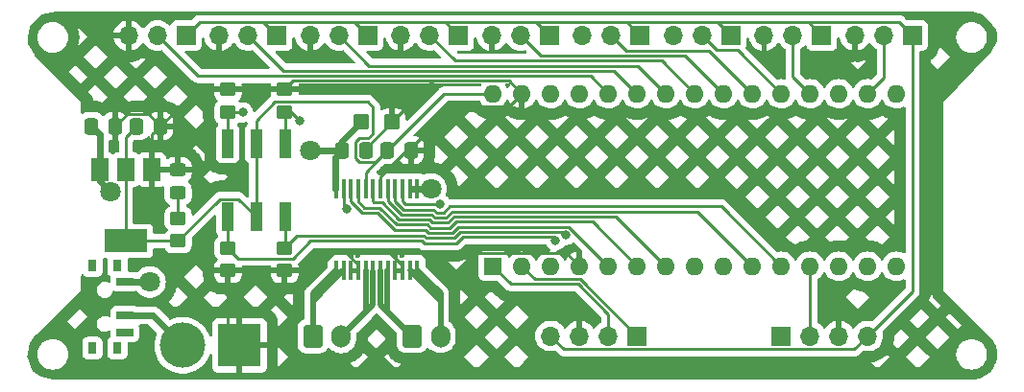
<source format=gbr>
%TF.GenerationSoftware,KiCad,Pcbnew,7.0.9*%
%TF.CreationDate,2024-01-21T19:27:47-06:00*%
%TF.ProjectId,Tei,5465692e-6b69-4636-9164-5f7063625858,1*%
%TF.SameCoordinates,Original*%
%TF.FileFunction,Copper,L1,Top*%
%TF.FilePolarity,Positive*%
%FSLAX46Y46*%
G04 Gerber Fmt 4.6, Leading zero omitted, Abs format (unit mm)*
G04 Created by KiCad (PCBNEW 7.0.9) date 2024-01-21 19:27:47*
%MOMM*%
%LPD*%
G01*
G04 APERTURE LIST*
G04 Aperture macros list*
%AMRoundRect*
0 Rectangle with rounded corners*
0 $1 Rounding radius*
0 $2 $3 $4 $5 $6 $7 $8 $9 X,Y pos of 4 corners*
0 Add a 4 corners polygon primitive as box body*
4,1,4,$2,$3,$4,$5,$6,$7,$8,$9,$2,$3,0*
0 Add four circle primitives for the rounded corners*
1,1,$1+$1,$2,$3*
1,1,$1+$1,$4,$5*
1,1,$1+$1,$6,$7*
1,1,$1+$1,$8,$9*
0 Add four rect primitives between the rounded corners*
20,1,$1+$1,$2,$3,$4,$5,0*
20,1,$1+$1,$4,$5,$6,$7,0*
20,1,$1+$1,$6,$7,$8,$9,0*
20,1,$1+$1,$8,$9,$2,$3,0*%
G04 Aperture macros list end*
%TA.AperFunction,ComponentPad*%
%ADD10R,1.700000X1.700000*%
%TD*%
%TA.AperFunction,ComponentPad*%
%ADD11O,1.700000X1.700000*%
%TD*%
%TA.AperFunction,SMDPad,CuDef*%
%ADD12RoundRect,0.250000X-0.450000X-0.425000X0.450000X-0.425000X0.450000X0.425000X-0.450000X0.425000X0*%
%TD*%
%TA.AperFunction,SMDPad,CuDef*%
%ADD13RoundRect,0.250000X0.337500X0.475000X-0.337500X0.475000X-0.337500X-0.475000X0.337500X-0.475000X0*%
%TD*%
%TA.AperFunction,SMDPad,CuDef*%
%ADD14RoundRect,0.250000X-0.450000X0.350000X-0.450000X-0.350000X0.450000X-0.350000X0.450000X0.350000X0*%
%TD*%
%TA.AperFunction,SMDPad,CuDef*%
%ADD15RoundRect,0.250000X-0.337500X-0.475000X0.337500X-0.475000X0.337500X0.475000X-0.337500X0.475000X0*%
%TD*%
%TA.AperFunction,SMDPad,CuDef*%
%ADD16R,0.450000X1.750000*%
%TD*%
%TA.AperFunction,ComponentPad*%
%ADD17R,1.600000X1.600000*%
%TD*%
%TA.AperFunction,ComponentPad*%
%ADD18O,1.600000X1.600000*%
%TD*%
%TA.AperFunction,SMDPad,CuDef*%
%ADD19RoundRect,0.250000X0.450000X-0.350000X0.450000X0.350000X-0.450000X0.350000X-0.450000X-0.350000X0*%
%TD*%
%TA.AperFunction,SMDPad,CuDef*%
%ADD20RoundRect,0.250000X-0.450000X0.325000X-0.450000X-0.325000X0.450000X-0.325000X0.450000X0.325000X0*%
%TD*%
%TA.AperFunction,SMDPad,CuDef*%
%ADD21R,1.500000X2.000000*%
%TD*%
%TA.AperFunction,SMDPad,CuDef*%
%ADD22R,3.800000X2.000000*%
%TD*%
%TA.AperFunction,SMDPad,CuDef*%
%ADD23R,0.800000X1.000000*%
%TD*%
%TA.AperFunction,SMDPad,CuDef*%
%ADD24R,1.500000X0.700000*%
%TD*%
%TA.AperFunction,SMDPad,CuDef*%
%ADD25R,1.000000X2.500000*%
%TD*%
%TA.AperFunction,ComponentPad*%
%ADD26R,3.800000X3.800000*%
%TD*%
%TA.AperFunction,ComponentPad*%
%ADD27C,4.000000*%
%TD*%
%TA.AperFunction,ComponentPad*%
%ADD28RoundRect,0.250000X-0.600000X-0.750000X0.600000X-0.750000X0.600000X0.750000X-0.600000X0.750000X0*%
%TD*%
%TA.AperFunction,ComponentPad*%
%ADD29O,1.700000X2.000000*%
%TD*%
%TA.AperFunction,ViaPad*%
%ADD30C,0.800000*%
%TD*%
%TA.AperFunction,ViaPad*%
%ADD31C,1.800000*%
%TD*%
%TA.AperFunction,Conductor*%
%ADD32C,0.250000*%
%TD*%
%TA.AperFunction,Conductor*%
%ADD33C,0.600000*%
%TD*%
%TA.AperFunction,Conductor*%
%ADD34C,0.500000*%
%TD*%
G04 APERTURE END LIST*
D10*
%TO.P,J7,1,Pin_1*%
%TO.N,+5V*%
X29778059Y31675500D03*
D11*
%TO.P,J7,2,Pin_2*%
%TO.N,SENS5*%
X27238059Y31675500D03*
%TO.P,J7,3,Pin_3*%
%TO.N,GND*%
X24698059Y31675500D03*
%TD*%
D12*
%TO.P,C5,1*%
%TO.N,VM*%
X29208684Y24025500D03*
%TO.P,C5,2*%
%TO.N,GND*%
X31908684Y24025500D03*
%TD*%
D13*
%TO.P,C3,1*%
%TO.N,GND*%
X33596184Y21525500D03*
%TO.P,C3,2*%
%TO.N,+5V*%
X31521184Y21525500D03*
%TD*%
D10*
%TO.P,J6,1,Pin_1*%
%TO.N,+5V*%
X37781184Y31675500D03*
D11*
%TO.P,J6,2,Pin_2*%
%TO.N,SENS4*%
X35241184Y31675500D03*
%TO.P,J6,3,Pin_3*%
%TO.N,GND*%
X32701184Y31675500D03*
%TD*%
D14*
%TO.P,R5,1*%
%TO.N,Net-(A1-D10)*%
X17458684Y12895500D03*
%TO.P,R5,2*%
%TO.N,GND*%
X17458684Y10895500D03*
%TD*%
D10*
%TO.P,J5,1,Pin_1*%
%TO.N,+5V*%
X45784309Y31675500D03*
D11*
%TO.P,J5,2,Pin_2*%
%TO.N,SENS3*%
X43244309Y31675500D03*
%TO.P,J5,3,Pin_3*%
%TO.N,GND*%
X40704309Y31675500D03*
%TD*%
D13*
%TO.P,C4,1*%
%TO.N,GND*%
X29596184Y21525500D03*
%TO.P,C4,2*%
%TO.N,VM*%
X27521184Y21525500D03*
%TD*%
D15*
%TO.P,C1,1*%
%TO.N,VM*%
X5421184Y23664113D03*
%TO.P,C1,2*%
%TO.N,GND*%
X7496184Y23664113D03*
%TD*%
D10*
%TO.P,J4,1,Pin_1*%
%TO.N,+5V*%
X53787434Y31675500D03*
D11*
%TO.P,J4,2,Pin_2*%
%TO.N,SENS2*%
X51247434Y31675500D03*
%TO.P,J4,3,Pin_3*%
%TO.N,GND*%
X48707434Y31675500D03*
%TD*%
D16*
%TO.P,U1,1,AO1*%
%TO.N,Net-(J13-Pin_1)*%
X26983684Y10905500D03*
%TO.P,U1,2,AO1*%
X27633684Y10905500D03*
%TO.P,U1,3,PGND1*%
%TO.N,GND*%
X28283684Y10905500D03*
%TO.P,U1,4,PGND1*%
X28933684Y10905500D03*
%TO.P,U1,5,AO2*%
%TO.N,Net-(J13-Pin_2)*%
X29583684Y10905500D03*
%TO.P,U1,6,AO2*%
X30233684Y10905500D03*
%TO.P,U1,7,BO2*%
%TO.N,Net-(J14-Pin_1)*%
X30883684Y10905500D03*
%TO.P,U1,8,BO2*%
X31533684Y10905500D03*
%TO.P,U1,9,PGND2*%
%TO.N,GND*%
X32183684Y10905500D03*
%TO.P,U1,10,PGND2*%
X32833684Y10905500D03*
%TO.P,U1,11,BO1*%
%TO.N,Net-(J14-Pin_2)*%
X33483684Y10905500D03*
%TO.P,U1,12,BO1*%
X34133684Y10905500D03*
%TO.P,U1,13,VM2*%
%TO.N,VM*%
X34133684Y18105500D03*
%TO.P,U1,14,VM3*%
X33483684Y18105500D03*
%TO.P,U1,15,PWMB*%
%TO.N,PWMB*%
X32833684Y18105500D03*
%TO.P,U1,16,BIN2*%
%TO.N,MB2*%
X32183684Y18105500D03*
%TO.P,U1,17,BIN1*%
%TO.N,MB1*%
X31533684Y18105500D03*
%TO.P,U1,18,GND*%
%TO.N,GND*%
X30883684Y18105500D03*
%TO.P,U1,19,STBY*%
%TO.N,STBY*%
X30233684Y18105500D03*
%TO.P,U1,20,VCC*%
%TO.N,+5V*%
X29583684Y18105500D03*
%TO.P,U1,21,AIN1*%
%TO.N,MA1*%
X28933684Y18105500D03*
%TO.P,U1,22,AIN2*%
%TO.N,MA2*%
X28283684Y18105500D03*
%TO.P,U1,23,PWMA*%
%TO.N,PWMA*%
X27633684Y18105500D03*
%TO.P,U1,24,VM1*%
%TO.N,VM*%
X26983684Y18105500D03*
%TD*%
D17*
%TO.P,A1,1,D1/TX*%
%TO.N,TX*%
X40818684Y11285500D03*
D18*
%TO.P,A1,2,D0/RX*%
%TO.N,RX*%
X43358684Y11285500D03*
%TO.P,A1,3,~{RESET}*%
%TO.N,unconnected-(A1-~{RESET}-Pad3)*%
X45898684Y11285500D03*
%TO.P,A1,4,GND*%
%TO.N,GND*%
X48438684Y11285500D03*
%TO.P,A1,5,D2*%
%TO.N,MA2*%
X50978684Y11285500D03*
%TO.P,A1,6,D3*%
%TO.N,MA1*%
X53518684Y11285500D03*
%TO.P,A1,7,D4*%
%TO.N,STBY*%
X56058684Y11285500D03*
%TO.P,A1,8,D5*%
%TO.N,PWMA*%
X58598684Y11285500D03*
%TO.P,A1,9,D6*%
%TO.N,PWMB*%
X61138684Y11285500D03*
%TO.P,A1,10,D7*%
%TO.N,MB1*%
X63678684Y11285500D03*
%TO.P,A1,11,D8*%
%TO.N,MB2*%
X66218684Y11285500D03*
%TO.P,A1,12,D9*%
%TO.N,REMOTE*%
X68758684Y11285500D03*
%TO.P,A1,13,D10*%
%TO.N,Net-(A1-D10)*%
X71298684Y11285500D03*
%TO.P,A1,14,D11*%
%TO.N,Net-(A1-D11)*%
X73838684Y11285500D03*
%TO.P,A1,15,D12*%
%TO.N,Net-(A1-D12)*%
X76378684Y11285500D03*
%TO.P,A1,16,D13*%
%TO.N,Net-(A1-D13)*%
X76378684Y26525500D03*
%TO.P,A1,17,3V3*%
%TO.N,+3.3V*%
X73838684Y26525500D03*
%TO.P,A1,18,AREF*%
%TO.N,unconnected-(A1-AREF-Pad18)*%
X71298684Y26525500D03*
%TO.P,A1,19,A0*%
%TO.N,SENS0*%
X68758684Y26525500D03*
%TO.P,A1,20,A1*%
%TO.N,SENS1*%
X66218684Y26525500D03*
%TO.P,A1,21,A2*%
%TO.N,SENS2*%
X63678684Y26525500D03*
%TO.P,A1,22,A3*%
%TO.N,SENS3*%
X61138684Y26525500D03*
%TO.P,A1,23,A4*%
%TO.N,SENS4*%
X58598684Y26525500D03*
%TO.P,A1,24,A5*%
%TO.N,SENS5*%
X56058684Y26525500D03*
%TO.P,A1,25,A6*%
%TO.N,SENS6*%
X53518684Y26525500D03*
%TO.P,A1,26,A7*%
%TO.N,SENS7*%
X50978684Y26525500D03*
%TO.P,A1,27,+5V*%
%TO.N,unconnected-(A1-+5V-Pad27)*%
X48438684Y26525500D03*
%TO.P,A1,28,~{RESET}*%
%TO.N,unconnected-(A1-~{RESET}-Pad28)*%
X45898684Y26525500D03*
%TO.P,A1,29,GND*%
%TO.N,GND*%
X43358684Y26525500D03*
%TO.P,A1,30,VIN*%
%TO.N,+5V*%
X40818684Y26525500D03*
%TD*%
D19*
%TO.P,R2,1*%
%TO.N,Net-(A1-D13)*%
X17458684Y24895500D03*
%TO.P,R2,2*%
%TO.N,GND*%
X17458684Y26895500D03*
%TD*%
D10*
%TO.P,Bluetooth Adapter,1,Pin_1*%
%TO.N,RX*%
X53518684Y5125500D03*
D11*
%TO.P,Bluetooth Adapter,2,Pin_2*%
%TO.N,TX*%
X50978684Y5125500D03*
%TO.P,Bluetooth Adapter,3,Pin_3*%
%TO.N,GND*%
X48438684Y5125500D03*
%TO.P,Bluetooth Adapter,4,Pin_4*%
%TO.N,+5V*%
X45898684Y5125500D03*
%TD*%
D20*
%TO.P,D1,1,K*%
%TO.N,GND*%
X13058684Y19814113D03*
%TO.P,D1,2,A*%
%TO.N,Net-(D1-A)*%
X13058684Y17764113D03*
%TD*%
D21*
%TO.P,U2,1,GND*%
%TO.N,GND*%
X10758684Y19814113D03*
%TO.P,U2,2,VO*%
%TO.N,+5V*%
X8458684Y19814113D03*
D22*
X8458684Y13514113D03*
D21*
%TO.P,U2,3,VI*%
%TO.N,VM*%
X6158684Y19814113D03*
%TD*%
D19*
%TO.P,R1,1*%
%TO.N,+5V*%
X13058684Y13514113D03*
%TO.P,R1,2*%
%TO.N,Net-(D1-A)*%
X13058684Y15514113D03*
%TD*%
D10*
%TO.P,J2,1,Pin_1*%
%TO.N,+5V*%
X69793684Y31675500D03*
D11*
%TO.P,J2,2,Pin_2*%
%TO.N,SENS0*%
X67253684Y31675500D03*
%TO.P,J2,3,Pin_3*%
%TO.N,GND*%
X64713684Y31675500D03*
%TD*%
D23*
%TO.P,SW1,*%
%TO.N,*%
X7723684Y11345500D03*
X5513684Y11345500D03*
X7723684Y4045500D03*
X5513684Y4045500D03*
D24*
%TO.P,SW1,1,A*%
%TO.N,VM*%
X8373684Y9945500D03*
%TO.P,SW1,2,B*%
%TO.N,Net-(J1-Pin_2)*%
X8373684Y6945500D03*
%TO.P,SW1,3,C*%
%TO.N,unconnected-(SW1-C-Pad3)*%
X8373684Y5445500D03*
%TD*%
D25*
%TO.P,SW2,1,1*%
%TO.N,Net-(A1-D10)*%
X17418684Y15645500D03*
%TO.P,SW2,2,2*%
%TO.N,Net-(A1-D11)*%
X22498684Y22145500D03*
%TO.P,SW2,4,4*%
%TO.N,Net-(A1-D12)*%
X22498684Y15645500D03*
%TO.P,SW2,8,8*%
%TO.N,Net-(A1-D13)*%
X17418684Y22145500D03*
%TO.P,SW2,C,C*%
%TO.N,+5V*%
X19958684Y15645500D03*
X19958684Y22145500D03*
%TD*%
D10*
%TO.P,J12,1,Pin_1*%
%TO.N,+5V*%
X77796809Y31675500D03*
D11*
%TO.P,J12,2,Pin_2*%
%TO.N,+3.3V*%
X75256809Y31675500D03*
%TO.P,J12,3,Pin_3*%
%TO.N,GND*%
X72716809Y31675500D03*
%TD*%
D19*
%TO.P,R4,1*%
%TO.N,Net-(A1-D11)*%
X22458684Y24895500D03*
%TO.P,R4,2*%
%TO.N,GND*%
X22458684Y26895500D03*
%TD*%
D15*
%TO.P,C2,1*%
%TO.N,+5V*%
X9421184Y23664113D03*
%TO.P,C2,2*%
%TO.N,GND*%
X11496184Y23664113D03*
%TD*%
D10*
%TO.P,J3,1,Pin_1*%
%TO.N,+5V*%
X61790559Y31675500D03*
D11*
%TO.P,J3,2,Pin_2*%
%TO.N,SENS1*%
X59250559Y31675500D03*
%TO.P,J3,3,Pin_3*%
%TO.N,GND*%
X56710559Y31675500D03*
%TD*%
D10*
%TO.P,J8,1,Pin_1*%
%TO.N,+5V*%
X21774934Y31675500D03*
D11*
%TO.P,J8,2,Pin_2*%
%TO.N,SENS6*%
X19234934Y31675500D03*
%TO.P,J8,3,Pin_3*%
%TO.N,GND*%
X16694934Y31675500D03*
%TD*%
D10*
%TO.P,J9,1,Pin_1*%
%TO.N,+5V*%
X13771809Y31675500D03*
D11*
%TO.P,J9,2,Pin_2*%
%TO.N,SENS7*%
X11231809Y31675500D03*
%TO.P,J9,3,Pin_3*%
%TO.N,GND*%
X8691809Y31675500D03*
%TD*%
D26*
%TO.P,J1,1,Pin_1*%
%TO.N,GND*%
X18468684Y4295500D03*
D27*
%TO.P,J1,2,Pin_2*%
%TO.N,Net-(J1-Pin_2)*%
X13468684Y4295500D03*
%TD*%
D14*
%TO.P,R3,1*%
%TO.N,Net-(A1-D12)*%
X22458684Y12895500D03*
%TO.P,R3,2*%
%TO.N,GND*%
X22458684Y10895500D03*
%TD*%
D28*
%TO.P,J14,1,Pin_1*%
%TO.N,Net-(J14-Pin_1)*%
X33683684Y5125500D03*
D29*
%TO.P,J14,2,Pin_2*%
%TO.N,Net-(J14-Pin_2)*%
X36183684Y5125500D03*
%TD*%
D28*
%TO.P,J13,1,Pin_1*%
%TO.N,Net-(J13-Pin_1)*%
X24933684Y5100500D03*
D29*
%TO.P,J13,2,Pin_2*%
%TO.N,Net-(J13-Pin_2)*%
X27433684Y5100500D03*
%TD*%
D10*
%TO.P,REMOTE,1,Pin_1*%
%TO.N,unconnected-(J11-Pin_1-Pad1)*%
X66218684Y5125500D03*
D11*
%TO.P,REMOTE,2,Pin_2*%
%TO.N,REMOTE*%
X68758684Y5125500D03*
%TO.P,REMOTE,3,Pin_3*%
%TO.N,GND*%
X71298684Y5125500D03*
%TO.P,REMOTE,4,Pin_4*%
%TO.N,+5V*%
X73838684Y5125500D03*
%TD*%
D30*
%TO.N,PWMA*%
X27943689Y16315895D03*
%TO.N,PWMB*%
X36163684Y16750000D03*
%TO.N,Net-(A1-D10)*%
X46310529Y13584771D03*
%TO.N,Net-(A1-D11)*%
X23763684Y24151000D03*
%TO.N,Net-(A1-D12)*%
X47202073Y14037513D03*
%TO.N,Net-(A1-D13)*%
X18763684Y24875500D03*
D31*
%TO.N,VM*%
X10568684Y9895500D03*
X7084822Y17908740D03*
X24708684Y21475500D03*
X35338684Y18105500D03*
%TD*%
D32*
%TO.N,TX*%
X42393684Y9710500D02*
X48297288Y9710500D01*
X40818684Y11285500D02*
X42393684Y9710500D01*
X50978684Y7029104D02*
X50978684Y5125500D01*
X48297288Y9710500D02*
X50978684Y7029104D01*
%TO.N,RX*%
X48483684Y10160500D02*
X53518684Y5125500D01*
X43358684Y11285500D02*
X44483684Y10160500D01*
X44483684Y10160500D02*
X48483684Y10160500D01*
%TO.N,GND*%
X17458684Y10895500D02*
X17458684Y5305500D01*
X10758684Y22926613D02*
X11496184Y23664113D01*
X32183684Y10905500D02*
X32833684Y10905500D01*
X42233684Y25400500D02*
X43358684Y26525500D01*
X31908684Y24025500D02*
X35533684Y27650500D01*
X17458684Y10895500D02*
X22458684Y10895500D01*
X10758684Y19814113D02*
X10758684Y22926613D01*
X29596184Y21525500D02*
X29596184Y21713000D01*
X27888684Y12425500D02*
X28933684Y11380500D01*
X47298684Y12425500D02*
X31713684Y12425500D01*
X28933684Y11380500D02*
X28933684Y10905500D01*
X33596184Y21763000D02*
X37233684Y25400500D01*
X26753684Y12425500D02*
X27888684Y12425500D01*
X31713684Y12425500D02*
X32833684Y11305500D01*
X22458684Y10895500D02*
X25223684Y10895500D01*
X33596184Y21525500D02*
X33178684Y21525500D01*
X42233684Y27650500D02*
X43358684Y26525500D01*
X32833684Y11305500D02*
X32833684Y10905500D01*
X13058684Y19814113D02*
X10758684Y19814113D01*
X11496184Y23664113D02*
X10446184Y24714113D01*
X48438684Y11285500D02*
X47298684Y12425500D01*
X32833684Y10905500D02*
X32833684Y11355500D01*
X29596184Y21713000D02*
X31908684Y24025500D01*
X17458684Y5305500D02*
X18468684Y4295500D01*
X32833684Y11355500D02*
X31763684Y12425500D01*
X30883684Y19230500D02*
X30883684Y18105500D01*
X10446184Y24714113D02*
X8546184Y24714113D01*
X14727571Y26895500D02*
X22458684Y26895500D01*
X23213684Y27650500D02*
X42233684Y27650500D01*
X8546184Y24714113D02*
X7496184Y23664113D01*
X37233684Y25400500D02*
X42233684Y25400500D01*
X33596184Y21525500D02*
X33596184Y21763000D01*
X35533684Y27650500D02*
X42233684Y27650500D01*
X11496184Y23664113D02*
X14727571Y26895500D01*
X25223684Y10895500D02*
X26753684Y12425500D01*
X31763684Y12425500D02*
X27433684Y12425500D01*
X33178684Y21525500D02*
X30883684Y19230500D01*
X28283684Y10905500D02*
X28933684Y10905500D01*
X22458684Y26895500D02*
X23213684Y27650500D01*
%TO.N,MA1*%
X30838100Y16455500D02*
X32343600Y14950000D01*
X37573677Y15225500D02*
X49578684Y15225500D01*
X49578684Y15225500D02*
X53518684Y11285500D01*
X35029191Y14950000D02*
X35304191Y14675000D01*
X37023177Y14675000D02*
X37573677Y15225500D01*
X29483684Y16455500D02*
X30838100Y16455500D01*
X32343600Y14950000D02*
X35029191Y14950000D01*
X35304191Y14675000D02*
X37023177Y14675000D01*
X28933684Y17005500D02*
X29483684Y16455500D01*
X28933684Y18125500D02*
X28933684Y17005500D01*
%TO.N,MA2*%
X28283684Y18125500D02*
X28283684Y17019104D01*
X37760073Y14775500D02*
X47488684Y14775500D01*
X32157204Y14500000D02*
X34842795Y14500000D01*
X37209573Y14225000D02*
X37760073Y14775500D01*
X30651704Y16005500D02*
X32157204Y14500000D01*
X47488684Y14775500D02*
X50978684Y11285500D01*
X34842795Y14500000D02*
X35117795Y14225000D01*
X35117795Y14225000D02*
X37209573Y14225000D01*
X29297288Y16005500D02*
X30651704Y16005500D01*
X28283684Y17019104D02*
X29297288Y16005500D01*
%TO.N,MB1*%
X31533684Y18125500D02*
X31533684Y17032708D01*
X37200885Y16125500D02*
X58838684Y16125500D01*
X36650385Y15575000D02*
X37200885Y16125500D01*
X58838684Y16125500D02*
X63678684Y11285500D01*
X35401983Y15850000D02*
X35676983Y15575000D01*
X35676983Y15575000D02*
X36650385Y15575000D01*
X31533684Y17032708D02*
X32716392Y15850000D01*
X32716392Y15850000D02*
X35401983Y15850000D01*
%TO.N,PWMA*%
X27633684Y16625900D02*
X27943689Y16315895D01*
X27633684Y18125500D02*
X27633684Y16625900D01*
%TO.N,PWMB*%
X33089184Y16750000D02*
X32833684Y17005500D01*
X32833684Y17005500D02*
X32833684Y18125500D01*
X36163684Y16750000D02*
X33089184Y16750000D01*
%TO.N,MB2*%
X35588379Y16300000D02*
X35863379Y16025000D01*
X36463989Y16025000D02*
X37014489Y16575500D01*
X32902788Y16300000D02*
X35588379Y16300000D01*
X32183684Y17019104D02*
X32902788Y16300000D01*
X37014489Y16575500D02*
X60928684Y16575500D01*
X32183684Y18125500D02*
X32183684Y17019104D01*
X35863379Y16025000D02*
X36463989Y16025000D01*
X60928684Y16575500D02*
X66218684Y11285500D01*
%TO.N,STBY*%
X30233684Y17005500D02*
X30333684Y16905500D01*
X37387281Y15675500D02*
X51668684Y15675500D01*
X35215587Y15400000D02*
X35490587Y15125000D01*
X35490587Y15125000D02*
X36836781Y15125000D01*
X31024496Y16905500D02*
X32529996Y15400000D01*
X51668684Y15675500D02*
X56058684Y11285500D01*
X36836781Y15125000D02*
X37387281Y15675500D01*
X30333684Y16905500D02*
X31024496Y16905500D01*
X32529996Y15400000D02*
X35215587Y15400000D01*
X30233684Y18125500D02*
X30233684Y17005500D01*
%TO.N,REMOTE*%
X68758684Y11285500D02*
X68758684Y5125500D01*
%TO.N,Net-(A1-D10)*%
X46019800Y13875500D02*
X38132865Y13875500D01*
X18383684Y11970500D02*
X17458684Y12895500D01*
X34544503Y13525500D02*
X24708784Y13525500D01*
X46310529Y13584771D02*
X46019800Y13875500D01*
X23153784Y11970500D02*
X18383684Y11970500D01*
X24708784Y13525500D02*
X23153784Y11970500D01*
X38132865Y13875500D02*
X37582365Y13325000D01*
X34745003Y13325000D02*
X34544503Y13525500D01*
X17418684Y15645500D02*
X17418684Y12935500D01*
X17418684Y12935500D02*
X17458684Y12895500D01*
X37582365Y13325000D02*
X34745003Y13325000D01*
%TO.N,Net-(A1-D11)*%
X23019184Y24895500D02*
X22458684Y24895500D01*
X22498684Y22145500D02*
X22498684Y24855500D01*
X23763684Y24151000D02*
X23019184Y24895500D01*
X22498684Y24855500D02*
X22458684Y24895500D01*
%TO.N,Net-(A1-D12)*%
X34730899Y13975500D02*
X23538684Y13975500D01*
X37395969Y13775000D02*
X34931399Y13775000D01*
X22498684Y12935500D02*
X22458684Y12895500D01*
X47202073Y14037513D02*
X46914086Y14325500D01*
X23538684Y13975500D02*
X22458684Y12895500D01*
X34931399Y13775000D02*
X34730899Y13975500D01*
X46914086Y14325500D02*
X37946469Y14325500D01*
X22498684Y15645500D02*
X22498684Y12935500D01*
X37946469Y14325500D02*
X37395969Y13775000D01*
%TO.N,Net-(A1-D13)*%
X17418684Y24855500D02*
X17458684Y24895500D01*
X18743684Y24895500D02*
X18763684Y24875500D01*
X17458684Y24895500D02*
X18743684Y24895500D01*
X17418684Y22145500D02*
X17418684Y24855500D01*
%TO.N,+3.3V*%
X75256809Y27943625D02*
X73838684Y26525500D01*
X75256809Y31675500D02*
X75256809Y27943625D01*
%TO.N,SENS0*%
X67253684Y31675500D02*
X67253684Y28030500D01*
X67253684Y28030500D02*
X68758684Y26525500D01*
%TO.N,SENS1*%
X62368684Y30375500D02*
X66218684Y26525500D01*
X59250559Y31675500D02*
X60550559Y30375500D01*
X60550559Y30375500D02*
X62368684Y30375500D01*
%TO.N,SENS2*%
X51247434Y31675500D02*
X52572434Y30350500D01*
X52572434Y30350500D02*
X59853684Y30350500D01*
X59853684Y30350500D02*
X63678684Y26525500D01*
%TO.N,SENS3*%
X57763684Y29900500D02*
X61138684Y26525500D01*
X45019309Y29900500D02*
X57763684Y29900500D01*
X43244309Y31675500D02*
X45019309Y29900500D01*
%TO.N,SENS4*%
X37466184Y29450500D02*
X55673684Y29450500D01*
X55673684Y29450500D02*
X58598684Y26525500D01*
X35241184Y31675500D02*
X37466184Y29450500D01*
%TO.N,SENS5*%
X29913059Y29000500D02*
X53583684Y29000500D01*
X27238059Y31675500D02*
X29913059Y29000500D01*
X53583684Y29000500D02*
X56058684Y26525500D01*
%TO.N,SENS6*%
X22359934Y28550500D02*
X51493684Y28550500D01*
X19234934Y31675500D02*
X22359934Y28550500D01*
X51493684Y28550500D02*
X53518684Y26525500D01*
%TO.N,SENS7*%
X49403684Y28100500D02*
X50978684Y26525500D01*
X14806809Y28100500D02*
X49403684Y28100500D01*
X11231809Y31675500D02*
X14806809Y28100500D01*
%TO.N,+5V*%
X13058684Y13514113D02*
X8458684Y13514113D01*
X28603059Y32850500D02*
X29778059Y31675500D01*
X44609309Y32850500D02*
X36606184Y32850500D01*
X45784309Y31675500D02*
X44609309Y32850500D01*
X29013584Y22575500D02*
X28683684Y22245600D01*
X20599934Y32850500D02*
X28313684Y32850500D01*
X31521184Y21525500D02*
X29583684Y19588000D01*
X29583684Y19588000D02*
X29583684Y18105500D01*
X30233684Y25345600D02*
X30233684Y22986896D01*
X19958684Y24165600D02*
X21618584Y25825500D01*
X18383684Y17220500D02*
X19958684Y15645500D01*
X73838684Y5125500D02*
X77796809Y9083625D01*
X28313684Y32850500D02*
X28603059Y32850500D01*
X28683684Y20805400D02*
X29013584Y20475500D01*
X8458684Y13514113D02*
X8458684Y19814113D01*
X72663684Y3950500D02*
X73838684Y5125500D01*
X47073684Y3950500D02*
X72663684Y3950500D01*
X30471184Y20475500D02*
X31521184Y21525500D01*
X13771809Y31675500D02*
X14946809Y32850500D01*
X61790559Y31675500D02*
X60615559Y32850500D01*
X28683684Y22245600D02*
X28683684Y20805400D01*
X29753784Y25825500D02*
X30233684Y25345600D01*
X19958684Y22145500D02*
X19958684Y24165600D01*
X52612434Y32850500D02*
X52588684Y32850500D01*
X29822288Y22575500D02*
X29013584Y22575500D01*
X13058684Y13514113D02*
X16765071Y17220500D01*
X68618684Y32850500D02*
X60615559Y32850500D01*
X60615559Y32850500D02*
X52588684Y32850500D01*
X36521184Y26525500D02*
X40818684Y26525500D01*
X36606184Y32850500D02*
X28313684Y32850500D01*
X31521184Y21525500D02*
X36521184Y26525500D01*
X76621809Y32850500D02*
X68618684Y32850500D01*
X14946809Y32850500D02*
X20599934Y32850500D01*
X8458684Y22701613D02*
X9421184Y23664113D01*
X19958684Y15645500D02*
X19958684Y22145500D01*
X21618584Y25825500D02*
X29753784Y25825500D01*
X8458684Y19814113D02*
X8458684Y22701613D01*
X30233684Y22986896D02*
X29822288Y22575500D01*
X52588684Y32850500D02*
X44609309Y32850500D01*
X19958684Y21762726D02*
X19958684Y22145500D01*
X77796809Y9083625D02*
X77796809Y31675500D01*
X69793684Y31675500D02*
X68618684Y32850500D01*
X45898684Y5125500D02*
X47073684Y3950500D01*
X16765071Y17220500D02*
X18383684Y17220500D01*
X20599934Y32850500D02*
X21774934Y31675500D01*
X37781184Y31675500D02*
X36606184Y32850500D01*
X53787434Y31675500D02*
X52612434Y32850500D01*
X77796809Y31675500D02*
X76621809Y32850500D01*
X29013584Y20475500D02*
X30471184Y20475500D01*
D33*
%TO.N,VM*%
X6158684Y22926613D02*
X5421184Y23664113D01*
X27521184Y22338000D02*
X29208684Y24025500D01*
X35338684Y18105500D02*
X34133684Y18105500D01*
X10518684Y9945500D02*
X10568684Y9895500D01*
X34133684Y18105500D02*
X33558684Y18105500D01*
X26908684Y20913000D02*
X26908684Y18105500D01*
X6158684Y18834878D02*
X7084822Y17908740D01*
X8373684Y9945500D02*
X10518684Y9945500D01*
X27521184Y21525500D02*
X27521184Y22338000D01*
X24708684Y21475500D02*
X24758684Y21525500D01*
X27521184Y21525500D02*
X26908684Y20913000D01*
X6158684Y19814113D02*
X6158684Y22926613D01*
X24758684Y21525500D02*
X27521184Y21525500D01*
X6158684Y19814113D02*
X6158684Y18834878D01*
D32*
%TO.N,Net-(D1-A)*%
X13058684Y17764113D02*
X13058684Y15514113D01*
D33*
%TO.N,Net-(J1-Pin_2)*%
X8373684Y6945500D02*
X10818684Y6945500D01*
X10818684Y6945500D02*
X13468684Y4295500D01*
D34*
%TO.N,Net-(J13-Pin_1)*%
X24933684Y8230500D02*
X27608684Y10905500D01*
X24933684Y8855500D02*
X26983684Y10905500D01*
X24933684Y5100500D02*
X24933684Y8855500D01*
X24933684Y5100500D02*
X24933684Y8230500D01*
%TO.N,Net-(J13-Pin_2)*%
X30208684Y7875500D02*
X30208684Y10880500D01*
X29608684Y7275500D02*
X29608684Y10905500D01*
X27433684Y5100500D02*
X30208684Y7875500D01*
X27433684Y5100500D02*
X29608684Y7275500D01*
%TO.N,Net-(J14-Pin_1)*%
X33683684Y5125500D02*
X31508684Y7300500D01*
X30908684Y7900500D02*
X30908684Y10905500D01*
X31508684Y7300500D02*
X31508684Y10905500D01*
X33683684Y5125500D02*
X30908684Y7900500D01*
%TO.N,Net-(J14-Pin_2)*%
X36183684Y8855500D02*
X34133684Y10905500D01*
X36183684Y5125500D02*
X36183684Y8230500D01*
X36183684Y8230500D02*
X33508684Y10905500D01*
X36183684Y5125500D02*
X36183684Y8855500D01*
%TD*%
%TA.AperFunction,Conductor*%
%TO.N,GND*%
G36*
X28801223Y11110815D02*
G01*
X28846978Y11058011D01*
X28858184Y11006500D01*
X28858184Y10804500D01*
X28838499Y10737461D01*
X28785695Y10691706D01*
X28734184Y10680500D01*
X28483183Y10680500D01*
X28416144Y10700185D01*
X28370389Y10752989D01*
X28359183Y10804500D01*
X28359183Y10816156D01*
X28360847Y10832446D01*
X28360787Y10832451D01*
X28361414Y10839635D01*
X28361417Y10839644D01*
X28359183Y10916415D01*
X28359183Y11006500D01*
X28378868Y11073539D01*
X28431672Y11119294D01*
X28483183Y11130500D01*
X28734184Y11130500D01*
X28801223Y11110815D01*
G37*
%TD.AperFunction*%
%TA.AperFunction,Conductor*%
G36*
X32701223Y11110815D02*
G01*
X32746978Y11058011D01*
X32758184Y11006500D01*
X32758184Y10969209D01*
X32756875Y10951238D01*
X32753395Y10927480D01*
X32753394Y10927473D01*
X32757948Y10875432D01*
X32758184Y10870026D01*
X32758184Y10804500D01*
X32738499Y10737461D01*
X32685695Y10691706D01*
X32634184Y10680500D01*
X32383184Y10680500D01*
X32316145Y10700185D01*
X32270390Y10752989D01*
X32259184Y10804500D01*
X32259184Y10952511D01*
X32259183Y10952533D01*
X32259183Y11006500D01*
X32278868Y11073539D01*
X32331672Y11119294D01*
X32383183Y11130500D01*
X32634184Y11130500D01*
X32701223Y11110815D01*
G37*
%TD.AperFunction*%
%TA.AperFunction,Conductor*%
G36*
X83016806Y33745799D02*
G01*
X83966681Y33508330D01*
X84024286Y33475714D01*
X84741316Y32758684D01*
X84756809Y32739786D01*
X84855286Y32592070D01*
X85137973Y32168039D01*
X85138859Y32166711D01*
X85154069Y32134822D01*
X85168022Y32090046D01*
X85177494Y32059649D01*
X85179111Y32053295D01*
X85208110Y31907505D01*
X85231093Y31782086D01*
X85231977Y31774960D01*
X85243517Y31598898D01*
X85249281Y31503612D01*
X85249297Y31496386D01*
X85246508Y31446735D01*
X85232777Y31237251D01*
X85219952Y31189907D01*
X84758188Y30266378D01*
X84737429Y30236691D01*
X81750728Y27074303D01*
X80516909Y25842589D01*
X80516396Y25842244D01*
X80499616Y25825383D01*
X80499530Y25825173D01*
X80499458Y25825000D01*
X80499454Y25800452D01*
X80499510Y25800171D01*
X80500000Y24632550D01*
X80500000Y9242245D01*
X80506467Y9209758D01*
X80506468Y9206300D01*
X80506340Y9205641D01*
X80506438Y9181978D01*
X80506539Y9181737D01*
X80506597Y9181597D01*
X80506598Y9181597D01*
X80517541Y9170694D01*
X84589414Y5091861D01*
X84591755Y5089383D01*
X84595319Y5085396D01*
X84597971Y5082428D01*
X84611842Y5063596D01*
X84698850Y4918584D01*
X85130987Y4198353D01*
X85142076Y4174418D01*
X85147785Y4157601D01*
X85148653Y4154833D01*
X85181076Y4042293D01*
X85182308Y4037222D01*
X85213594Y3879937D01*
X85231786Y3772869D01*
X85232530Y3766534D01*
X85246501Y3553378D01*
X85246917Y3545976D01*
X85249296Y3503598D01*
X85249281Y3496384D01*
X85243517Y3401103D01*
X85231977Y3225042D01*
X85231093Y3217916D01*
X85208110Y3092496D01*
X85179111Y2946706D01*
X85177494Y2940352D01*
X85137846Y2813120D01*
X85099643Y2700577D01*
X85096384Y2692770D01*
X84908902Y2317807D01*
X84906504Y2313455D01*
X84898410Y2300068D01*
X84896904Y2297699D01*
X84819408Y2181718D01*
X84816661Y2177925D01*
X84732618Y2070652D01*
X84730426Y2068008D01*
X84638739Y1963460D01*
X84635966Y1960498D01*
X84574468Y1898999D01*
X84550583Y1880351D01*
X83699697Y1369820D01*
X83672791Y1357764D01*
X83559648Y1322506D01*
X83553294Y1320889D01*
X83407504Y1291890D01*
X83282084Y1268907D01*
X83274958Y1268023D01*
X83098897Y1256483D01*
X83001866Y1250613D01*
X82998121Y1250500D01*
X2013267Y1250500D01*
X1983193Y1254202D01*
X1020836Y1494791D01*
X982128Y1511915D01*
X557500Y1795000D01*
X483825Y1844117D01*
X477332Y1849094D01*
X463460Y1861259D01*
X460511Y1864020D01*
X364033Y1960498D01*
X361259Y1963459D01*
X361258Y1963460D01*
X269566Y2068015D01*
X267380Y2070652D01*
X209375Y2144690D01*
X189350Y2181948D01*
X0Y2750000D01*
X-219954Y3189908D01*
X-232780Y3237252D01*
X-234328Y3260877D01*
X-236588Y3295359D01*
X-234446Y3327775D01*
X-200001Y3500000D01*
X644341Y3500000D01*
X664936Y3264597D01*
X664938Y3264587D01*
X726094Y3036345D01*
X726096Y3036341D01*
X726097Y3036337D01*
X760920Y2961659D01*
X825964Y2822172D01*
X825965Y2822170D01*
X961505Y2628598D01*
X1128597Y2461506D01*
X1322169Y2325966D01*
X1322171Y2325965D01*
X1536337Y2226097D01*
X1764592Y2164937D01*
X1941034Y2149500D01*
X2058966Y2149500D01*
X2235408Y2164937D01*
X2463663Y2226097D01*
X2677829Y2325965D01*
X2871401Y2461505D01*
X3038495Y2628599D01*
X3174035Y2822170D01*
X3273903Y3036337D01*
X3335063Y3264592D01*
X3355452Y3497630D01*
X4613184Y3497630D01*
X4613185Y3497624D01*
X4619592Y3438017D01*
X4669886Y3303172D01*
X4669890Y3303165D01*
X4756136Y3187956D01*
X4756139Y3187953D01*
X4871348Y3101707D01*
X4871355Y3101703D01*
X5006201Y3051409D01*
X5006200Y3051409D01*
X5013128Y3050665D01*
X5065811Y3045000D01*
X5961556Y3045001D01*
X6021167Y3051409D01*
X6156015Y3101704D01*
X6271230Y3187954D01*
X6357480Y3303169D01*
X6407775Y3438017D01*
X6414184Y3497627D01*
X6414183Y4593372D01*
X6407913Y4651703D01*
X6407775Y4652984D01*
X6357481Y4787829D01*
X6357477Y4787836D01*
X6271231Y4903045D01*
X6271228Y4903048D01*
X6156019Y4989294D01*
X6156012Y4989298D01*
X6021166Y5039592D01*
X6021167Y5039592D01*
X5961567Y5045999D01*
X5961565Y5046000D01*
X5961557Y5046000D01*
X5961548Y5046000D01*
X5065813Y5046000D01*
X5065807Y5045999D01*
X5006200Y5039592D01*
X4871355Y4989298D01*
X4871348Y4989294D01*
X4756139Y4903048D01*
X4756136Y4903045D01*
X4669890Y4787836D01*
X4669886Y4787829D01*
X4619592Y4652983D01*
X4613359Y4595002D01*
X4613185Y4593377D01*
X4613184Y4593365D01*
X4613184Y3497630D01*
X3355452Y3497630D01*
X3355659Y3500000D01*
X3335063Y3735408D01*
X3281045Y3937007D01*
X3273905Y3963656D01*
X3273904Y3963657D01*
X3273903Y3963663D01*
X3174035Y4177829D01*
X3174034Y4177831D01*
X3038494Y4371403D01*
X2871402Y4538495D01*
X2677830Y4674035D01*
X2677828Y4674036D01*
X2536170Y4740092D01*
X2463663Y4773903D01*
X2463659Y4773904D01*
X2463655Y4773906D01*
X2235413Y4835062D01*
X2235403Y4835064D01*
X2058966Y4850500D01*
X1941034Y4850500D01*
X1764596Y4835064D01*
X1764586Y4835062D01*
X1536344Y4773906D01*
X1536335Y4773902D01*
X1322171Y4674036D01*
X1322169Y4674035D01*
X1128597Y4538495D01*
X961506Y4371403D01*
X961501Y4371396D01*
X825967Y4177835D01*
X825965Y4177831D01*
X726098Y3963665D01*
X726094Y3963656D01*
X664938Y3735414D01*
X664936Y3735404D01*
X644341Y3500001D01*
X644341Y3500000D01*
X-200001Y3500000D01*
X-83531Y4082343D01*
X-5516Y4472425D01*
X16872Y4522498D01*
X537832Y5217112D01*
X549390Y5230427D01*
X1774427Y6453374D01*
X3292948Y6453374D01*
X4002732Y5743590D01*
X4369586Y6110444D01*
X5913184Y6110444D01*
X5930939Y6038410D01*
X5953894Y5945274D01*
X6032947Y5794651D01*
X6032950Y5794648D01*
X6145755Y5667317D01*
X6196257Y5632458D01*
X6285752Y5570683D01*
X6285753Y5570683D01*
X6285754Y5570682D01*
X6339097Y5550452D01*
X6443377Y5510904D01*
X6444812Y5510360D01*
X6520712Y5501144D01*
X6571310Y5495000D01*
X6571312Y5495000D01*
X6656058Y5495000D01*
X6698222Y5500120D01*
X6782556Y5510360D01*
X6941614Y5570682D01*
X6941615Y5570683D01*
X6948627Y5573342D01*
X6949075Y5572159D01*
X7010061Y5584379D01*
X7075115Y5558890D01*
X7116062Y5502276D01*
X7123184Y5460857D01*
X7123184Y5082681D01*
X7103499Y5015642D01*
X7073496Y4983415D01*
X6966136Y4903045D01*
X6879890Y4787836D01*
X6879886Y4787829D01*
X6829592Y4652983D01*
X6823359Y4595002D01*
X6823185Y4593377D01*
X6823184Y4593365D01*
X6823184Y3497630D01*
X6823185Y3497624D01*
X6829592Y3438017D01*
X6879886Y3303172D01*
X6879890Y3303165D01*
X6966136Y3187956D01*
X6966139Y3187953D01*
X7081348Y3101707D01*
X7081355Y3101703D01*
X7216201Y3051409D01*
X7216200Y3051409D01*
X7223128Y3050665D01*
X7275811Y3045000D01*
X8171556Y3045001D01*
X8231167Y3051409D01*
X8366015Y3101704D01*
X8481230Y3187954D01*
X8567480Y3303169D01*
X8617775Y3438017D01*
X8624184Y3497627D01*
X8624183Y4471002D01*
X8643867Y4538040D01*
X8696671Y4583795D01*
X8748183Y4595001D01*
X9171555Y4595001D01*
X9171556Y4595001D01*
X9231167Y4601409D01*
X9366015Y4651704D01*
X9481230Y4737954D01*
X9567480Y4853169D01*
X9617775Y4988017D01*
X9624184Y5047627D01*
X9624183Y5843372D01*
X9617775Y5902983D01*
X9602001Y5945274D01*
X9589920Y5977667D01*
X9584936Y6047359D01*
X9618421Y6108682D01*
X9679745Y6142166D01*
X9706102Y6145000D01*
X10435744Y6145000D01*
X10502783Y6125315D01*
X10523425Y6108681D01*
X11165589Y5466517D01*
X11199074Y5405194D01*
X11194090Y5335502D01*
X11190107Y5326040D01*
X11139181Y5217816D01*
X11041954Y4918584D01*
X10982995Y4609512D01*
X10982994Y4609505D01*
X10963240Y4295506D01*
X10963240Y4295500D01*
X10982994Y3981496D01*
X10982995Y3981489D01*
X11002004Y3881843D01*
X11041156Y3676597D01*
X11041954Y3672417D01*
X11139181Y3373184D01*
X11139183Y3373179D01*
X11273145Y3088497D01*
X11273148Y3088491D01*
X11441735Y2822839D01*
X11441738Y2822835D01*
X11642290Y2580410D01*
X11642292Y2580408D01*
X11642294Y2580406D01*
X11862094Y2374000D01*
X11871652Y2365024D01*
X11871662Y2365016D01*
X12126188Y2180092D01*
X12126193Y2180090D01*
X12126200Y2180084D01*
X12401918Y2028506D01*
X12401923Y2028504D01*
X12401925Y2028503D01*
X12401926Y2028502D01*
X12694455Y1912682D01*
X12694458Y1912681D01*
X12942114Y1849094D01*
X12999211Y1834434D01*
X13064694Y1826162D01*
X13311354Y1795001D01*
X13311363Y1795001D01*
X13311366Y1795000D01*
X13311368Y1795000D01*
X13626000Y1795000D01*
X13626002Y1795000D01*
X13626005Y1795001D01*
X13626013Y1795001D01*
X13812277Y1818532D01*
X13938157Y1834434D01*
X14242909Y1912681D01*
X14242912Y1912682D01*
X14535441Y2028502D01*
X14535442Y2028503D01*
X14535440Y2028503D01*
X14535450Y2028506D01*
X14811168Y2180084D01*
X15065714Y2365022D01*
X15295074Y2580406D01*
X15495631Y2822837D01*
X15664221Y3088493D01*
X15798187Y3373185D01*
X15826753Y3461103D01*
X15866190Y3518777D01*
X15930549Y3545976D01*
X15999395Y3534061D01*
X16050871Y3486817D01*
X16068684Y3422784D01*
X16068684Y2347656D01*
X16075085Y2288128D01*
X16075087Y2288121D01*
X16125329Y2153414D01*
X16125333Y2153407D01*
X16211493Y2038313D01*
X16211496Y2038310D01*
X16326590Y1952150D01*
X16326597Y1952146D01*
X16461304Y1901904D01*
X16461311Y1901902D01*
X16520839Y1895501D01*
X16520856Y1895500D01*
X18218684Y1895500D01*
X18218684Y2964865D01*
X18233363Y2960931D01*
X18409739Y2945500D01*
X18527629Y2945500D01*
X18704005Y2960931D01*
X18718684Y2964865D01*
X18718684Y1895500D01*
X20416512Y1895500D01*
X20416528Y1895501D01*
X20476056Y1901902D01*
X20476063Y1901904D01*
X20610770Y1952146D01*
X20610777Y1952150D01*
X20725871Y2038310D01*
X20725874Y2038313D01*
X20812034Y2153407D01*
X20812038Y2153414D01*
X20862280Y2288121D01*
X20862282Y2288128D01*
X20868683Y2347656D01*
X20868684Y2347673D01*
X20868684Y4045500D01*
X19799320Y4045500D01*
X19803253Y4060179D01*
X19810755Y4145924D01*
X21866684Y4145924D01*
X21866684Y2394336D01*
X22206344Y2733996D01*
X28225530Y2733996D01*
X28585526Y2374000D01*
X28917416Y2374000D01*
X29813546Y3270130D01*
X29813545Y3270131D01*
X31224929Y3270131D01*
X32121060Y2374000D01*
X32452950Y2374000D01*
X32735636Y2656687D01*
X32693673Y2665672D01*
X32690389Y2666469D01*
X32647652Y2678087D01*
X32644414Y2679063D01*
X32421154Y2753044D01*
X32417764Y2754278D01*
X32373862Y2771720D01*
X32370552Y2773147D01*
X32314637Y2799219D01*
X32311412Y2800838D01*
X32269811Y2823268D01*
X32266687Y2825072D01*
X32064845Y2949569D01*
X32061829Y2951552D01*
X32023114Y2978662D01*
X32020222Y2980816D01*
X31971825Y3019083D01*
X31969061Y3021402D01*
X31933768Y3052811D01*
X31931146Y3055286D01*
X31763470Y3222962D01*
X31760995Y3225584D01*
X31729586Y3260877D01*
X31727267Y3263641D01*
X31722136Y3270130D01*
X38295998Y3270130D01*
X39192128Y2374000D01*
X39524018Y2374000D01*
X40420147Y3270130D01*
X41831531Y3270130D01*
X42727661Y2374000D01*
X43059551Y2374000D01*
X43478903Y2793352D01*
X74128115Y2793352D01*
X74547467Y2374000D01*
X74879357Y2374000D01*
X75775486Y3270130D01*
X77186871Y3270130D01*
X78083001Y2374000D01*
X78414891Y2374000D01*
X79311020Y3270130D01*
X79081150Y3500000D01*
X81644341Y3500000D01*
X81664936Y3264597D01*
X81664938Y3264587D01*
X81726094Y3036345D01*
X81726096Y3036341D01*
X81726097Y3036337D01*
X81760920Y2961659D01*
X81825964Y2822172D01*
X81825965Y2822170D01*
X81961505Y2628598D01*
X82128597Y2461506D01*
X82322169Y2325966D01*
X82322171Y2325965D01*
X82536337Y2226097D01*
X82764592Y2164937D01*
X82941034Y2149500D01*
X83058966Y2149500D01*
X83235408Y2164937D01*
X83463663Y2226097D01*
X83677829Y2325965D01*
X83871401Y2461505D01*
X84038495Y2628599D01*
X84174035Y2822170D01*
X84273903Y3036337D01*
X84335063Y3264592D01*
X84355659Y3500000D01*
X84335063Y3735408D01*
X84281045Y3937007D01*
X84273905Y3963656D01*
X84273904Y3963657D01*
X84273903Y3963663D01*
X84174035Y4177829D01*
X84174034Y4177831D01*
X84038494Y4371403D01*
X83871402Y4538495D01*
X83677830Y4674035D01*
X83677828Y4674036D01*
X83536170Y4740092D01*
X83463663Y4773903D01*
X83463659Y4773904D01*
X83463655Y4773906D01*
X83235413Y4835062D01*
X83235403Y4835064D01*
X83058966Y4850500D01*
X82941034Y4850500D01*
X82764596Y4835064D01*
X82764586Y4835062D01*
X82536344Y4773906D01*
X82536335Y4773902D01*
X82322171Y4674036D01*
X82322169Y4674035D01*
X82128597Y4538495D01*
X81961506Y4371403D01*
X81961501Y4371396D01*
X81825967Y4177835D01*
X81825965Y4177831D01*
X81726098Y3963665D01*
X81726094Y3963656D01*
X81664938Y3735414D01*
X81664936Y3735404D01*
X81644341Y3500001D01*
X81644341Y3500000D01*
X79081150Y3500000D01*
X78248945Y4332205D01*
X77186871Y3270130D01*
X75775486Y3270130D01*
X75540041Y3505575D01*
X75398471Y3364005D01*
X75370365Y3338252D01*
X75332854Y3306773D01*
X75302579Y3283541D01*
X75068882Y3119904D01*
X75036702Y3099403D01*
X74994291Y3074920D01*
X74960472Y3057315D01*
X74701940Y2936758D01*
X74666723Y2922171D01*
X74620707Y2905419D01*
X74584307Y2893942D01*
X74308737Y2820105D01*
X74271495Y2811849D01*
X74223271Y2803346D01*
X74185463Y2798369D01*
X74128115Y2793352D01*
X43478903Y2793352D01*
X43955681Y3270130D01*
X42893606Y4332205D01*
X41831531Y3270130D01*
X40420147Y3270130D01*
X39358072Y4332205D01*
X38295998Y3270130D01*
X31722136Y3270130D01*
X31689000Y3312038D01*
X31686846Y3314930D01*
X31659736Y3353645D01*
X31657753Y3356661D01*
X31533256Y3558503D01*
X31531452Y3561627D01*
X31526188Y3571390D01*
X31224929Y3270131D01*
X29813545Y3270131D01*
X29408018Y3675658D01*
X29275654Y3486619D01*
X29252440Y3456366D01*
X29220963Y3418852D01*
X29195189Y3390723D01*
X28993461Y3188995D01*
X28965332Y3163221D01*
X28927818Y3131744D01*
X28897565Y3108530D01*
X28663886Y2944908D01*
X28631724Y2924419D01*
X28589319Y2899935D01*
X28555482Y2882320D01*
X28296940Y2761758D01*
X28261723Y2747171D01*
X28225530Y2733996D01*
X22206344Y2733996D01*
X22742478Y3270130D01*
X21866684Y4145924D01*
X19810755Y4145924D01*
X19823841Y4295500D01*
X19823404Y4300499D01*
X23583184Y4300499D01*
X23583185Y4300482D01*
X23593684Y4197704D01*
X23593685Y4197701D01*
X23648869Y4031169D01*
X23648871Y4031164D01*
X23679511Y3981489D01*
X23740972Y3881844D01*
X23865028Y3757788D01*
X24014350Y3665686D01*
X24180887Y3610501D01*
X24283675Y3600000D01*
X25583692Y3600001D01*
X25686481Y3610501D01*
X25853018Y3665686D01*
X26002340Y3757788D01*
X26126396Y3881844D01*
X26218498Y4031166D01*
X26218498Y4031169D01*
X26221862Y4036621D01*
X26273810Y4083346D01*
X26342772Y4094569D01*
X26406854Y4066726D01*
X26415082Y4059206D01*
X26562283Y3912005D01*
X26648557Y3851595D01*
X26755849Y3776468D01*
X26755851Y3776467D01*
X26755854Y3776465D01*
X26970021Y3676597D01*
X27198276Y3615437D01*
X27374718Y3600000D01*
X27433683Y3594841D01*
X27433684Y3594841D01*
X27433685Y3594841D01*
X27492650Y3600000D01*
X27669092Y3615437D01*
X27897347Y3676597D01*
X28111513Y3776465D01*
X28305085Y3912005D01*
X28472179Y4079099D01*
X28607719Y4272671D01*
X28707587Y4486837D01*
X28768747Y4715092D01*
X28769504Y4723745D01*
X29771315Y4723745D01*
X30519237Y3975823D01*
X31335184Y4791769D01*
X31335184Y5001249D01*
X30571182Y5765250D01*
X29782184Y4976250D01*
X29782184Y4869759D01*
X29780284Y4826246D01*
X29771315Y4723745D01*
X28769504Y4723745D01*
X28784184Y4891534D01*
X28784184Y5309466D01*
X28782774Y5325580D01*
X28796540Y5394080D01*
X28818621Y5424070D01*
X28904912Y5510360D01*
X29027010Y5632458D01*
X30094325Y6699776D01*
X30107944Y6711546D01*
X30127214Y6725890D01*
X30160800Y6765918D01*
X30164441Y6769892D01*
X30483502Y7088952D01*
X30544825Y7122437D01*
X30614517Y7117453D01*
X30658864Y7088952D01*
X30914825Y6832991D01*
X30925166Y6820298D01*
X30925212Y6820336D01*
X30929857Y6814800D01*
X30985702Y6762114D01*
X32060563Y5687254D01*
X32296865Y5450952D01*
X32330350Y5389629D01*
X32333184Y5363271D01*
X32333184Y4325499D01*
X32333185Y4325481D01*
X32343684Y4222704D01*
X32343685Y4222701D01*
X32388650Y4087007D01*
X32398870Y4056166D01*
X32490972Y3906844D01*
X32615028Y3782788D01*
X32764350Y3690686D01*
X32930887Y3635501D01*
X33033675Y3625000D01*
X34333692Y3625001D01*
X34436481Y3635501D01*
X34603018Y3690686D01*
X34752340Y3782788D01*
X34876396Y3906844D01*
X34968498Y4056166D01*
X34968498Y4056169D01*
X34971862Y4061621D01*
X35023810Y4108346D01*
X35092772Y4119569D01*
X35156854Y4091726D01*
X35165082Y4084206D01*
X35312283Y3937005D01*
X35397169Y3877567D01*
X35505849Y3801468D01*
X35505851Y3801467D01*
X35505854Y3801465D01*
X35720021Y3701597D01*
X35948276Y3640437D01*
X36124718Y3625000D01*
X36183683Y3619841D01*
X36183684Y3619841D01*
X36183685Y3619841D01*
X36242650Y3625000D01*
X36419092Y3640437D01*
X36647347Y3701597D01*
X36861513Y3801465D01*
X37055085Y3937005D01*
X37222179Y4104099D01*
X37357719Y4297671D01*
X37457587Y4511837D01*
X37518747Y4740092D01*
X37534184Y4916534D01*
X37534184Y5037897D01*
X40063764Y5037897D01*
X41125839Y3975823D01*
X42187914Y5037897D01*
X41125839Y6099972D01*
X40063764Y5037897D01*
X37534184Y5037897D01*
X37534184Y5334466D01*
X37518747Y5510908D01*
X37471496Y5687254D01*
X37457589Y5739156D01*
X37457588Y5739157D01*
X37457587Y5739163D01*
X37357719Y5953329D01*
X37356294Y5955365D01*
X37222178Y6146903D01*
X37055088Y6313993D01*
X36987059Y6361628D01*
X36943435Y6416206D01*
X36934184Y6463202D01*
X36934184Y6805664D01*
X38295998Y6805664D01*
X39358072Y5743590D01*
X40420147Y6805664D01*
X41831531Y6805664D01*
X42893606Y5743590D01*
X43955681Y6805664D01*
X42893606Y7867739D01*
X41831531Y6805664D01*
X40420147Y6805664D01*
X39358072Y7867739D01*
X38295998Y6805664D01*
X36934184Y6805664D01*
X36934184Y8166795D01*
X36935493Y8184765D01*
X36938973Y8208526D01*
X36934420Y8260561D01*
X36934184Y8265968D01*
X36934184Y8791795D01*
X36935493Y8809765D01*
X36937586Y8824057D01*
X36938973Y8833523D01*
X36938818Y8835290D01*
X36934420Y8885566D01*
X36934184Y8890972D01*
X36934184Y8899203D01*
X36934184Y8899209D01*
X36930377Y8931776D01*
X36923683Y9008297D01*
X36923683Y9008299D01*
X36922223Y9015371D01*
X36922281Y9015384D01*
X36920649Y9022743D01*
X36920590Y9022728D01*
X36918926Y9029747D01*
X36918925Y9029755D01*
X36892658Y9101924D01*
X36868498Y9174834D01*
X36868495Y9174838D01*
X36865444Y9181382D01*
X36865499Y9181409D01*
X36862217Y9188187D01*
X36862164Y9188160D01*
X36858919Y9194620D01*
X36848962Y9209758D01*
X36816712Y9258792D01*
X36776396Y9324155D01*
X36776395Y9324156D01*
X36776394Y9324158D01*
X36771918Y9329818D01*
X36771965Y9329856D01*
X36767203Y9335701D01*
X36767158Y9335662D01*
X36762518Y9341192D01*
X36734190Y9367919D01*
X37857892Y9367919D01*
X37867291Y9342097D01*
X37868426Y9338672D01*
X37881977Y9293404D01*
X37882911Y9289921D01*
X37892595Y9249061D01*
X37893989Y9243858D01*
X37894822Y9240346D01*
X37895914Y9235054D01*
X37897145Y9229863D01*
X37897875Y9226323D01*
X37898796Y9221095D01*
X37907305Y9179892D01*
X37907932Y9176338D01*
X37914779Y9129582D01*
X37915198Y9126000D01*
X37923315Y9033215D01*
X37927329Y8998874D01*
X37929544Y8973565D01*
X37931444Y8940963D01*
X37931472Y8939961D01*
X37935865Y8889763D01*
X37936075Y8886159D01*
X37937449Y8838899D01*
X37937449Y8835290D01*
X37935651Y8773622D01*
X37935441Y8770022D01*
X37932184Y8732809D01*
X37932184Y8306838D01*
X37935865Y8264768D01*
X37936075Y8261164D01*
X37937449Y8213903D01*
X37937449Y8210294D01*
X37935651Y8148623D01*
X37935441Y8145023D01*
X37932184Y8107810D01*
X37932184Y7853235D01*
X38652380Y8573432D01*
X40063764Y8573432D01*
X41125838Y7511357D01*
X41806141Y8191660D01*
X41763224Y8208652D01*
X41759649Y8210199D01*
X41713462Y8231933D01*
X41709990Y8233702D01*
X41678654Y8250930D01*
X41645838Y8265129D01*
X41642311Y8266789D01*
X41596828Y8289963D01*
X41593413Y8291840D01*
X41536044Y8325768D01*
X41532754Y8327856D01*
X41500063Y8350074D01*
X41466679Y8371259D01*
X41463455Y8373449D01*
X41409542Y8412620D01*
X41406464Y8415007D01*
X41367138Y8447539D01*
X41364215Y8450116D01*
X41329618Y8482606D01*
X41306000Y8503427D01*
X41285975Y8522233D01*
X41263707Y8544500D01*
X41200430Y8603921D01*
X41197675Y8606677D01*
X41162732Y8643888D01*
X41160155Y8646811D01*
X41154202Y8654007D01*
X40821208Y8987001D01*
X40477334Y8987001D01*
X40063764Y8573432D01*
X38652380Y8573432D01*
X37857892Y9367919D01*
X36734190Y9367919D01*
X36706648Y9393904D01*
X34895502Y11205050D01*
X34862017Y11266373D01*
X34859183Y11292731D01*
X34859183Y11701500D01*
X36935696Y11701500D01*
X37590305Y11046891D01*
X38520184Y11976769D01*
X38520184Y11994611D01*
X38508760Y11986847D01*
X38505469Y11984758D01*
X38474695Y11966561D01*
X38445777Y11945548D01*
X38442555Y11943358D01*
X38399467Y11916011D01*
X38396112Y11914027D01*
X38337706Y11881916D01*
X38334233Y11880147D01*
X38298419Y11863294D01*
X38263217Y11845356D01*
X38259688Y11843695D01*
X38198519Y11817226D01*
X38194897Y11815792D01*
X38146880Y11798505D01*
X38143174Y11797301D01*
X38108831Y11787325D01*
X38075571Y11774155D01*
X38071905Y11772835D01*
X38023361Y11757062D01*
X38019618Y11755975D01*
X37955055Y11739399D01*
X37951250Y11738548D01*
X37912399Y11731140D01*
X37873905Y11722531D01*
X37870076Y11721801D01*
X37804237Y11711369D01*
X37800368Y11710880D01*
X37749529Y11706074D01*
X37745638Y11705829D01*
X37698208Y11704341D01*
X37666823Y11702364D01*
X37639353Y11701500D01*
X37607857Y11701500D01*
X37521069Y11698773D01*
X37517172Y11698773D01*
X37466147Y11700377D01*
X37462258Y11700622D01*
X37452976Y11701500D01*
X36935696Y11701500D01*
X34859183Y11701500D01*
X34859183Y11828371D01*
X34859182Y11828377D01*
X34859181Y11828384D01*
X34852775Y11887983D01*
X34843061Y11914027D01*
X34802481Y12022829D01*
X34802477Y12022836D01*
X34716231Y12138045D01*
X34716228Y12138048D01*
X34601019Y12224294D01*
X34601012Y12224298D01*
X34466170Y12274590D01*
X34466169Y12274591D01*
X34466167Y12274591D01*
X34406557Y12281000D01*
X34406547Y12281000D01*
X33860814Y12281000D01*
X33860803Y12280999D01*
X33821937Y12276821D01*
X33795432Y12276821D01*
X33756558Y12281000D01*
X33210816Y12281000D01*
X33210801Y12280999D01*
X33169588Y12276569D01*
X33143086Y12276569D01*
X33106518Y12280500D01*
X33058684Y12280500D01*
X33043072Y12264889D01*
X33038999Y12251015D01*
X33008997Y12218790D01*
X32901138Y12138046D01*
X32901137Y12138045D01*
X32901136Y12138044D01*
X32831950Y12045624D01*
X32776016Y12003753D01*
X32706325Y11998769D01*
X32645002Y12032255D01*
X32611518Y12093578D01*
X32608684Y12119935D01*
X32608684Y12280500D01*
X32560848Y12280500D01*
X32521936Y12276317D01*
X32495432Y12276317D01*
X32456519Y12280500D01*
X32408684Y12280500D01*
X32408684Y12119935D01*
X32388999Y12052896D01*
X32336195Y12007141D01*
X32267037Y11997197D01*
X32203481Y12026222D01*
X32185418Y12045624D01*
X32135518Y12112281D01*
X32116230Y12138046D01*
X32008371Y12218789D01*
X31972572Y12266612D01*
X31958684Y12280500D01*
X31910849Y12280500D01*
X31874282Y12276569D01*
X31847776Y12276569D01*
X31806557Y12281000D01*
X31260814Y12281000D01*
X31260803Y12280999D01*
X31221937Y12276821D01*
X31195432Y12276821D01*
X31156558Y12281000D01*
X30610814Y12281000D01*
X30610803Y12280999D01*
X30571937Y12276821D01*
X30545432Y12276821D01*
X30506558Y12281000D01*
X29960814Y12281000D01*
X29960803Y12280999D01*
X29921937Y12276821D01*
X29895432Y12276821D01*
X29856558Y12281000D01*
X29310816Y12281000D01*
X29310801Y12280999D01*
X29269588Y12276569D01*
X29243086Y12276569D01*
X29206518Y12280500D01*
X29158684Y12280500D01*
X29143072Y12264889D01*
X29138999Y12251015D01*
X29108997Y12218790D01*
X29001138Y12138046D01*
X29001137Y12138045D01*
X29001136Y12138044D01*
X28931950Y12045624D01*
X28876016Y12003753D01*
X28806325Y11998769D01*
X28745002Y12032255D01*
X28711518Y12093578D01*
X28708684Y12119935D01*
X28708684Y12280500D01*
X28660848Y12280500D01*
X28621936Y12276317D01*
X28595432Y12276317D01*
X28556519Y12280500D01*
X28508684Y12280500D01*
X28508684Y12119935D01*
X28488999Y12052896D01*
X28436195Y12007141D01*
X28367037Y11997197D01*
X28303481Y12026222D01*
X28285418Y12045624D01*
X28235518Y12112281D01*
X28216230Y12138046D01*
X28108371Y12218789D01*
X28072572Y12266612D01*
X28058684Y12280500D01*
X28010849Y12280500D01*
X27974282Y12276569D01*
X27947776Y12276569D01*
X27906557Y12281000D01*
X27360814Y12281000D01*
X27360803Y12280999D01*
X27321937Y12276821D01*
X27295432Y12276821D01*
X27256558Y12281000D01*
X26710813Y12281000D01*
X26710807Y12280999D01*
X26651200Y12274592D01*
X26516355Y12224298D01*
X26516348Y12224294D01*
X26401139Y12138048D01*
X26401136Y12138045D01*
X26314890Y12022836D01*
X26314886Y12022829D01*
X26264592Y11887983D01*
X26261658Y11860686D01*
X26258185Y11828377D01*
X26258184Y11828365D01*
X26258184Y11292731D01*
X26238499Y11225692D01*
X26221865Y11205050D01*
X24448042Y9431228D01*
X24434413Y9419449D01*
X24415152Y9405110D01*
X24381582Y9365103D01*
X24377937Y9361124D01*
X24372093Y9355278D01*
X24351743Y9329541D01*
X24302379Y9270711D01*
X24298413Y9264681D01*
X24298366Y9264712D01*
X24294314Y9258353D01*
X24294363Y9258323D01*
X24290573Y9252179D01*
X24258108Y9182559D01*
X24223644Y9113934D01*
X24221172Y9107143D01*
X24221116Y9107164D01*
X24218644Y9100050D01*
X24218699Y9100031D01*
X24216426Y9093173D01*
X24210366Y9063821D01*
X24200891Y9017935D01*
X24189454Y8969676D01*
X24183182Y8943214D01*
X24182345Y8936046D01*
X24182285Y8936053D01*
X24181519Y8928555D01*
X24181579Y8928549D01*
X24180949Y8921360D01*
X24183184Y8844584D01*
X24183184Y8319845D01*
X24181519Y8303555D01*
X24181579Y8303549D01*
X24180949Y8296360D01*
X24183184Y8219584D01*
X24183184Y6680801D01*
X24163499Y6613762D01*
X24110695Y6568007D01*
X24098191Y6563097D01*
X24096389Y6562499D01*
X24014352Y6535315D01*
X24014347Y6535313D01*
X23865026Y6443211D01*
X23740973Y6319158D01*
X23648871Y6169837D01*
X23648869Y6169832D01*
X23630745Y6115136D01*
X23593685Y6003297D01*
X23593685Y6003296D01*
X23593684Y6003296D01*
X23583184Y5900517D01*
X23583184Y4300499D01*
X19823404Y4300499D01*
X19803253Y4530821D01*
X19799320Y4545500D01*
X20868684Y4545500D01*
X20868684Y6243328D01*
X20868683Y6243345D01*
X20862282Y6302873D01*
X20862280Y6302880D01*
X20812038Y6437587D01*
X20812034Y6437594D01*
X20725874Y6552688D01*
X20725871Y6552691D01*
X20610777Y6638851D01*
X20610770Y6638855D01*
X20476063Y6689097D01*
X20476056Y6689099D01*
X20416528Y6695500D01*
X18718684Y6695500D01*
X18718684Y5626136D01*
X18704005Y5630069D01*
X18527629Y5645500D01*
X18409739Y5645500D01*
X18233363Y5630069D01*
X18218684Y5626136D01*
X18218684Y6695500D01*
X16520839Y6695500D01*
X16461311Y6689099D01*
X16461304Y6689097D01*
X16326597Y6638855D01*
X16326590Y6638851D01*
X16211496Y6552691D01*
X16211493Y6552688D01*
X16125333Y6437594D01*
X16125329Y6437587D01*
X16075087Y6302880D01*
X16075085Y6302873D01*
X16068684Y6243345D01*
X16068684Y5168217D01*
X16048999Y5101178D01*
X15996195Y5055423D01*
X15927037Y5045479D01*
X15863481Y5074504D01*
X15826753Y5129899D01*
X15798186Y5217816D01*
X15792243Y5230446D01*
X15730850Y5360914D01*
X15664221Y5502507D01*
X15595890Y5610180D01*
X15495632Y5768162D01*
X15495629Y5768166D01*
X15295077Y6010591D01*
X15295075Y6010593D01*
X15281462Y6023377D01*
X15065714Y6225978D01*
X15065711Y6225980D01*
X15065705Y6225985D01*
X14811179Y6410909D01*
X14811172Y6410914D01*
X14811168Y6410916D01*
X14535450Y6562494D01*
X14535447Y6562496D01*
X14535442Y6562498D01*
X14535441Y6562499D01*
X14242912Y6678319D01*
X14242909Y6678320D01*
X13938160Y6756566D01*
X13938147Y6756568D01*
X13626013Y6796000D01*
X13626002Y6796000D01*
X13311366Y6796000D01*
X13311354Y6796000D01*
X12999220Y6756568D01*
X12999207Y6756566D01*
X12694458Y6678320D01*
X12694455Y6678319D01*
X12428829Y6573150D01*
X12359251Y6566773D01*
X12297271Y6599026D01*
X12295501Y6600761D01*
X11476279Y7419983D01*
X21232645Y7419983D01*
X21354272Y7328931D01*
X21357719Y7326154D01*
X21401549Y7288175D01*
X21404790Y7285158D01*
X21458342Y7231606D01*
X21461359Y7228365D01*
X21499338Y7184535D01*
X21502115Y7181088D01*
X21633666Y7005361D01*
X21636191Y7001724D01*
X21667548Y6952933D01*
X21669808Y6949125D01*
X21706107Y6882649D01*
X21708088Y6878691D01*
X21732185Y6825927D01*
X21733880Y6821836D01*
X21808940Y6620589D01*
X21810180Y6616918D01*
X21824915Y6568341D01*
X21825923Y6564598D01*
X21841157Y6500117D01*
X21841929Y6496324D01*
X21850488Y6446330D01*
X21851022Y6442494D01*
X21862573Y6335063D01*
X21864453Y6311701D01*
X21866059Y6281698D01*
X21866684Y6258334D01*
X21866684Y5929870D01*
X22742478Y6805664D01*
X21680402Y7867740D01*
X21232645Y7419983D01*
X11476279Y7419983D01*
X11320946Y7575316D01*
X11320943Y7575318D01*
X11285588Y7597534D01*
X11279913Y7601560D01*
X11247273Y7627590D01*
X11209643Y7645713D01*
X11203556Y7649078D01*
X11168209Y7671288D01*
X11128798Y7685079D01*
X11122372Y7687741D01*
X11084745Y7705861D01*
X11044029Y7715155D01*
X11037346Y7717080D01*
X10997943Y7730868D01*
X10956447Y7735545D01*
X10949592Y7736709D01*
X10908884Y7745999D01*
X10908880Y7746000D01*
X10908878Y7746000D01*
X10908875Y7746000D01*
X9370413Y7746000D01*
X9327080Y7753818D01*
X9231166Y7789592D01*
X9231167Y7789592D01*
X9171567Y7795999D01*
X9171565Y7796000D01*
X9171557Y7796000D01*
X9171548Y7796000D01*
X7575813Y7796000D01*
X7575807Y7795999D01*
X7516200Y7789592D01*
X7381355Y7739298D01*
X7381348Y7739294D01*
X7266139Y7653048D01*
X7266136Y7653045D01*
X7179890Y7537836D01*
X7179886Y7537829D01*
X7129592Y7402983D01*
X7123185Y7343384D01*
X7123184Y7343365D01*
X7123184Y6930144D01*
X7103499Y6863105D01*
X7050695Y6817350D01*
X6981537Y6807406D01*
X6948761Y6818014D01*
X6948627Y6817658D01*
X6941614Y6820318D01*
X6895919Y6837648D01*
X6782558Y6880640D01*
X6782552Y6880641D01*
X6656058Y6896000D01*
X6656056Y6896000D01*
X6571312Y6896000D01*
X6571310Y6896000D01*
X6444815Y6880641D01*
X6444809Y6880640D01*
X6285752Y6820318D01*
X6145756Y6723684D01*
X6032947Y6596350D01*
X5953894Y6445727D01*
X5926280Y6333688D01*
X5913184Y6280556D01*
X5913184Y6110444D01*
X4369586Y6110444D01*
X5000422Y6741280D01*
X5008168Y6766135D01*
X5009391Y6769677D01*
X5032113Y6829587D01*
X5033547Y6833048D01*
X5034750Y6835722D01*
X4355023Y7515449D01*
X3292948Y6453374D01*
X1774427Y6453374D01*
X3465268Y8141329D01*
X12211595Y8141329D01*
X12654494Y7698430D01*
X12768076Y7727591D01*
X12794845Y7733576D01*
X12829476Y7740185D01*
X12856627Y7744486D01*
X13106229Y7776019D01*
X13903642Y8573432D01*
X15315026Y8573432D01*
X16228813Y7659645D01*
X16264067Y7667973D01*
X16267860Y7668745D01*
X16317854Y7677304D01*
X16321690Y7677838D01*
X16429121Y7689389D01*
X16452483Y7691269D01*
X16482486Y7692875D01*
X16505850Y7693500D01*
X16559246Y7693500D01*
X17439177Y8573431D01*
X18850561Y8573431D01*
X19730492Y7693500D01*
X20094780Y7693500D01*
X20974711Y8573431D01*
X22386095Y8573431D01*
X23185184Y7774342D01*
X23185184Y8205064D01*
X23182474Y8298162D01*
X23182474Y8301770D01*
X23183849Y8349009D01*
X23184059Y8352610D01*
X23185184Y8365470D01*
X23185184Y8815448D01*
X23045870Y8801215D01*
X23023677Y8799519D01*
X22995157Y8798066D01*
X22972932Y8797501D01*
X22610165Y8797501D01*
X22386095Y8573431D01*
X20974711Y8573431D01*
X19912636Y9635506D01*
X18850561Y8573431D01*
X17439177Y8573431D01*
X17215107Y8797501D01*
X16944438Y8797500D01*
X16922215Y8798065D01*
X16893691Y8799518D01*
X16871490Y8801216D01*
X16725777Y8816102D01*
X16722422Y8816538D01*
X16678646Y8823439D01*
X16675320Y8824057D01*
X16618764Y8836167D01*
X16615480Y8836965D01*
X16572750Y8848582D01*
X16569513Y8849557D01*
X16346367Y8923500D01*
X16342978Y8924734D01*
X16299075Y8942175D01*
X16295763Y8943604D01*
X16239847Y8969676D01*
X16236623Y8971295D01*
X16195022Y8993725D01*
X16191898Y8995529D01*
X15990156Y9119964D01*
X15987141Y9121947D01*
X15948426Y9149057D01*
X15945532Y9151211D01*
X15916087Y9174493D01*
X15315026Y8573432D01*
X13903642Y8573432D01*
X12944270Y9532804D01*
X12943028Y9522833D01*
X12935394Y9477075D01*
X12927976Y9441694D01*
X12859607Y9171711D01*
X12849292Y9137070D01*
X12834228Y9093193D01*
X12821097Y9059543D01*
X12709232Y8804514D01*
X12693360Y8772051D01*
X12671282Y8731252D01*
X12652786Y8700213D01*
X12500459Y8467059D01*
X12479438Y8437620D01*
X12450941Y8401013D01*
X12427613Y8373473D01*
X12239017Y8168601D01*
X12213475Y8143058D01*
X12211595Y8141329D01*
X3465268Y8141329D01*
X4482705Y9157030D01*
X4482877Y9157143D01*
X4500381Y9174617D01*
X4500381Y9174618D01*
X4500383Y9174618D01*
X4500472Y9174834D01*
X4500542Y9175000D01*
X4500542Y9175001D01*
X4500542Y9199874D01*
X4500488Y9200144D01*
X4500487Y9201987D01*
X4500000Y10364962D01*
X4500000Y10457554D01*
X4519685Y10524593D01*
X4572489Y10570348D01*
X4641647Y10580292D01*
X4705203Y10551267D01*
X4723262Y10531870D01*
X4756138Y10487954D01*
X4796747Y10457554D01*
X4871348Y10401707D01*
X4871355Y10401703D01*
X5006201Y10351409D01*
X5006200Y10351409D01*
X5013128Y10350665D01*
X5065811Y10345000D01*
X5961556Y10345001D01*
X6021167Y10351409D01*
X6156015Y10401704D01*
X6271230Y10487954D01*
X6357480Y10603169D01*
X6407775Y10738017D01*
X6414184Y10797627D01*
X6414183Y11889615D01*
X6433868Y11956653D01*
X6486671Y12002408D01*
X6538178Y12013614D01*
X6699185Y12013614D01*
X6766223Y11993929D01*
X6811978Y11941125D01*
X6823184Y11889614D01*
X6823184Y10797630D01*
X6823185Y10797624D01*
X6829592Y10738017D01*
X6879886Y10603172D01*
X6879890Y10603165D01*
X6933266Y10531865D01*
X6966138Y10487954D01*
X7073495Y10407586D01*
X7115366Y10351653D01*
X7123184Y10308320D01*
X7123184Y9930144D01*
X7103499Y9863105D01*
X7050695Y9817350D01*
X6981537Y9807406D01*
X6948761Y9818014D01*
X6948627Y9817658D01*
X6941614Y9820318D01*
X6895919Y9837648D01*
X6782558Y9880640D01*
X6782552Y9880641D01*
X6656058Y9896000D01*
X6656056Y9896000D01*
X6571312Y9896000D01*
X6571310Y9896000D01*
X6444815Y9880641D01*
X6444809Y9880640D01*
X6285752Y9820318D01*
X6145756Y9723684D01*
X6032947Y9596350D01*
X5953894Y9445727D01*
X5916351Y9293404D01*
X5913184Y9280556D01*
X5913184Y9110444D01*
X5925730Y9059543D01*
X5953894Y8945274D01*
X6032947Y8794651D01*
X6038247Y8788669D01*
X6145755Y8667317D01*
X6230871Y8608565D01*
X6285752Y8570683D01*
X6285753Y8570683D01*
X6285754Y8570682D01*
X6444812Y8510360D01*
X6520712Y8501144D01*
X6571310Y8495000D01*
X6571312Y8495000D01*
X6656058Y8495000D01*
X6698222Y8500120D01*
X6782556Y8510360D01*
X6941614Y8570682D01*
X7081613Y8667317D01*
X7194418Y8794648D01*
X7195916Y8797501D01*
X7273474Y8945275D01*
X7294935Y9032347D01*
X7295841Y9036024D01*
X7330997Y9096404D01*
X7393216Y9128193D01*
X7459569Y9122532D01*
X7516201Y9101409D01*
X7575811Y9095000D01*
X9171556Y9095001D01*
X9231167Y9101409D01*
X9285739Y9121764D01*
X9355429Y9126749D01*
X9416752Y9093264D01*
X9432880Y9073404D01*
X9459699Y9032355D01*
X9459701Y9032353D01*
X9459705Y9032347D01*
X9616900Y8861587D01*
X9616903Y8861585D01*
X9616906Y8861582D01*
X9800049Y8719036D01*
X9800055Y8719032D01*
X9800058Y8719030D01*
X10004181Y8608564D01*
X10118171Y8569432D01*
X10223699Y8533203D01*
X10223701Y8533203D01*
X10223703Y8533202D01*
X10452635Y8495000D01*
X10452636Y8495000D01*
X10684732Y8495000D01*
X10684733Y8495000D01*
X10913665Y8533202D01*
X11133187Y8608564D01*
X11337310Y8719030D01*
X11352168Y8730594D01*
X11407450Y8773622D01*
X11520468Y8861587D01*
X11677663Y9032347D01*
X11804608Y9226651D01*
X11897841Y9439200D01*
X11954818Y9664195D01*
X11957045Y9691066D01*
X11973984Y9895494D01*
X11973984Y9895507D01*
X11954819Y10126798D01*
X11954817Y10126809D01*
X11900526Y10341198D01*
X13547260Y10341198D01*
X14609334Y9279124D01*
X15343553Y10013343D01*
X15312736Y10106342D01*
X15311760Y10109581D01*
X15300137Y10152340D01*
X15299339Y10155627D01*
X15287232Y10212187D01*
X15286614Y10215513D01*
X15279719Y10259264D01*
X15279284Y10262616D01*
X15264399Y10408314D01*
X15262703Y10430507D01*
X15261250Y10459027D01*
X15260685Y10481252D01*
X15260685Y10645500D01*
X16258685Y10645500D01*
X16258685Y10495514D01*
X16269178Y10392803D01*
X16324325Y10226381D01*
X16324327Y10226376D01*
X16416368Y10077155D01*
X16540338Y9953185D01*
X16689559Y9861144D01*
X16689564Y9861142D01*
X16855986Y9805995D01*
X16855993Y9805994D01*
X16958703Y9795501D01*
X17208683Y9795501D01*
X17208684Y9795502D01*
X17208684Y10645500D01*
X17708684Y10645500D01*
X17708684Y9795501D01*
X17958656Y9795501D01*
X17958670Y9795502D01*
X18061381Y9805995D01*
X18227803Y9861142D01*
X18227808Y9861144D01*
X18377029Y9953185D01*
X18500999Y10077155D01*
X18593040Y10226376D01*
X18593042Y10226381D01*
X18648189Y10392803D01*
X18648190Y10392810D01*
X18658683Y10495514D01*
X18658684Y10495527D01*
X18658684Y10645500D01*
X21258685Y10645500D01*
X21258685Y10495514D01*
X21269178Y10392803D01*
X21324325Y10226381D01*
X21324327Y10226376D01*
X21416368Y10077155D01*
X21540338Y9953185D01*
X21689559Y9861144D01*
X21689564Y9861142D01*
X21855986Y9805995D01*
X21855993Y9805994D01*
X21958703Y9795501D01*
X22208683Y9795501D01*
X22208684Y9795502D01*
X22208684Y10645500D01*
X22708684Y10645500D01*
X22708684Y9795501D01*
X22958656Y9795501D01*
X22958670Y9795502D01*
X23061381Y9805995D01*
X23227803Y9861142D01*
X23227808Y9861144D01*
X23377029Y9953185D01*
X23500999Y10077155D01*
X23593040Y10226376D01*
X23593042Y10226381D01*
X23648189Y10392803D01*
X23648190Y10392810D01*
X23658683Y10495514D01*
X23658684Y10495527D01*
X23658684Y10645500D01*
X22708684Y10645500D01*
X22208684Y10645500D01*
X21258685Y10645500D01*
X18658684Y10645500D01*
X17708684Y10645500D01*
X17208684Y10645500D01*
X16258685Y10645500D01*
X15260685Y10645500D01*
X15260685Y10751923D01*
X14609335Y11403273D01*
X13547260Y10341198D01*
X11900526Y10341198D01*
X11897841Y10351801D01*
X11804608Y10564349D01*
X11677667Y10758648D01*
X11677664Y10758651D01*
X11677663Y10758653D01*
X11520468Y10929413D01*
X11520463Y10929417D01*
X11520461Y10929419D01*
X11337318Y11071965D01*
X11337312Y11071969D01*
X11133188Y11182436D01*
X11133179Y11182439D01*
X10913668Y11257798D01*
X10741966Y11286450D01*
X10684733Y11296000D01*
X10452635Y11296000D01*
X10406848Y11288360D01*
X10223699Y11257798D01*
X10004188Y11182439D01*
X10004179Y11182436D01*
X9800055Y11071969D01*
X9800049Y11071965D01*
X9616906Y10929419D01*
X9616903Y10929416D01*
X9616900Y10929414D01*
X9616900Y10929413D01*
X9484894Y10786016D01*
X9425009Y10750027D01*
X9393666Y10746000D01*
X9370413Y10746000D01*
X9327080Y10753818D01*
X9231166Y10789592D01*
X9231167Y10789592D01*
X9171567Y10795999D01*
X9171565Y10796000D01*
X9171557Y10796000D01*
X9171549Y10796000D01*
X8748184Y10796000D01*
X8681145Y10815685D01*
X8635390Y10868489D01*
X8624184Y10920000D01*
X8624183Y11889614D01*
X8643867Y11956653D01*
X8696671Y12002408D01*
X8748183Y12013614D01*
X10406555Y12013614D01*
X10406556Y12013614D01*
X10466167Y12020022D01*
X10601015Y12070317D01*
X10716230Y12156567D01*
X10802480Y12271782D01*
X10852775Y12406630D01*
X10859184Y12466240D01*
X10859184Y12764613D01*
X10878869Y12831652D01*
X10931673Y12877407D01*
X10983184Y12888613D01*
X11827626Y12888613D01*
X11894665Y12868928D01*
X11933163Y12829712D01*
X12015972Y12695457D01*
X12140028Y12571401D01*
X12289350Y12479299D01*
X12455887Y12424114D01*
X12558675Y12413613D01*
X13558692Y12413614D01*
X13558700Y12413615D01*
X13558703Y12413615D01*
X13614986Y12419365D01*
X13661481Y12424114D01*
X13828018Y12479299D01*
X13977340Y12571401D01*
X14101396Y12695457D01*
X14193498Y12844779D01*
X14248683Y13011316D01*
X14259184Y13114104D01*
X14259183Y13778663D01*
X14278867Y13845701D01*
X14295497Y13866338D01*
X16206505Y15777346D01*
X16267826Y15810829D01*
X16337518Y15805845D01*
X16393451Y15763973D01*
X16417868Y15698509D01*
X16418184Y15689663D01*
X16418184Y14347630D01*
X16418185Y14347624D01*
X16424592Y14288017D01*
X16474886Y14153172D01*
X16474890Y14153165D01*
X16561136Y14037956D01*
X16565734Y14033358D01*
X16599219Y13972035D01*
X16594235Y13902343D01*
X16552363Y13846410D01*
X16543157Y13840143D01*
X16540032Y13838216D01*
X16540027Y13838212D01*
X16415973Y13714158D01*
X16323871Y13564837D01*
X16323869Y13564832D01*
X16321836Y13558696D01*
X16268685Y13398297D01*
X16268685Y13398296D01*
X16268684Y13398296D01*
X16258184Y13295517D01*
X16258184Y12495499D01*
X16258185Y12495481D01*
X16268684Y12392704D01*
X16268685Y12392701D01*
X16323869Y12226169D01*
X16323871Y12226164D01*
X16328421Y12218787D01*
X16409195Y12087831D01*
X16415973Y12076843D01*
X16509988Y11982828D01*
X16543473Y11921505D01*
X16538489Y11851813D01*
X16509989Y11807466D01*
X16416366Y11713843D01*
X16324327Y11564625D01*
X16324325Y11564620D01*
X16269178Y11398198D01*
X16269177Y11398191D01*
X16258684Y11295487D01*
X16258684Y11145500D01*
X18658683Y11145500D01*
X18658683Y11221000D01*
X18678368Y11288039D01*
X18731172Y11333794D01*
X18782683Y11345000D01*
X21134684Y11345000D01*
X21201723Y11325315D01*
X21247478Y11272511D01*
X21258684Y11221000D01*
X21258684Y11145500D01*
X23658683Y11145500D01*
X23658683Y11295472D01*
X23658682Y11295487D01*
X23648190Y11398194D01*
X23648189Y11398196D01*
X23626919Y11462387D01*
X23624517Y11532216D01*
X23656942Y11589070D01*
X24931556Y12863681D01*
X24992879Y12897166D01*
X25019237Y12900000D01*
X34234049Y12900000D01*
X34301088Y12880315D01*
X34321730Y12863681D01*
X34330525Y12854886D01*
X34330529Y12854883D01*
X34330532Y12854880D01*
X34336014Y12850627D01*
X34340446Y12846843D01*
X34374421Y12814938D01*
X34391979Y12805286D01*
X34408236Y12794607D01*
X34424067Y12782327D01*
X34443740Y12773814D01*
X34466836Y12763818D01*
X34472080Y12761250D01*
X34512911Y12738803D01*
X34525526Y12735565D01*
X34532308Y12733823D01*
X34550722Y12727519D01*
X34569107Y12719562D01*
X34615160Y12712268D01*
X34620829Y12711094D01*
X34665984Y12699500D01*
X34686019Y12699500D01*
X34705416Y12697974D01*
X34725199Y12694840D01*
X34771587Y12699225D01*
X34777425Y12699500D01*
X37499622Y12699500D01*
X37515242Y12697776D01*
X37515269Y12698061D01*
X37523025Y12697329D01*
X37523032Y12697327D01*
X37592179Y12699500D01*
X37621715Y12699500D01*
X37628593Y12700370D01*
X37634406Y12700828D01*
X37680992Y12702291D01*
X37700234Y12707883D01*
X37719277Y12711826D01*
X37739157Y12714336D01*
X37782487Y12731493D01*
X37788011Y12733383D01*
X37800447Y12736996D01*
X37832755Y12746382D01*
X37849994Y12756578D01*
X37867468Y12765138D01*
X37886092Y12772512D01*
X37886092Y12772513D01*
X37886097Y12772514D01*
X37923814Y12799918D01*
X37928670Y12803108D01*
X37968785Y12826830D01*
X37982954Y12841001D01*
X37997744Y12853632D01*
X38013952Y12865406D01*
X38043664Y12901324D01*
X38047577Y12905624D01*
X38355637Y13213684D01*
X38416959Y13247166D01*
X38443317Y13250000D01*
X45392410Y13250000D01*
X45459449Y13230315D01*
X45499796Y13188001D01*
X45577996Y13052555D01*
X45615128Y13011316D01*
X45704658Y12911883D01*
X45851427Y12805249D01*
X45894093Y12749919D01*
X45900072Y12680306D01*
X45867466Y12618511D01*
X45806628Y12584154D01*
X45789350Y12581403D01*
X45671996Y12571136D01*
X45671986Y12571134D01*
X45452195Y12512242D01*
X45452186Y12512239D01*
X45245951Y12416069D01*
X45245949Y12416068D01*
X45059542Y12285546D01*
X44898638Y12124642D01*
X44768116Y11938235D01*
X44768115Y11938233D01*
X44760315Y11921505D01*
X44741855Y11881916D01*
X44741066Y11880225D01*
X44694893Y11827786D01*
X44627700Y11808634D01*
X44560819Y11828850D01*
X44516302Y11880225D01*
X44489252Y11938234D01*
X44358731Y12124639D01*
X44358729Y12124642D01*
X44197825Y12285546D01*
X44011418Y12416068D01*
X44011416Y12416069D01*
X43805181Y12512239D01*
X43805172Y12512242D01*
X43585381Y12571134D01*
X43585377Y12571135D01*
X43585376Y12571135D01*
X43585375Y12571136D01*
X43585370Y12571136D01*
X43358686Y12590968D01*
X43358682Y12590968D01*
X43131997Y12571136D01*
X43131986Y12571134D01*
X42912195Y12512242D01*
X42912186Y12512239D01*
X42705951Y12416069D01*
X42705949Y12416068D01*
X42519542Y12285546D01*
X42358638Y12124642D01*
X42341409Y12100036D01*
X42286831Y12056412D01*
X42217332Y12049220D01*
X42154978Y12080743D01*
X42119566Y12140974D01*
X42116545Y12157909D01*
X42116413Y12159135D01*
X42112775Y12192983D01*
X42101095Y12224298D01*
X42062481Y12327829D01*
X42062477Y12327836D01*
X41976231Y12443045D01*
X41976228Y12443048D01*
X41861019Y12529294D01*
X41861012Y12529298D01*
X41726166Y12579592D01*
X41726167Y12579592D01*
X41666567Y12585999D01*
X41666565Y12586000D01*
X41666557Y12586000D01*
X41666548Y12586000D01*
X39970813Y12586000D01*
X39970807Y12585999D01*
X39911200Y12579592D01*
X39776355Y12529298D01*
X39776348Y12529294D01*
X39661139Y12443048D01*
X39661136Y12443045D01*
X39574890Y12327836D01*
X39574886Y12327829D01*
X39524592Y12192983D01*
X39518185Y12133384D01*
X39518184Y12133365D01*
X39518184Y10437630D01*
X39518185Y10437624D01*
X39524592Y10378017D01*
X39574886Y10243172D01*
X39574890Y10243165D01*
X39661136Y10127956D01*
X39661139Y10127953D01*
X39776348Y10041707D01*
X39776355Y10041703D01*
X39911201Y9991409D01*
X39911200Y9991409D01*
X39918128Y9990665D01*
X39970811Y9985000D01*
X41183230Y9985001D01*
X41250269Y9965316D01*
X41270911Y9948682D01*
X41892881Y9326712D01*
X41902706Y9314449D01*
X41902927Y9314631D01*
X41907898Y9308622D01*
X41924104Y9293404D01*
X41958319Y9261274D01*
X41979213Y9240380D01*
X41984695Y9236127D01*
X41989127Y9232343D01*
X42023102Y9200438D01*
X42040660Y9190786D01*
X42056919Y9180105D01*
X42072748Y9167827D01*
X42115522Y9149318D01*
X42120740Y9146762D01*
X42161592Y9124303D01*
X42181000Y9119320D01*
X42199401Y9113020D01*
X42217788Y9105063D01*
X42261172Y9098192D01*
X42263803Y9097775D01*
X42269523Y9096591D01*
X42314665Y9085000D01*
X42334700Y9085000D01*
X42354098Y9083474D01*
X42373878Y9080341D01*
X42373879Y9080340D01*
X42373879Y9080341D01*
X42373880Y9080340D01*
X42420268Y9084725D01*
X42426106Y9085000D01*
X47986836Y9085000D01*
X48053875Y9065315D01*
X48074517Y9048681D01*
X50316865Y6806333D01*
X50350350Y6745010D01*
X50353184Y6718652D01*
X50353184Y6400727D01*
X50333499Y6333688D01*
X50300307Y6299152D01*
X50107281Y6163995D01*
X49940192Y5996906D01*
X49809953Y5810905D01*
X49755376Y5767281D01*
X49685877Y5760088D01*
X49623523Y5791610D01*
X49606803Y5810906D01*
X49476797Y5996574D01*
X49476792Y5996580D01*
X49309766Y6163606D01*
X49116262Y6299101D01*
X48902176Y6398930D01*
X48902170Y6398933D01*
X48688684Y6456136D01*
X48688684Y5561002D01*
X48580999Y5610180D01*
X48474447Y5625500D01*
X48402921Y5625500D01*
X48296369Y5610180D01*
X48188684Y5561002D01*
X48188684Y6456136D01*
X48188683Y6456136D01*
X47975197Y6398933D01*
X47975191Y6398930D01*
X47761106Y6299101D01*
X47761104Y6299100D01*
X47567610Y6163614D01*
X47567604Y6163609D01*
X47400575Y5996580D01*
X47400574Y5996578D01*
X47270564Y5810905D01*
X47215987Y5767281D01*
X47146488Y5760088D01*
X47084134Y5791610D01*
X47067414Y5810906D01*
X46937178Y5996903D01*
X46770086Y6163994D01*
X46770079Y6163999D01*
X46766087Y6166794D01*
X46693202Y6217829D01*
X46576518Y6299533D01*
X46576514Y6299535D01*
X46545509Y6313993D01*
X46362347Y6399403D01*
X46362343Y6399404D01*
X46362339Y6399406D01*
X46134097Y6460562D01*
X46134087Y6460564D01*
X45898685Y6481159D01*
X45898683Y6481159D01*
X45663280Y6460564D01*
X45663270Y6460562D01*
X45435028Y6399406D01*
X45435019Y6399402D01*
X45220855Y6299536D01*
X45220853Y6299535D01*
X45027281Y6163995D01*
X44860189Y5996903D01*
X44724649Y5803331D01*
X44724648Y5803329D01*
X44624782Y5589165D01*
X44624778Y5589156D01*
X44563622Y5360914D01*
X44563620Y5360904D01*
X44543025Y5125501D01*
X44543025Y5125500D01*
X44563620Y4890097D01*
X44563622Y4890087D01*
X44624778Y4661845D01*
X44624780Y4661841D01*
X44624781Y4661837D01*
X44694728Y4511836D01*
X44724649Y4447670D01*
X44724651Y4447666D01*
X44810194Y4325499D01*
X44860189Y4254099D01*
X45027283Y4087005D01*
X45099239Y4036621D01*
X45220849Y3951468D01*
X45220851Y3951467D01*
X45220854Y3951465D01*
X45435021Y3851597D01*
X45663276Y3790437D01*
X45851602Y3773961D01*
X45898683Y3769841D01*
X45898684Y3769841D01*
X45898685Y3769841D01*
X45937918Y3773274D01*
X46134092Y3790437D01*
X46234559Y3817357D01*
X46304405Y3815694D01*
X46354330Y3785263D01*
X46572881Y3566712D01*
X46582706Y3554449D01*
X46582927Y3554631D01*
X46587898Y3548622D01*
X46608727Y3529063D01*
X46638319Y3501274D01*
X46659213Y3480380D01*
X46664695Y3476127D01*
X46669127Y3472343D01*
X46703102Y3440438D01*
X46720660Y3430786D01*
X46736917Y3420107D01*
X46752748Y3407827D01*
X46772421Y3399314D01*
X46795517Y3389318D01*
X46800761Y3386750D01*
X46841592Y3364303D01*
X46854207Y3361065D01*
X46860989Y3359323D01*
X46879403Y3353019D01*
X46897788Y3345062D01*
X46943841Y3337768D01*
X46949510Y3336594D01*
X46994665Y3325000D01*
X47014700Y3325000D01*
X47034097Y3323474D01*
X47053880Y3320340D01*
X47100268Y3324725D01*
X47106106Y3325000D01*
X72580941Y3325000D01*
X72596561Y3323276D01*
X72596588Y3323561D01*
X72604344Y3322829D01*
X72604351Y3322827D01*
X72673498Y3325000D01*
X72703034Y3325000D01*
X72709912Y3325870D01*
X72715725Y3326328D01*
X72762311Y3327791D01*
X72781553Y3333383D01*
X72800596Y3337326D01*
X72820476Y3339836D01*
X72863806Y3356993D01*
X72869330Y3358883D01*
X72873080Y3359973D01*
X72914074Y3371882D01*
X72931313Y3382078D01*
X72948787Y3390638D01*
X72967411Y3398012D01*
X72967411Y3398013D01*
X72967416Y3398014D01*
X73005133Y3425418D01*
X73009989Y3428608D01*
X73050104Y3452330D01*
X73064273Y3466501D01*
X73079063Y3479132D01*
X73095271Y3490906D01*
X73124983Y3526824D01*
X73128896Y3531124D01*
X73383037Y3785265D01*
X73444358Y3818748D01*
X73502809Y3817357D01*
X73509016Y3815694D01*
X73603276Y3790437D01*
X73791602Y3773961D01*
X73838683Y3769841D01*
X73838684Y3769841D01*
X73838685Y3769841D01*
X73877918Y3773274D01*
X74074092Y3790437D01*
X74302347Y3851597D01*
X74516514Y3951465D01*
X74710085Y4087005D01*
X74877179Y4254099D01*
X74969051Y4385305D01*
X76071696Y4385305D01*
X76481178Y3975823D01*
X77543252Y5037897D01*
X78954637Y5037897D01*
X80016712Y3975823D01*
X81078787Y5037897D01*
X80016712Y6099972D01*
X78954637Y5037897D01*
X77543252Y5037897D01*
X77543253Y5037898D01*
X76795152Y5785998D01*
X76190953Y5181799D01*
X76192343Y5149986D01*
X76192343Y5101014D01*
X76190679Y5062907D01*
X76165815Y4778721D01*
X76160838Y4740913D01*
X76152335Y4692689D01*
X76144079Y4655447D01*
X76071696Y4385305D01*
X74969051Y4385305D01*
X75012719Y4447670D01*
X75112587Y4661837D01*
X75173747Y4890092D01*
X75194343Y5125500D01*
X75173747Y5360908D01*
X75146827Y5461375D01*
X75148490Y5531224D01*
X75178919Y5581147D01*
X76089462Y6491690D01*
X77500845Y6491690D01*
X78248945Y5743590D01*
X79311019Y6805664D01*
X80722405Y6805664D01*
X81784478Y5743590D01*
X82100656Y6059768D01*
X81038581Y7121843D01*
X80722405Y6805664D01*
X79311019Y6805664D01*
X79311020Y6805665D01*
X78562919Y7553765D01*
X77500845Y6491690D01*
X76089462Y6491690D01*
X77900412Y8302639D01*
X79225430Y8302639D01*
X80016711Y7511357D01*
X80332889Y7827535D01*
X79564560Y8595865D01*
X79537680Y8636093D01*
X79417584Y8926030D01*
X79416981Y8916441D01*
X79416614Y8912561D01*
X79408260Y8846446D01*
X79407650Y8842598D01*
X79398087Y8792472D01*
X79397237Y8788669D01*
X79388344Y8754044D01*
X79382752Y8718717D01*
X79382021Y8714887D01*
X79370885Y8665065D01*
X79369916Y8661291D01*
X79351318Y8597279D01*
X79350114Y8593571D01*
X79336706Y8556335D01*
X79324526Y8518840D01*
X79323206Y8515173D01*
X79298671Y8453196D01*
X79297124Y8449618D01*
X79275382Y8403412D01*
X79273611Y8399937D01*
X79256372Y8368582D01*
X79242170Y8335761D01*
X79240511Y8332236D01*
X79225430Y8302639D01*
X77900412Y8302639D01*
X78180597Y8582824D01*
X78192851Y8592639D01*
X78192668Y8592861D01*
X78198675Y8597833D01*
X78198686Y8597839D01*
X78241929Y8643888D01*
X78246036Y8648261D01*
X78256480Y8658707D01*
X78266929Y8669154D01*
X78271188Y8674647D01*
X78274961Y8679064D01*
X78306871Y8713043D01*
X78316524Y8730605D01*
X78327198Y8746855D01*
X78339482Y8762689D01*
X78357989Y8805458D01*
X78360558Y8810701D01*
X78367901Y8824057D01*
X78383006Y8851533D01*
X78387986Y8870934D01*
X78394287Y8889337D01*
X78402247Y8907729D01*
X78409539Y8953776D01*
X78410720Y8959473D01*
X78413340Y8969676D01*
X78422309Y9004606D01*
X78422309Y9024642D01*
X78423836Y9044043D01*
X78426969Y9063821D01*
X78422584Y9110210D01*
X78422309Y9116048D01*
X78422309Y29320963D01*
X79420309Y29320963D01*
X80016712Y28724560D01*
X81078787Y29786634D01*
X80143742Y30721679D01*
X80143071Y30709164D01*
X80141195Y30685864D01*
X80129640Y30578400D01*
X80129107Y30574565D01*
X80120546Y30524562D01*
X80119773Y30520766D01*
X80104538Y30456285D01*
X80103530Y30452545D01*
X80088797Y30403974D01*
X80087557Y30400304D01*
X80012448Y30198924D01*
X80010754Y30194833D01*
X79986656Y30142068D01*
X79984675Y30138109D01*
X79948376Y30071633D01*
X79946116Y30067825D01*
X79914759Y30019034D01*
X79912234Y30015397D01*
X79780597Y29839555D01*
X79777820Y29836108D01*
X79739841Y29792278D01*
X79736824Y29789037D01*
X79683272Y29735485D01*
X79680031Y29732468D01*
X79636201Y29694489D01*
X79632754Y29691712D01*
X79456912Y29560075D01*
X79453275Y29557550D01*
X79420309Y29536364D01*
X79420309Y29320963D01*
X78422309Y29320963D01*
X78422309Y30201001D01*
X78441994Y30268040D01*
X78494798Y30313795D01*
X78546309Y30325001D01*
X78694680Y30325001D01*
X78694681Y30325001D01*
X78754292Y30331409D01*
X78889140Y30381704D01*
X79004355Y30467954D01*
X79090605Y30583169D01*
X79140900Y30718017D01*
X79147309Y30777627D01*
X79147309Y31500000D01*
X81644341Y31500000D01*
X81664936Y31264597D01*
X81664938Y31264587D01*
X81726094Y31036345D01*
X81726096Y31036341D01*
X81726097Y31036337D01*
X81747660Y30990095D01*
X81825964Y30822172D01*
X81825965Y30822170D01*
X81961505Y30628598D01*
X82128597Y30461506D01*
X82322169Y30325966D01*
X82322171Y30325965D01*
X82536337Y30226097D01*
X82764592Y30164937D01*
X82941034Y30149500D01*
X83058966Y30149500D01*
X83235408Y30164937D01*
X83463663Y30226097D01*
X83677829Y30325965D01*
X83871401Y30461505D01*
X84038495Y30628599D01*
X84174035Y30822170D01*
X84273903Y31036337D01*
X84335063Y31264592D01*
X84355659Y31500000D01*
X84335063Y31735408D01*
X84273903Y31963663D01*
X84174035Y32177829D01*
X84174034Y32177831D01*
X84038494Y32371403D01*
X83871402Y32538495D01*
X83677830Y32674035D01*
X83677828Y32674036D01*
X83570746Y32723969D01*
X83463663Y32773903D01*
X83463659Y32773904D01*
X83463655Y32773906D01*
X83235413Y32835062D01*
X83235403Y32835064D01*
X83058966Y32850500D01*
X82941034Y32850500D01*
X82764596Y32835064D01*
X82764586Y32835062D01*
X82536344Y32773906D01*
X82536335Y32773902D01*
X82322171Y32674036D01*
X82322169Y32674035D01*
X82128597Y32538495D01*
X81961506Y32371403D01*
X81961501Y32371396D01*
X81825967Y32177835D01*
X81825965Y32177831D01*
X81726098Y31963665D01*
X81726094Y31963656D01*
X81664938Y31735414D01*
X81664936Y31735404D01*
X81644341Y31500001D01*
X81644341Y31500000D01*
X79147309Y31500000D01*
X79147308Y32573372D01*
X79140900Y32632983D01*
X79139619Y32636417D01*
X79090606Y32767829D01*
X79090602Y32767836D01*
X79004356Y32883045D01*
X79004353Y32883048D01*
X78889144Y32969294D01*
X78889137Y32969298D01*
X78754291Y33019592D01*
X78754292Y33019592D01*
X78694692Y33025999D01*
X78694690Y33026000D01*
X78694682Y33026000D01*
X78694674Y33026000D01*
X77382262Y33026000D01*
X77315223Y33045685D01*
X77294581Y33062319D01*
X77122612Y33234288D01*
X77112789Y33246550D01*
X77112568Y33246366D01*
X77107595Y33252377D01*
X77088968Y33269869D01*
X77057173Y33299727D01*
X77046728Y33310172D01*
X77036284Y33320617D01*
X77030795Y33324875D01*
X77026370Y33328653D01*
X76992391Y33360562D01*
X76992389Y33360564D01*
X76992386Y33360565D01*
X76974838Y33370212D01*
X76958572Y33380896D01*
X76942742Y33393175D01*
X76899977Y33411682D01*
X76894731Y33414252D01*
X76853902Y33436697D01*
X76853901Y33436698D01*
X76834502Y33441678D01*
X76816090Y33447982D01*
X76797707Y33455938D01*
X76797701Y33455940D01*
X76751683Y33463228D01*
X76745961Y33464413D01*
X76700830Y33476000D01*
X76700828Y33476000D01*
X76680793Y33476000D01*
X76661395Y33477527D01*
X76653971Y33478703D01*
X76641614Y33480660D01*
X76641613Y33480660D01*
X76595225Y33476275D01*
X76589387Y33476000D01*
X68677668Y33476000D01*
X68658270Y33477527D01*
X68650846Y33478703D01*
X68638489Y33480660D01*
X68638488Y33480660D01*
X68592100Y33476275D01*
X68586262Y33476000D01*
X60674543Y33476000D01*
X60655145Y33477527D01*
X60647721Y33478703D01*
X60635364Y33480660D01*
X60635363Y33480660D01*
X60588975Y33476275D01*
X60583137Y33476000D01*
X52671418Y33476000D01*
X52652020Y33477527D01*
X52644596Y33478703D01*
X52632239Y33480660D01*
X52632238Y33480660D01*
X52585850Y33476275D01*
X52580012Y33476000D01*
X44668293Y33476000D01*
X44648895Y33477527D01*
X44641471Y33478703D01*
X44629114Y33480660D01*
X44629113Y33480660D01*
X44582725Y33476275D01*
X44576887Y33476000D01*
X36665168Y33476000D01*
X36645770Y33477527D01*
X36638346Y33478703D01*
X36625989Y33480660D01*
X36625988Y33480660D01*
X36579600Y33476275D01*
X36573762Y33476000D01*
X28662043Y33476000D01*
X28642645Y33477527D01*
X28635221Y33478703D01*
X28622864Y33480660D01*
X28622863Y33480660D01*
X28576475Y33476275D01*
X28570637Y33476000D01*
X20658918Y33476000D01*
X20639520Y33477527D01*
X20632096Y33478703D01*
X20619739Y33480660D01*
X20619738Y33480660D01*
X20573350Y33476275D01*
X20567512Y33476000D01*
X15029552Y33476000D01*
X15013931Y33477725D01*
X15013905Y33477439D01*
X15006143Y33478173D01*
X15006142Y33478173D01*
X14936995Y33476000D01*
X14907458Y33476000D01*
X14900575Y33475131D01*
X14894758Y33474674D01*
X14848182Y33473210D01*
X14828938Y33467619D01*
X14809888Y33463675D01*
X14790020Y33461166D01*
X14746693Y33444012D01*
X14741167Y33442121D01*
X14696423Y33429121D01*
X14696419Y33429119D01*
X14679175Y33418921D01*
X14661714Y33410367D01*
X14643083Y33402990D01*
X14643071Y33402983D01*
X14605379Y33375598D01*
X14600496Y33372391D01*
X14560389Y33348671D01*
X14546223Y33334505D01*
X14531433Y33321873D01*
X14515223Y33310096D01*
X14515220Y33310093D01*
X14485519Y33274191D01*
X14481586Y33269869D01*
X14274036Y33062319D01*
X14212713Y33028834D01*
X14186355Y33026000D01*
X12873938Y33026000D01*
X12873932Y33025999D01*
X12814325Y33019592D01*
X12679480Y32969298D01*
X12679473Y32969294D01*
X12564264Y32883048D01*
X12564261Y32883045D01*
X12478015Y32767836D01*
X12478012Y32767831D01*
X12428998Y32636417D01*
X12387126Y32580484D01*
X12321662Y32556067D01*
X12253389Y32570919D01*
X12225135Y32592070D01*
X12103211Y32713994D01*
X12103204Y32713999D01*
X11909643Y32849533D01*
X11909639Y32849535D01*
X11907570Y32850500D01*
X11695472Y32949403D01*
X11695468Y32949404D01*
X11695464Y32949406D01*
X11467222Y33010562D01*
X11467212Y33010564D01*
X11231810Y33031159D01*
X11231808Y33031159D01*
X10996405Y33010564D01*
X10996395Y33010562D01*
X10768153Y32949406D01*
X10768144Y32949402D01*
X10553980Y32849536D01*
X10553978Y32849535D01*
X10360406Y32713995D01*
X10193317Y32546906D01*
X10063078Y32360905D01*
X10008501Y32317281D01*
X9939002Y32310088D01*
X9876648Y32341610D01*
X9859928Y32360906D01*
X9729922Y32546574D01*
X9729917Y32546580D01*
X9562891Y32713606D01*
X9369387Y32849101D01*
X9155301Y32948930D01*
X9155295Y32948933D01*
X8941809Y33006136D01*
X8941809Y32111002D01*
X8834124Y32160180D01*
X8727572Y32175500D01*
X8656046Y32175500D01*
X8549494Y32160180D01*
X8441809Y32111002D01*
X8441809Y33006136D01*
X8441808Y33006136D01*
X8228322Y32948933D01*
X8228316Y32948930D01*
X8014231Y32849101D01*
X8014229Y32849100D01*
X7820735Y32713614D01*
X7820729Y32713609D01*
X7653700Y32546580D01*
X7653695Y32546574D01*
X7518209Y32353080D01*
X7518208Y32353078D01*
X7418379Y32138993D01*
X7418376Y32138987D01*
X7361173Y31925501D01*
X7361173Y31925500D01*
X8258123Y31925500D01*
X8232316Y31885344D01*
X8191809Y31747389D01*
X8191809Y31603611D01*
X8232316Y31465656D01*
X8258123Y31425500D01*
X7361173Y31425500D01*
X7418376Y31212014D01*
X7418379Y31212008D01*
X7518208Y30997922D01*
X7653703Y30804418D01*
X7820726Y30637395D01*
X8014230Y30501900D01*
X8228316Y30402071D01*
X8228325Y30402067D01*
X8441809Y30344866D01*
X8441809Y31239999D01*
X8549494Y31190820D01*
X8656046Y31175500D01*
X8727572Y31175500D01*
X8834124Y31190820D01*
X8941809Y31239999D01*
X8941809Y30344867D01*
X9155292Y30402067D01*
X9155301Y30402071D01*
X9369387Y30501900D01*
X9562891Y30637395D01*
X9729914Y30804418D01*
X9859928Y30990095D01*
X9914505Y31033719D01*
X9984004Y31040912D01*
X10046358Y31009390D01*
X10063078Y30990095D01*
X10075989Y30971656D01*
X10193314Y30804099D01*
X10360408Y30637005D01*
X10457193Y30569235D01*
X10553974Y30501468D01*
X10553976Y30501467D01*
X10553979Y30501465D01*
X10768146Y30401597D01*
X10768152Y30401596D01*
X10768153Y30401595D01*
X10823094Y30386874D01*
X10996401Y30340437D01*
X11172843Y30325000D01*
X11231808Y30319841D01*
X11231809Y30319841D01*
X11231810Y30319841D01*
X11290775Y30325000D01*
X11467217Y30340437D01*
X11567682Y30367357D01*
X11637531Y30365694D01*
X11687456Y30335263D01*
X14306006Y27716712D01*
X14315831Y27704449D01*
X14316052Y27704631D01*
X14321023Y27698622D01*
X14347026Y27674205D01*
X14371444Y27651274D01*
X14392338Y27630380D01*
X14397820Y27626127D01*
X14402252Y27622343D01*
X14436227Y27590438D01*
X14453785Y27580786D01*
X14470044Y27570105D01*
X14485873Y27557827D01*
X14528647Y27539318D01*
X14533865Y27536762D01*
X14574717Y27514303D01*
X14594125Y27509320D01*
X14612526Y27503020D01*
X14630913Y27495063D01*
X14674297Y27488192D01*
X14676928Y27487775D01*
X14682648Y27486591D01*
X14727790Y27475000D01*
X14747825Y27475000D01*
X14767223Y27473474D01*
X14787003Y27470341D01*
X14787004Y27470340D01*
X14787004Y27470341D01*
X14787005Y27470340D01*
X14833393Y27474725D01*
X14839231Y27475000D01*
X16139711Y27475000D01*
X16206750Y27455315D01*
X16252505Y27402511D01*
X16263069Y27338396D01*
X16258684Y27295484D01*
X16258684Y27145500D01*
X18658683Y27145500D01*
X18658683Y27295472D01*
X18658682Y27295490D01*
X18654299Y27338399D01*
X18667069Y27407092D01*
X18714950Y27457976D01*
X18777657Y27475000D01*
X21139711Y27475000D01*
X21206750Y27455315D01*
X21252505Y27402511D01*
X21263069Y27338396D01*
X21258684Y27295484D01*
X21258684Y27145500D01*
X23658683Y27145500D01*
X23658683Y27295472D01*
X23658682Y27295490D01*
X23654299Y27338399D01*
X23667069Y27407092D01*
X23714950Y27457976D01*
X23777657Y27475000D01*
X39657711Y27475000D01*
X39724750Y27455315D01*
X39770505Y27402511D01*
X39780449Y27333353D01*
X39759286Y27279877D01*
X39706071Y27203877D01*
X39651495Y27160252D01*
X39604496Y27151000D01*
X36603927Y27151000D01*
X36588306Y27152725D01*
X36588280Y27152439D01*
X36580518Y27153173D01*
X36580517Y27153173D01*
X36511370Y27151000D01*
X36481833Y27151000D01*
X36474950Y27150131D01*
X36469133Y27149674D01*
X36422557Y27148210D01*
X36403313Y27142619D01*
X36384263Y27138675D01*
X36364395Y27136166D01*
X36321068Y27119012D01*
X36315542Y27117121D01*
X36270798Y27104121D01*
X36270794Y27104119D01*
X36253550Y27093921D01*
X36236089Y27085367D01*
X36217458Y27077990D01*
X36217446Y27077983D01*
X36179754Y27050598D01*
X36174871Y27047391D01*
X36134764Y27023671D01*
X36120598Y27009505D01*
X36105808Y26996873D01*
X36089598Y26985096D01*
X36089595Y26985093D01*
X36059894Y26949191D01*
X36055961Y26944869D01*
X33320364Y24209272D01*
X33259041Y24175787D01*
X33189349Y24180771D01*
X33133416Y24222643D01*
X33108999Y24288107D01*
X33108683Y24296953D01*
X33108683Y24500472D01*
X33108682Y24500487D01*
X33098189Y24603198D01*
X33043042Y24769620D01*
X33043040Y24769625D01*
X32950999Y24918846D01*
X32827029Y25042816D01*
X32677808Y25134857D01*
X32677803Y25134859D01*
X32511381Y25190006D01*
X32511374Y25190007D01*
X32408670Y25200500D01*
X32158684Y25200500D01*
X32158684Y23899500D01*
X32138999Y23832461D01*
X32086195Y23786706D01*
X32034684Y23775500D01*
X31782684Y23775500D01*
X31715645Y23795185D01*
X31669890Y23847989D01*
X31658684Y23899500D01*
X31658684Y25200500D01*
X31408713Y25200500D01*
X31408696Y25200499D01*
X31305986Y25190006D01*
X31139564Y25134859D01*
X31139559Y25134857D01*
X31048281Y25078555D01*
X30980888Y25060115D01*
X30914225Y25081038D01*
X30869455Y25134680D01*
X30859184Y25184094D01*
X30859184Y25262862D01*
X30860908Y25278476D01*
X30860622Y25278503D01*
X30861356Y25286266D01*
X30860963Y25298759D01*
X30859184Y25355397D01*
X30859184Y25384950D01*
X30858313Y25391841D01*
X30857856Y25397655D01*
X30856393Y25444228D01*
X30850806Y25463456D01*
X30846858Y25482516D01*
X30845557Y25492816D01*
X30844348Y25502392D01*
X30844347Y25502394D01*
X30844347Y25502396D01*
X30827196Y25545713D01*
X30825303Y25551242D01*
X30812302Y25595991D01*
X30812300Y25595994D01*
X30802107Y25613229D01*
X30793545Y25630706D01*
X30786171Y25649330D01*
X30786170Y25649332D01*
X30758763Y25687055D01*
X30755572Y25691914D01*
X30731856Y25732017D01*
X30731849Y25732026D01*
X30717690Y25746185D01*
X30705052Y25760981D01*
X30694140Y25776000D01*
X30693278Y25777187D01*
X30688637Y25781026D01*
X30657372Y25806891D01*
X30653060Y25810814D01*
X30254590Y26209284D01*
X30244765Y26221548D01*
X30244544Y26221364D01*
X30239569Y26227379D01*
X30212822Y26252496D01*
X30189148Y26274727D01*
X30178703Y26285172D01*
X30168259Y26295617D01*
X30165193Y26297995D01*
X30162768Y26299876D01*
X30158345Y26303653D01*
X30124366Y26335562D01*
X30124364Y26335564D01*
X30124361Y26335565D01*
X30106813Y26345212D01*
X30090547Y26355896D01*
X30074720Y26368173D01*
X30074719Y26368174D01*
X30074717Y26368175D01*
X30031952Y26386682D01*
X30026706Y26389252D01*
X29985877Y26411697D01*
X29985876Y26411698D01*
X29966477Y26416678D01*
X29948065Y26422982D01*
X29929682Y26430938D01*
X29929676Y26430940D01*
X29883658Y26438228D01*
X29877936Y26439413D01*
X29832805Y26451000D01*
X29832803Y26451000D01*
X29812768Y26451000D01*
X29793370Y26452527D01*
X29785946Y26453703D01*
X29773589Y26455660D01*
X29773588Y26455660D01*
X29727200Y26451275D01*
X29721362Y26451000D01*
X23782684Y26451000D01*
X23715645Y26470685D01*
X23669890Y26523489D01*
X23658684Y26575000D01*
X23658684Y26645500D01*
X21258685Y26645500D01*
X21258685Y26495514D01*
X21266167Y26422280D01*
X21253397Y26353587D01*
X21230490Y26321997D01*
X21218000Y26309507D01*
X21203208Y26296873D01*
X21186998Y26285096D01*
X21186995Y26285093D01*
X21157294Y26249191D01*
X21153361Y26244869D01*
X19863894Y24955403D01*
X19802571Y24921918D01*
X19732879Y24926902D01*
X19676946Y24968774D01*
X19652893Y25030120D01*
X19649358Y25063756D01*
X19590863Y25243784D01*
X19496217Y25407716D01*
X19369555Y25548388D01*
X19369554Y25548389D01*
X19216418Y25659649D01*
X19216413Y25659652D01*
X19043491Y25736643D01*
X19043486Y25736645D01*
X18897685Y25767635D01*
X18858330Y25776000D01*
X18669038Y25776000D01*
X18583173Y25757749D01*
X18545633Y25749770D01*
X18475966Y25755087D01*
X18432172Y25783380D01*
X18407379Y25808173D01*
X18373894Y25869496D01*
X18378878Y25939188D01*
X18407379Y25983536D01*
X18501001Y26077158D01*
X18593040Y26226376D01*
X18593042Y26226381D01*
X18648189Y26392803D01*
X18648190Y26392810D01*
X18658683Y26495514D01*
X18658684Y26495527D01*
X18658684Y26645500D01*
X16258685Y26645500D01*
X16258685Y26495514D01*
X16269178Y26392803D01*
X16324325Y26226381D01*
X16324327Y26226376D01*
X16416368Y26077155D01*
X16509988Y25983535D01*
X16543473Y25922212D01*
X16538489Y25852520D01*
X16509989Y25808173D01*
X16415971Y25714155D01*
X16323871Y25564837D01*
X16323869Y25564832D01*
X16310821Y25525455D01*
X16268685Y25398297D01*
X16268685Y25398296D01*
X16268684Y25398296D01*
X16258184Y25295517D01*
X16258184Y24495499D01*
X16258185Y24495481D01*
X16268684Y24392704D01*
X16268685Y24392701D01*
X16318036Y24243773D01*
X16323870Y24226166D01*
X16415972Y24076844D01*
X16540028Y23952788D01*
X16543148Y23950864D01*
X16544839Y23948984D01*
X16545695Y23948307D01*
X16545579Y23948161D01*
X16589874Y23898916D01*
X16601097Y23829954D01*
X16573254Y23765871D01*
X16565738Y23757647D01*
X16561138Y23753047D01*
X16474890Y23637836D01*
X16474886Y23637829D01*
X16424592Y23502983D01*
X16421022Y23469771D01*
X16418185Y23443377D01*
X16418184Y23443365D01*
X16418184Y20847630D01*
X16418185Y20847624D01*
X16424592Y20788017D01*
X16474886Y20653172D01*
X16474890Y20653165D01*
X16561136Y20537956D01*
X16561139Y20537953D01*
X16676348Y20451707D01*
X16676355Y20451703D01*
X16811201Y20401409D01*
X16811200Y20401409D01*
X16818128Y20400665D01*
X16870811Y20395000D01*
X17966556Y20395001D01*
X18026167Y20401409D01*
X18161015Y20451704D01*
X18276230Y20537954D01*
X18362480Y20653169D01*
X18412775Y20788017D01*
X18419184Y20847627D01*
X18419183Y23443372D01*
X18412775Y23502983D01*
X18369583Y23618786D01*
X18362481Y23637829D01*
X18362480Y23637831D01*
X18287187Y23738409D01*
X18262770Y23803873D01*
X18277621Y23872146D01*
X18321359Y23918259D01*
X18325414Y23920760D01*
X18377340Y23952788D01*
X18399184Y23974633D01*
X18460506Y24008118D01*
X18512645Y24008242D01*
X18669038Y23975000D01*
X18669039Y23975000D01*
X18858328Y23975000D01*
X18858330Y23975000D01*
X19043487Y24014356D01*
X19043489Y24014358D01*
X19049671Y24016365D01*
X19050512Y24013775D01*
X19107795Y24021510D01*
X19171099Y23991940D01*
X19208368Y23932840D01*
X19207768Y23862973D01*
X19169490Y23804521D01*
X19163408Y23799663D01*
X19101138Y23753047D01*
X19101136Y23753045D01*
X19014890Y23637836D01*
X19014886Y23637829D01*
X18964592Y23502983D01*
X18961022Y23469771D01*
X18958185Y23443377D01*
X18958184Y23443365D01*
X18958184Y20847630D01*
X18958185Y20847624D01*
X18964592Y20788017D01*
X19014886Y20653172D01*
X19014890Y20653165D01*
X19101136Y20537956D01*
X19101139Y20537953D01*
X19216348Y20451707D01*
X19216353Y20451704D01*
X19252516Y20438216D01*
X19308450Y20396346D01*
X19332868Y20330882D01*
X19333184Y20322034D01*
X19333184Y17468968D01*
X19313499Y17401929D01*
X19260695Y17356174D01*
X19252527Y17352790D01*
X19242320Y17348982D01*
X19172629Y17343992D01*
X19111305Y17377470D01*
X18884487Y17604288D01*
X18874664Y17616550D01*
X18874443Y17616366D01*
X18869470Y17622377D01*
X18850843Y17639869D01*
X18819048Y17669727D01*
X18808603Y17680172D01*
X18798159Y17690617D01*
X18792670Y17694875D01*
X18788245Y17698653D01*
X18754266Y17730562D01*
X18754264Y17730564D01*
X18754261Y17730565D01*
X18736713Y17740212D01*
X18720447Y17750896D01*
X18704620Y17763173D01*
X18704619Y17763174D01*
X18704617Y17763175D01*
X18661852Y17781682D01*
X18656606Y17784252D01*
X18615777Y17806697D01*
X18615776Y17806698D01*
X18596377Y17811678D01*
X18577965Y17817982D01*
X18559582Y17825938D01*
X18559576Y17825940D01*
X18513558Y17833228D01*
X18507836Y17834413D01*
X18462705Y17846000D01*
X18462703Y17846000D01*
X18442668Y17846000D01*
X18423270Y17847527D01*
X18415846Y17848703D01*
X18403489Y17850660D01*
X18403488Y17850660D01*
X18357100Y17846275D01*
X18351262Y17846000D01*
X16847814Y17846000D01*
X16832193Y17847725D01*
X16832166Y17847439D01*
X16824404Y17848174D01*
X16755243Y17846000D01*
X16725720Y17846000D01*
X16718849Y17845133D01*
X16713030Y17844675D01*
X16666445Y17843211D01*
X16666439Y17843210D01*
X16647197Y17837620D01*
X16628158Y17833677D01*
X16608288Y17831166D01*
X16608274Y17831163D01*
X16564954Y17814012D01*
X16559429Y17812120D01*
X16514684Y17799120D01*
X16514681Y17799119D01*
X16497437Y17788921D01*
X16479976Y17780367D01*
X16461345Y17772990D01*
X16461333Y17772983D01*
X16423641Y17745598D01*
X16418758Y17742391D01*
X16378651Y17718671D01*
X16364485Y17704505D01*
X16349695Y17691873D01*
X16333485Y17680096D01*
X16333482Y17680093D01*
X16303781Y17644191D01*
X16299848Y17639869D01*
X14470864Y15810884D01*
X14409541Y15777399D01*
X14339849Y15782383D01*
X14283916Y15824255D01*
X14259499Y15889719D01*
X14259183Y15898565D01*
X14259183Y15914115D01*
X14259182Y15914132D01*
X14248683Y16016910D01*
X14248682Y16016913D01*
X14222885Y16094762D01*
X14193498Y16183447D01*
X14101396Y16332769D01*
X13977340Y16456825D01*
X13977339Y16456826D01*
X13832643Y16546074D01*
X13785918Y16598022D01*
X13774695Y16666984D01*
X13802538Y16731066D01*
X13832643Y16757152D01*
X13977340Y16846401D01*
X14101396Y16970457D01*
X14193498Y17119779D01*
X14248683Y17286316D01*
X14259184Y17389104D01*
X14259183Y18139121D01*
X14248683Y18241910D01*
X14193498Y18408447D01*
X14101396Y18557769D01*
X13977340Y18681825D01*
X13974026Y18683870D01*
X13972230Y18685865D01*
X13971673Y18686306D01*
X13971748Y18686402D01*
X13927302Y18735816D01*
X13916081Y18804779D01*
X13943924Y18868861D01*
X13974032Y18894948D01*
X13977026Y18896795D01*
X14100999Y19020768D01*
X14193040Y19169989D01*
X14193042Y19169994D01*
X14196369Y19180033D01*
X15315027Y19180033D01*
X15897865Y18597195D01*
X15901696Y18599978D01*
X15904917Y18602166D01*
X15948005Y18629510D01*
X15951358Y18631493D01*
X16009736Y18663586D01*
X16013205Y18665354D01*
X16049016Y18682207D01*
X16084220Y18700143D01*
X16087742Y18701801D01*
X16148882Y18728261D01*
X16152506Y18729696D01*
X16200521Y18746983D01*
X16204223Y18748186D01*
X16238611Y18758179D01*
X16271893Y18771354D01*
X16275555Y18772672D01*
X16324068Y18788434D01*
X16327806Y18789520D01*
X16392327Y18806089D01*
X16396127Y18806938D01*
X16435002Y18814357D01*
X16473584Y18822980D01*
X16477408Y18823709D01*
X16543209Y18834133D01*
X16547074Y18834621D01*
X16597890Y18839426D01*
X16601777Y18839670D01*
X16649318Y18841167D01*
X16680653Y18843138D01*
X16708097Y18844000D01*
X16739568Y18844000D01*
X16826373Y18846727D01*
X16830269Y18846727D01*
X16881295Y18845122D01*
X16885185Y18844878D01*
X16894465Y18844000D01*
X17103144Y18844000D01*
X17439177Y19180033D01*
X17222209Y19397001D01*
X16855774Y19397000D01*
X16832350Y19397628D01*
X16802348Y19399238D01*
X16779048Y19401114D01*
X16671584Y19412669D01*
X16667749Y19413202D01*
X16617746Y19421763D01*
X16613950Y19422536D01*
X16549469Y19437771D01*
X16545729Y19438779D01*
X16497158Y19453512D01*
X16493488Y19454752D01*
X16292108Y19529861D01*
X16288017Y19531555D01*
X16235252Y19555653D01*
X16231293Y19557634D01*
X16164817Y19593933D01*
X16161009Y19596193D01*
X16112218Y19627550D01*
X16108581Y19630075D01*
X15932739Y19761712D01*
X15929292Y19764489D01*
X15913321Y19778328D01*
X15315027Y19180033D01*
X14196369Y19180033D01*
X14248189Y19336416D01*
X14248190Y19336423D01*
X14258683Y19439127D01*
X14258684Y19439140D01*
X14258684Y19564113D01*
X11008684Y19564113D01*
X11008684Y18314113D01*
X11556512Y18314113D01*
X11556528Y18314114D01*
X11616056Y18320515D01*
X11616067Y18320518D01*
X11700067Y18351848D01*
X11769758Y18356833D01*
X11831082Y18323349D01*
X11864567Y18262026D01*
X11866759Y18223065D01*
X11858184Y18139132D01*
X11858184Y17389112D01*
X11858185Y17389094D01*
X11868684Y17286317D01*
X11868685Y17286314D01*
X11923869Y17119782D01*
X11923871Y17119777D01*
X11932433Y17105896D01*
X12015972Y16970457D01*
X12140028Y16846401D01*
X12284725Y16757152D01*
X12331449Y16705204D01*
X12342672Y16636241D01*
X12314828Y16572159D01*
X12284726Y16546076D01*
X12207865Y16498667D01*
X12140026Y16456824D01*
X12015973Y16332771D01*
X11923871Y16183450D01*
X11923869Y16183445D01*
X11900805Y16113843D01*
X11868685Y16016910D01*
X11868685Y16016909D01*
X11868684Y16016909D01*
X11858184Y15914130D01*
X11858184Y15114112D01*
X11858185Y15114094D01*
X11868684Y15011317D01*
X11868685Y15011314D01*
X11923869Y14844782D01*
X11923871Y14844777D01*
X11943668Y14812681D01*
X11978356Y14756442D01*
X12015973Y14695456D01*
X12109635Y14601794D01*
X12143120Y14540471D01*
X12138136Y14470779D01*
X12109635Y14426432D01*
X12015973Y14332771D01*
X12015972Y14332769D01*
X11941545Y14212102D01*
X11933165Y14198516D01*
X11881217Y14151792D01*
X11827626Y14139613D01*
X10983183Y14139613D01*
X10916144Y14159298D01*
X10870389Y14212102D01*
X10859183Y14263613D01*
X10859183Y14561984D01*
X10859182Y14561990D01*
X10859181Y14561997D01*
X10852775Y14621596D01*
X10833420Y14673489D01*
X10802481Y14756442D01*
X10802477Y14756449D01*
X10716231Y14871658D01*
X10716228Y14871661D01*
X10601019Y14957907D01*
X10601012Y14957911D01*
X10466166Y15008205D01*
X10466167Y15008205D01*
X10406567Y15014612D01*
X10406565Y15014613D01*
X10406557Y15014613D01*
X10406549Y15014613D01*
X9208184Y15014613D01*
X9141145Y15034298D01*
X9095390Y15087102D01*
X9084184Y15138613D01*
X9084184Y18189614D01*
X9103869Y18256653D01*
X9156673Y18302408D01*
X9208184Y18313614D01*
X9256555Y18313614D01*
X9256556Y18313614D01*
X9316167Y18320022D01*
X9451015Y18370317D01*
X9534789Y18433031D01*
X9600253Y18457448D01*
X9668526Y18442597D01*
X9683411Y18433031D01*
X9766594Y18370761D01*
X9766597Y18370759D01*
X9901304Y18320517D01*
X9901311Y18320515D01*
X9960839Y18314114D01*
X9960856Y18314113D01*
X10508684Y18314113D01*
X10508684Y21314113D01*
X11008684Y21314113D01*
X11008684Y20064113D01*
X12808684Y20064113D01*
X12808684Y20889113D01*
X13308684Y20889113D01*
X13308684Y20064113D01*
X14258683Y20064113D01*
X14258683Y20189085D01*
X14258682Y20189100D01*
X14248189Y20291811D01*
X14193042Y20458233D01*
X14193040Y20458238D01*
X14100999Y20607459D01*
X13977029Y20731429D01*
X13827808Y20823470D01*
X13827803Y20823472D01*
X13661381Y20878619D01*
X13661374Y20878620D01*
X13558670Y20889113D01*
X13308684Y20889113D01*
X12808684Y20889113D01*
X12558713Y20889113D01*
X12558696Y20889112D01*
X12455986Y20878619D01*
X12289564Y20823472D01*
X12289559Y20823470D01*
X12197397Y20766623D01*
X12130004Y20748183D01*
X12063341Y20769106D01*
X12018571Y20822748D01*
X12009011Y20858906D01*
X12002282Y20921486D01*
X12002280Y20921493D01*
X11952038Y21056200D01*
X11952034Y21056207D01*
X11865874Y21171301D01*
X11865871Y21171304D01*
X11750777Y21257464D01*
X11750770Y21257468D01*
X11616063Y21307710D01*
X11616056Y21307712D01*
X11556528Y21314113D01*
X11008684Y21314113D01*
X10508684Y21314113D01*
X9960839Y21314113D01*
X9901311Y21307712D01*
X9901304Y21307710D01*
X9766597Y21257468D01*
X9766594Y21257466D01*
X9683411Y21195195D01*
X9617946Y21170778D01*
X9549673Y21185630D01*
X9534790Y21195195D01*
X9451015Y21257909D01*
X9451012Y21257911D01*
X9316166Y21308205D01*
X9316167Y21308205D01*
X9256567Y21314612D01*
X9256565Y21314613D01*
X9256557Y21314613D01*
X9256549Y21314613D01*
X9208184Y21314613D01*
X9141145Y21334298D01*
X9095390Y21387102D01*
X9084184Y21438613D01*
X9084184Y21702098D01*
X14301556Y21702098D01*
X14322346Y21690888D01*
X14325470Y21689084D01*
X14527212Y21564649D01*
X14530227Y21562666D01*
X14568942Y21535556D01*
X14571836Y21533402D01*
X14620232Y21495135D01*
X14622995Y21492816D01*
X14658288Y21461407D01*
X14660910Y21458932D01*
X14828503Y21291339D01*
X14830978Y21288717D01*
X14862387Y21253424D01*
X14864706Y21250661D01*
X14902973Y21202265D01*
X14905127Y21199371D01*
X14932237Y21160656D01*
X14934220Y21157641D01*
X15058655Y20955899D01*
X15060459Y20952775D01*
X15082889Y20911174D01*
X15084508Y20907950D01*
X15110580Y20852035D01*
X15112009Y20848723D01*
X15129450Y20804820D01*
X15130683Y20801432D01*
X15204632Y20578272D01*
X15205608Y20575032D01*
X15217231Y20532273D01*
X15218029Y20528986D01*
X15224123Y20500515D01*
X15429654Y20706046D01*
X15424295Y20755906D01*
X15422415Y20779260D01*
X15420810Y20809261D01*
X15420185Y20832623D01*
X15420184Y21199025D01*
X14609334Y22009875D01*
X14301556Y21702098D01*
X9084184Y21702098D01*
X9084184Y22314614D01*
X9103869Y22381653D01*
X9156673Y22427408D01*
X9208184Y22438614D01*
X9808686Y22438614D01*
X9808692Y22438614D01*
X9911481Y22449114D01*
X10078018Y22504299D01*
X10227340Y22596401D01*
X10351396Y22720457D01*
X10353436Y22723766D01*
X10355429Y22725558D01*
X10355877Y22726124D01*
X10355973Y22726048D01*
X10405378Y22770490D01*
X10474340Y22781718D01*
X10538424Y22753879D01*
X10564513Y22723774D01*
X10566365Y22720772D01*
X10566367Y22720769D01*
X10690338Y22596798D01*
X10839559Y22504757D01*
X10839564Y22504755D01*
X11005986Y22449608D01*
X11005993Y22449607D01*
X11108703Y22439114D01*
X11246183Y22439114D01*
X11246184Y22439115D01*
X11246184Y23414113D01*
X11746184Y23414113D01*
X11746184Y22439114D01*
X11883656Y22439114D01*
X11883670Y22439115D01*
X11986381Y22449608D01*
X12152803Y22504755D01*
X12152808Y22504757D01*
X12302029Y22596798D01*
X12425999Y22720768D01*
X12518040Y22869989D01*
X12518042Y22869994D01*
X12573189Y23036416D01*
X12573190Y23036423D01*
X12583683Y23139127D01*
X12583684Y23139140D01*
X12583684Y23414113D01*
X11746184Y23414113D01*
X11246184Y23414113D01*
X11246184Y24889113D01*
X11746184Y24889113D01*
X11746184Y23914113D01*
X12583683Y23914113D01*
X12583683Y24189085D01*
X12583682Y24189100D01*
X12573189Y24291811D01*
X12518042Y24458233D01*
X12518040Y24458238D01*
X12499745Y24487899D01*
X13551824Y24487899D01*
X13554310Y24476283D01*
X14609334Y23421260D01*
X15308336Y24120262D01*
X15299641Y24152248D01*
X15298843Y24155537D01*
X15286738Y24212097D01*
X15286120Y24215420D01*
X15279225Y24259165D01*
X15278790Y24262518D01*
X15263899Y24408283D01*
X15262203Y24430472D01*
X15260750Y24458992D01*
X15260185Y24481219D01*
X15260184Y24894559D01*
X14609334Y25545409D01*
X13551824Y24487899D01*
X12499745Y24487899D01*
X12425999Y24607459D01*
X12302029Y24731429D01*
X12152808Y24823470D01*
X12152803Y24823472D01*
X11986381Y24878619D01*
X11986374Y24878620D01*
X11883670Y24889113D01*
X11746184Y24889113D01*
X11246184Y24889113D01*
X11108711Y24889113D01*
X11108696Y24889112D01*
X11005986Y24878619D01*
X10839564Y24823472D01*
X10839559Y24823470D01*
X10690338Y24731429D01*
X10566367Y24607458D01*
X10566363Y24607453D01*
X10564510Y24604448D01*
X10562702Y24602823D01*
X10561886Y24601790D01*
X10561709Y24601930D01*
X10512558Y24557728D01*
X10443595Y24546512D01*
X10379515Y24574361D01*
X10353437Y24604460D01*
X10353421Y24604485D01*
X10351396Y24607769D01*
X10227340Y24731825D01*
X10078756Y24823472D01*
X10078020Y24823926D01*
X10078015Y24823928D01*
X10048718Y24833636D01*
X9911481Y24879112D01*
X9911479Y24879113D01*
X9808694Y24889613D01*
X9033682Y24889613D01*
X9033664Y24889612D01*
X8930887Y24879113D01*
X8930884Y24879112D01*
X8764352Y24823928D01*
X8764347Y24823926D01*
X8615029Y24731826D01*
X8546011Y24662808D01*
X8484687Y24629324D01*
X8414996Y24634309D01*
X8370649Y24662809D01*
X8302029Y24731429D01*
X8152808Y24823470D01*
X8152803Y24823472D01*
X7986381Y24878619D01*
X7986374Y24878620D01*
X7883670Y24889113D01*
X7746184Y24889113D01*
X7746184Y22439114D01*
X7761564Y22423734D01*
X7776223Y22419429D01*
X7821978Y22366625D01*
X7833184Y22315114D01*
X7833184Y21438613D01*
X7813499Y21371574D01*
X7760695Y21325819D01*
X7709186Y21314613D01*
X7660815Y21314613D01*
X7660807Y21314612D01*
X7601200Y21308205D01*
X7466355Y21257911D01*
X7466353Y21257910D01*
X7394758Y21204314D01*
X7388157Y21199371D01*
X7382995Y21195507D01*
X7317531Y21171090D01*
X7249258Y21185941D01*
X7234373Y21195507D01*
X7229211Y21199371D01*
X7157006Y21253424D01*
X7151014Y21257910D01*
X7039850Y21299372D01*
X6983917Y21341244D01*
X6959500Y21406708D01*
X6959184Y21415554D01*
X6959184Y22317075D01*
X6978869Y22384114D01*
X7031673Y22429869D01*
X7095789Y22440433D01*
X7108706Y22439114D01*
X7246183Y22439114D01*
X7246184Y22439115D01*
X7246184Y24889113D01*
X7108711Y24889113D01*
X7108696Y24889112D01*
X7005986Y24878619D01*
X6839564Y24823472D01*
X6839559Y24823470D01*
X6690338Y24731429D01*
X6566367Y24607458D01*
X6566363Y24607453D01*
X6564510Y24604448D01*
X6562702Y24602823D01*
X6561886Y24601790D01*
X6561709Y24601930D01*
X6512558Y24557728D01*
X6443595Y24546512D01*
X6379515Y24574361D01*
X6353437Y24604460D01*
X6353421Y24604485D01*
X6351396Y24607769D01*
X6227340Y24731825D01*
X6078756Y24823472D01*
X6078020Y24823926D01*
X6078015Y24823928D01*
X6048718Y24833636D01*
X5911481Y24879112D01*
X5911479Y24879113D01*
X5808694Y24889613D01*
X5033682Y24889613D01*
X5033664Y24889612D01*
X4930887Y24879113D01*
X4930884Y24879112D01*
X4764352Y24823928D01*
X4764343Y24823924D01*
X4689096Y24777511D01*
X4621703Y24759071D01*
X4555040Y24779994D01*
X4510271Y24833636D01*
X4500000Y24883050D01*
X4500000Y25757749D01*
X4493531Y25790234D01*
X4493530Y25793353D01*
X4493562Y25818020D01*
X4493444Y25818303D01*
X4493403Y25818403D01*
X4476248Y25835644D01*
X4475901Y25835876D01*
X3622110Y26691126D01*
X5148449Y26691126D01*
X5435440Y26404135D01*
X5462320Y26363907D01*
X5614561Y25996365D01*
X5624000Y25948912D01*
X5624000Y25887613D01*
X5822965Y25887613D01*
X5845188Y25887048D01*
X5873712Y25885595D01*
X5895909Y25883897D01*
X6041686Y25869005D01*
X6045041Y25868570D01*
X6088812Y25861669D01*
X6092138Y25861051D01*
X6148695Y25848941D01*
X6151979Y25848144D01*
X6194716Y25836526D01*
X6197954Y25835550D01*
X6362498Y25781026D01*
X6832574Y26251101D01*
X8243959Y26251101D01*
X8656207Y25838853D01*
X8690432Y25848156D01*
X8693721Y25848954D01*
X8750281Y25861059D01*
X8753604Y25861677D01*
X8797349Y25868572D01*
X8800702Y25869007D01*
X8946467Y25883898D01*
X8968656Y25885594D01*
X8997175Y25887047D01*
X9019402Y25887612D01*
X9822964Y25887613D01*
X9845188Y25887048D01*
X9873712Y25885595D01*
X9895909Y25883897D01*
X9991173Y25874166D01*
X10368108Y26251101D01*
X11779493Y26251101D01*
X12170853Y25859741D01*
X12223604Y25848446D01*
X12226888Y25847648D01*
X12269618Y25836031D01*
X12272855Y25835056D01*
X12496001Y25761113D01*
X12499390Y25759879D01*
X12543293Y25742438D01*
X12546605Y25741009D01*
X12602521Y25714937D01*
X12605745Y25713318D01*
X12647346Y25690888D01*
X12650470Y25689084D01*
X12852212Y25564649D01*
X12855227Y25562666D01*
X12893942Y25535556D01*
X12896836Y25533402D01*
X12945232Y25495135D01*
X12947995Y25492816D01*
X12983288Y25461407D01*
X12985910Y25458932D01*
X13048692Y25396150D01*
X13903642Y26251101D01*
X12841568Y27313175D01*
X11779493Y26251101D01*
X10368108Y26251101D01*
X9306034Y27313175D01*
X8243959Y26251101D01*
X6832574Y26251101D01*
X5770499Y27313176D01*
X5148449Y26691126D01*
X3622110Y26691126D01*
X1857359Y28458893D01*
X3380682Y28458893D01*
X4442757Y27396818D01*
X5064806Y28018867D01*
X6476192Y28018867D01*
X7538267Y26956793D01*
X8600342Y28018867D01*
X10011726Y28018867D01*
X11073801Y26956792D01*
X12135876Y28018867D01*
X11073801Y29080942D01*
X10011726Y28018867D01*
X8600342Y28018867D01*
X7538267Y29080942D01*
X6476192Y28018867D01*
X5064806Y28018867D01*
X5064807Y28018868D01*
X4002732Y29080943D01*
X3380682Y28458893D01*
X1857359Y28458893D01*
X1528134Y28788681D01*
X531884Y29786634D01*
X4708425Y29786634D01*
X5770500Y28724560D01*
X6404511Y29358570D01*
X8672023Y29358570D01*
X9306033Y28724560D01*
X10163739Y29582266D01*
X10110021Y29607315D01*
X10076202Y29624920D01*
X10033791Y29649403D01*
X10001611Y29669904D01*
X9961372Y29698080D01*
X9921757Y29670339D01*
X9889575Y29649839D01*
X9847166Y29625355D01*
X9813346Y29607750D01*
X9554892Y29487231D01*
X9519676Y29472643D01*
X9473659Y29455891D01*
X9437258Y29444414D01*
X8972124Y29319784D01*
X8915840Y29317942D01*
X8691809Y29362506D01*
X8672023Y29358570D01*
X6404511Y29358570D01*
X6832575Y29786634D01*
X5770500Y30848709D01*
X4708425Y29786634D01*
X531884Y29786634D01*
X410593Y29908132D01*
X408244Y29910618D01*
X402029Y29917572D01*
X388157Y29936404D01*
X-130991Y30801652D01*
X-142079Y30825585D01*
X-147794Y30842422D01*
X-148647Y30845142D01*
X-181081Y30957723D01*
X-182300Y30962737D01*
X-213595Y31120068D01*
X-218377Y31148207D01*
X-218441Y31189356D01*
X-166667Y31500000D01*
X644341Y31500000D01*
X664936Y31264597D01*
X664938Y31264587D01*
X726094Y31036345D01*
X726096Y31036341D01*
X726097Y31036337D01*
X747660Y30990095D01*
X825964Y30822172D01*
X825965Y30822170D01*
X961505Y30628598D01*
X1128597Y30461506D01*
X1322169Y30325966D01*
X1322171Y30325965D01*
X1536337Y30226097D01*
X1764592Y30164937D01*
X1941034Y30149500D01*
X2058966Y30149500D01*
X2235408Y30164937D01*
X2463663Y30226097D01*
X2677829Y30325965D01*
X2871401Y30461505D01*
X3038495Y30628599D01*
X3174035Y30822170D01*
X3273903Y31036337D01*
X3335063Y31264592D01*
X3355659Y31500000D01*
X3335063Y31735408D01*
X3273903Y31963663D01*
X3174035Y32177829D01*
X3174034Y32177831D01*
X3038494Y32371403D01*
X2920703Y32489194D01*
X4130015Y32489194D01*
X4188742Y32363256D01*
X4203329Y32328039D01*
X4220081Y32282023D01*
X4231558Y32245623D01*
X4305395Y31970053D01*
X4313651Y31932811D01*
X4322154Y31884587D01*
X4327131Y31846779D01*
X4351995Y31562593D01*
X4353659Y31524486D01*
X4353659Y31475514D01*
X4351995Y31437407D01*
X4327131Y31153221D01*
X4322154Y31115413D01*
X4313651Y31067189D01*
X4305395Y31029947D01*
X4231558Y30754377D01*
X4220081Y30717977D01*
X4215327Y30704921D01*
X5064808Y31554401D01*
X4130015Y32489194D01*
X2920703Y32489194D01*
X2871402Y32538495D01*
X2677830Y32674035D01*
X2677828Y32674036D01*
X2570746Y32723969D01*
X2463663Y32773903D01*
X2463659Y32773904D01*
X2463655Y32773906D01*
X2235413Y32835062D01*
X2235403Y32835064D01*
X2058966Y32850500D01*
X1941034Y32850500D01*
X1764596Y32835064D01*
X1764586Y32835062D01*
X1536344Y32773906D01*
X1536335Y32773902D01*
X1322171Y32674036D01*
X1322169Y32674035D01*
X1128597Y32538495D01*
X961506Y32371403D01*
X961501Y32371396D01*
X825967Y32177835D01*
X825965Y32177831D01*
X726098Y31963665D01*
X726094Y31963656D01*
X664938Y31735414D01*
X664936Y31735404D01*
X644341Y31500001D01*
X644341Y31500000D01*
X-166667Y31500000D01*
X-6533Y32460807D01*
X23905Y32523696D01*
X28079Y32528080D01*
X973452Y33473452D01*
X1034775Y33506937D01*
X1036815Y33507363D01*
X2235460Y33747092D01*
X2259778Y33749500D01*
X82986736Y33749500D01*
X83016806Y33745799D01*
G37*
%TD.AperFunction*%
%TA.AperFunction,Conductor*%
G36*
X75176549Y10742152D02*
G01*
X75221065Y10690776D01*
X75225857Y10680500D01*
X75248113Y10632772D01*
X75248116Y10632766D01*
X75378638Y10446359D01*
X75539542Y10285455D01*
X75539545Y10285453D01*
X75725950Y10154932D01*
X75932188Y10058761D01*
X76151992Y9999865D01*
X76313914Y9985699D01*
X76378682Y9980032D01*
X76378684Y9980032D01*
X76378686Y9980032D01*
X76435491Y9985002D01*
X76605376Y9999865D01*
X76825180Y10058761D01*
X76994906Y10137907D01*
X77063981Y10148398D01*
X77127765Y10119879D01*
X77166005Y10061402D01*
X77171309Y10025524D01*
X77171309Y9394079D01*
X77151624Y9327040D01*
X77134990Y9306398D01*
X74294330Y6465739D01*
X74233007Y6432254D01*
X74174557Y6433645D01*
X74074092Y6460563D01*
X73838685Y6481159D01*
X73838683Y6481159D01*
X73603280Y6460564D01*
X73603270Y6460562D01*
X73375028Y6399406D01*
X73375019Y6399402D01*
X73160855Y6299536D01*
X73160853Y6299535D01*
X72967281Y6163995D01*
X72800192Y5996906D01*
X72669953Y5810905D01*
X72615376Y5767281D01*
X72545877Y5760088D01*
X72483523Y5791610D01*
X72466803Y5810906D01*
X72336797Y5996574D01*
X72336792Y5996580D01*
X72169766Y6163606D01*
X71976262Y6299101D01*
X71762176Y6398930D01*
X71762170Y6398933D01*
X71548684Y6456136D01*
X71548684Y5561002D01*
X71440999Y5610180D01*
X71334447Y5625500D01*
X71262921Y5625500D01*
X71156369Y5610180D01*
X71048684Y5561002D01*
X71048684Y6456136D01*
X71048683Y6456136D01*
X70835197Y6398933D01*
X70835191Y6398930D01*
X70621106Y6299101D01*
X70621104Y6299100D01*
X70427610Y6163614D01*
X70427604Y6163609D01*
X70260575Y5996580D01*
X70260574Y5996578D01*
X70130564Y5810905D01*
X70075987Y5767281D01*
X70006488Y5760088D01*
X69944134Y5791610D01*
X69927414Y5810906D01*
X69797178Y5996903D01*
X69630086Y6163994D01*
X69630085Y6163995D01*
X69451567Y6288995D01*
X69437060Y6299153D01*
X69393435Y6353730D01*
X69384184Y6400728D01*
X69384184Y8573432D01*
X71883569Y8573432D01*
X72945645Y7511356D01*
X74007720Y8573431D01*
X73580327Y9000824D01*
X73500622Y9007797D01*
X73462814Y9012774D01*
X73414589Y9021276D01*
X73377346Y9029533D01*
X73110228Y9101106D01*
X73073828Y9112583D01*
X73027811Y9129336D01*
X72992594Y9143924D01*
X72741982Y9260787D01*
X72708146Y9278402D01*
X72665739Y9302885D01*
X72633578Y9323375D01*
X72633539Y9323402D01*
X71883569Y8573432D01*
X69384184Y8573432D01*
X69384184Y10071312D01*
X69403869Y10138351D01*
X69437061Y10172887D01*
X69497937Y10215513D01*
X69597823Y10285453D01*
X69758731Y10446361D01*
X69889252Y10632766D01*
X69916302Y10690776D01*
X69962474Y10743215D01*
X70029667Y10762367D01*
X70096549Y10742152D01*
X70141065Y10690776D01*
X70145857Y10680500D01*
X70168113Y10632772D01*
X70168116Y10632766D01*
X70298638Y10446359D01*
X70459542Y10285455D01*
X70459545Y10285453D01*
X70645950Y10154932D01*
X70852188Y10058761D01*
X71071992Y9999865D01*
X71233914Y9985699D01*
X71298682Y9980032D01*
X71298684Y9980032D01*
X71298686Y9980032D01*
X71355491Y9985002D01*
X71525376Y9999865D01*
X71745180Y10058761D01*
X71951418Y10154932D01*
X72137823Y10285453D01*
X72298731Y10446361D01*
X72429252Y10632766D01*
X72456302Y10690776D01*
X72502474Y10743215D01*
X72569667Y10762367D01*
X72636549Y10742152D01*
X72681065Y10690776D01*
X72685857Y10680500D01*
X72708113Y10632772D01*
X72708116Y10632766D01*
X72838638Y10446359D01*
X72999542Y10285455D01*
X72999545Y10285453D01*
X73185950Y10154932D01*
X73392188Y10058761D01*
X73611992Y9999865D01*
X73773914Y9985699D01*
X73838682Y9980032D01*
X73838684Y9980032D01*
X73838686Y9980032D01*
X73895491Y9985002D01*
X74065376Y9999865D01*
X74285180Y10058761D01*
X74491418Y10154932D01*
X74677823Y10285453D01*
X74838731Y10446361D01*
X74969252Y10632766D01*
X74996302Y10690776D01*
X75042474Y10743215D01*
X75109667Y10762367D01*
X75176549Y10742152D01*
G37*
%TD.AperFunction*%
%TA.AperFunction,Conductor*%
G36*
X47947938Y13411776D02*
G01*
X47998428Y13381166D01*
X48660300Y12719294D01*
X48693785Y12657971D01*
X48688801Y12588279D01*
X48688684Y12588121D01*
X48688684Y11721002D01*
X48580999Y11770180D01*
X48474447Y11785500D01*
X48402921Y11785500D01*
X48296369Y11770180D01*
X48188684Y11721002D01*
X48188684Y12564373D01*
X47992355Y12511766D01*
X47786201Y12415635D01*
X47599863Y12285158D01*
X47439026Y12124321D01*
X47308551Y11937985D01*
X47281341Y11879633D01*
X47235168Y11827194D01*
X47167974Y11808043D01*
X47101093Y11828259D01*
X47056577Y11879635D01*
X47056338Y11880147D01*
X47029252Y11938234D01*
X46898731Y12124639D01*
X46898729Y12124642D01*
X46737825Y12285546D01*
X46551418Y12416068D01*
X46551416Y12416069D01*
X46446426Y12465027D01*
X46393987Y12511200D01*
X46374835Y12578393D01*
X46395051Y12645274D01*
X46448217Y12690609D01*
X46473036Y12698696D01*
X46590332Y12723627D01*
X46590336Y12723629D01*
X46590337Y12723629D01*
X46674829Y12761248D01*
X46763259Y12800620D01*
X46916400Y12911883D01*
X47043062Y13052555D01*
X47056028Y13075013D01*
X47106595Y13123229D01*
X47163415Y13137013D01*
X47296717Y13137013D01*
X47296719Y13137013D01*
X47481876Y13176369D01*
X47654803Y13253362D01*
X47807944Y13364625D01*
X47818596Y13376456D01*
X47878081Y13413105D01*
X47947938Y13411776D01*
G37*
%TD.AperFunction*%
%TA.AperFunction,Conductor*%
G36*
X43608684Y25246628D02*
G01*
X43805001Y25299231D01*
X43805010Y25299235D01*
X44011166Y25395366D01*
X44197504Y25525843D01*
X44358341Y25686680D01*
X44488816Y25873016D01*
X44516025Y25931366D01*
X44562197Y25983805D01*
X44629391Y26002958D01*
X44696272Y25982743D01*
X44740789Y25931368D01*
X44756738Y25897166D01*
X44768115Y25872768D01*
X44768116Y25872766D01*
X44898638Y25686359D01*
X45059542Y25525455D01*
X45059545Y25525453D01*
X45245950Y25394932D01*
X45452188Y25298761D01*
X45452193Y25298760D01*
X45452195Y25298759D01*
X45498816Y25286267D01*
X45671992Y25239865D01*
X45833914Y25225699D01*
X45898682Y25220032D01*
X45898684Y25220032D01*
X45898686Y25220032D01*
X45955357Y25224991D01*
X46125376Y25239865D01*
X46345180Y25298761D01*
X46551418Y25394932D01*
X46737823Y25525453D01*
X46898731Y25686361D01*
X47029252Y25872766D01*
X47056302Y25930776D01*
X47102474Y25983215D01*
X47169667Y26002367D01*
X47236549Y25982152D01*
X47281066Y25930775D01*
X47308113Y25872772D01*
X47308116Y25872766D01*
X47438638Y25686359D01*
X47599542Y25525455D01*
X47599545Y25525453D01*
X47785950Y25394932D01*
X47992188Y25298761D01*
X47992193Y25298760D01*
X47992195Y25298759D01*
X48038816Y25286267D01*
X48211992Y25239865D01*
X48373914Y25225699D01*
X48438682Y25220032D01*
X48438684Y25220032D01*
X48438686Y25220032D01*
X48495357Y25224991D01*
X48665376Y25239865D01*
X48885180Y25298761D01*
X49091418Y25394932D01*
X49277823Y25525453D01*
X49438731Y25686361D01*
X49569252Y25872766D01*
X49596302Y25930776D01*
X49642474Y25983215D01*
X49709667Y26002367D01*
X49776549Y25982152D01*
X49821066Y25930775D01*
X49848113Y25872772D01*
X49848116Y25872766D01*
X49978638Y25686359D01*
X50139542Y25525455D01*
X50139545Y25525453D01*
X50325950Y25394932D01*
X50532188Y25298761D01*
X50532193Y25298760D01*
X50532195Y25298759D01*
X50578816Y25286267D01*
X50751992Y25239865D01*
X50913914Y25225699D01*
X50978682Y25220032D01*
X50978684Y25220032D01*
X50978686Y25220032D01*
X51035357Y25224991D01*
X51205376Y25239865D01*
X51425180Y25298761D01*
X51631418Y25394932D01*
X51817823Y25525453D01*
X51978731Y25686361D01*
X52109252Y25872766D01*
X52136302Y25930776D01*
X52182474Y25983215D01*
X52249667Y26002367D01*
X52316549Y25982152D01*
X52361066Y25930775D01*
X52388113Y25872772D01*
X52388116Y25872766D01*
X52518638Y25686359D01*
X52679542Y25525455D01*
X52679545Y25525453D01*
X52865950Y25394932D01*
X53072188Y25298761D01*
X53072193Y25298760D01*
X53072195Y25298759D01*
X53118816Y25286267D01*
X53291992Y25239865D01*
X53453914Y25225699D01*
X53518682Y25220032D01*
X53518684Y25220032D01*
X53518686Y25220032D01*
X53575357Y25224991D01*
X53745376Y25239865D01*
X53965180Y25298761D01*
X54171418Y25394932D01*
X54357823Y25525453D01*
X54518731Y25686361D01*
X54649252Y25872766D01*
X54676302Y25930776D01*
X54722474Y25983215D01*
X54789667Y26002367D01*
X54856549Y25982152D01*
X54901066Y25930775D01*
X54928113Y25872772D01*
X54928116Y25872766D01*
X55058638Y25686359D01*
X55219542Y25525455D01*
X55219545Y25525453D01*
X55405950Y25394932D01*
X55612188Y25298761D01*
X55612193Y25298760D01*
X55612195Y25298759D01*
X55658816Y25286267D01*
X55831992Y25239865D01*
X55993914Y25225699D01*
X56058682Y25220032D01*
X56058684Y25220032D01*
X56058686Y25220032D01*
X56115357Y25224991D01*
X56285376Y25239865D01*
X56505180Y25298761D01*
X56711418Y25394932D01*
X56897823Y25525453D01*
X57058731Y25686361D01*
X57189252Y25872766D01*
X57216302Y25930776D01*
X57262474Y25983215D01*
X57329667Y26002367D01*
X57396549Y25982152D01*
X57441066Y25930775D01*
X57468113Y25872772D01*
X57468116Y25872766D01*
X57598638Y25686359D01*
X57759542Y25525455D01*
X57759545Y25525453D01*
X57945950Y25394932D01*
X58152188Y25298761D01*
X58152193Y25298760D01*
X58152195Y25298759D01*
X58198816Y25286267D01*
X58371992Y25239865D01*
X58533914Y25225699D01*
X58598682Y25220032D01*
X58598684Y25220032D01*
X58598686Y25220032D01*
X58655357Y25224991D01*
X58825376Y25239865D01*
X59045180Y25298761D01*
X59251418Y25394932D01*
X59437823Y25525453D01*
X59598731Y25686361D01*
X59729252Y25872766D01*
X59756302Y25930776D01*
X59802474Y25983215D01*
X59869667Y26002367D01*
X59936549Y25982152D01*
X59981066Y25930775D01*
X60008113Y25872772D01*
X60008116Y25872766D01*
X60138638Y25686359D01*
X60299542Y25525455D01*
X60299545Y25525453D01*
X60485950Y25394932D01*
X60692188Y25298761D01*
X60692193Y25298760D01*
X60692195Y25298759D01*
X60738816Y25286267D01*
X60911992Y25239865D01*
X61073914Y25225699D01*
X61138682Y25220032D01*
X61138684Y25220032D01*
X61138686Y25220032D01*
X61195357Y25224991D01*
X61365376Y25239865D01*
X61585180Y25298761D01*
X61791418Y25394932D01*
X61977823Y25525453D01*
X62138731Y25686361D01*
X62269252Y25872766D01*
X62296302Y25930776D01*
X62342474Y25983215D01*
X62409667Y26002367D01*
X62476549Y25982152D01*
X62521066Y25930775D01*
X62548113Y25872772D01*
X62548116Y25872766D01*
X62678638Y25686359D01*
X62839542Y25525455D01*
X62839545Y25525453D01*
X63025950Y25394932D01*
X63232188Y25298761D01*
X63232193Y25298760D01*
X63232195Y25298759D01*
X63278816Y25286267D01*
X63451992Y25239865D01*
X63613914Y25225699D01*
X63678682Y25220032D01*
X63678684Y25220032D01*
X63678686Y25220032D01*
X63735357Y25224991D01*
X63905376Y25239865D01*
X64125180Y25298761D01*
X64331418Y25394932D01*
X64517823Y25525453D01*
X64678731Y25686361D01*
X64809252Y25872766D01*
X64836302Y25930776D01*
X64882474Y25983215D01*
X64949667Y26002367D01*
X65016549Y25982152D01*
X65061066Y25930775D01*
X65088113Y25872772D01*
X65088116Y25872766D01*
X65218638Y25686359D01*
X65379542Y25525455D01*
X65379545Y25525453D01*
X65565950Y25394932D01*
X65772188Y25298761D01*
X65772193Y25298760D01*
X65772195Y25298759D01*
X65818816Y25286267D01*
X65991992Y25239865D01*
X66153914Y25225699D01*
X66218682Y25220032D01*
X66218684Y25220032D01*
X66218686Y25220032D01*
X66275357Y25224991D01*
X66445376Y25239865D01*
X66665180Y25298761D01*
X66871418Y25394932D01*
X67057823Y25525453D01*
X67218731Y25686361D01*
X67349252Y25872766D01*
X67376302Y25930776D01*
X67422474Y25983215D01*
X67489667Y26002367D01*
X67556549Y25982152D01*
X67601066Y25930775D01*
X67628113Y25872772D01*
X67628116Y25872766D01*
X67758638Y25686359D01*
X67919542Y25525455D01*
X67919545Y25525453D01*
X68105950Y25394932D01*
X68312188Y25298761D01*
X68312193Y25298760D01*
X68312195Y25298759D01*
X68358816Y25286267D01*
X68531992Y25239865D01*
X68693914Y25225699D01*
X68758682Y25220032D01*
X68758684Y25220032D01*
X68758686Y25220032D01*
X68815357Y25224991D01*
X68985376Y25239865D01*
X69205180Y25298761D01*
X69411418Y25394932D01*
X69597823Y25525453D01*
X69758731Y25686361D01*
X69889252Y25872766D01*
X69916302Y25930776D01*
X69962474Y25983215D01*
X70029667Y26002367D01*
X70096549Y25982152D01*
X70141066Y25930775D01*
X70168113Y25872772D01*
X70168116Y25872766D01*
X70298638Y25686359D01*
X70459542Y25525455D01*
X70459545Y25525453D01*
X70645950Y25394932D01*
X70852188Y25298761D01*
X70852193Y25298760D01*
X70852195Y25298759D01*
X70898816Y25286267D01*
X71071992Y25239865D01*
X71233914Y25225699D01*
X71298682Y25220032D01*
X71298684Y25220032D01*
X71298686Y25220032D01*
X71355357Y25224991D01*
X71525376Y25239865D01*
X71745180Y25298761D01*
X71951418Y25394932D01*
X72137823Y25525453D01*
X72298731Y25686361D01*
X72429252Y25872766D01*
X72456302Y25930776D01*
X72502474Y25983215D01*
X72569667Y26002367D01*
X72636549Y25982152D01*
X72681066Y25930775D01*
X72708113Y25872772D01*
X72708116Y25872766D01*
X72838638Y25686359D01*
X72999542Y25525455D01*
X72999545Y25525453D01*
X73185950Y25394932D01*
X73392188Y25298761D01*
X73392193Y25298760D01*
X73392195Y25298759D01*
X73438816Y25286267D01*
X73611992Y25239865D01*
X73773914Y25225699D01*
X73838682Y25220032D01*
X73838684Y25220032D01*
X73838686Y25220032D01*
X73895357Y25224991D01*
X74065376Y25239865D01*
X74285180Y25298761D01*
X74491418Y25394932D01*
X74677823Y25525453D01*
X74838731Y25686361D01*
X74969252Y25872766D01*
X74996302Y25930776D01*
X75042474Y25983215D01*
X75109667Y26002367D01*
X75176549Y25982152D01*
X75221066Y25930775D01*
X75248113Y25872772D01*
X75248116Y25872766D01*
X75378638Y25686359D01*
X75539542Y25525455D01*
X75539545Y25525453D01*
X75725950Y25394932D01*
X75932188Y25298761D01*
X75932193Y25298760D01*
X75932195Y25298759D01*
X75978816Y25286267D01*
X76151992Y25239865D01*
X76313914Y25225699D01*
X76378682Y25220032D01*
X76378684Y25220032D01*
X76378686Y25220032D01*
X76435357Y25224991D01*
X76605376Y25239865D01*
X76825180Y25298761D01*
X76994906Y25377907D01*
X77063981Y25388398D01*
X77127765Y25359879D01*
X77166005Y25301402D01*
X77171309Y25265524D01*
X77171309Y12545477D01*
X77151624Y12478438D01*
X77098820Y12432683D01*
X77029662Y12422739D01*
X76994904Y12433095D01*
X76961938Y12448468D01*
X76825180Y12512239D01*
X76825176Y12512240D01*
X76825172Y12512242D01*
X76605381Y12571134D01*
X76605377Y12571135D01*
X76605376Y12571135D01*
X76605375Y12571136D01*
X76605370Y12571136D01*
X76378686Y12590968D01*
X76378682Y12590968D01*
X76151997Y12571136D01*
X76151986Y12571134D01*
X75932195Y12512242D01*
X75932186Y12512239D01*
X75725951Y12416069D01*
X75725949Y12416068D01*
X75539542Y12285546D01*
X75378638Y12124642D01*
X75248116Y11938235D01*
X75248115Y11938233D01*
X75240315Y11921505D01*
X75221855Y11881916D01*
X75221066Y11880225D01*
X75174893Y11827786D01*
X75107700Y11808634D01*
X75040819Y11828850D01*
X74996302Y11880225D01*
X74969252Y11938234D01*
X74838731Y12124639D01*
X74838729Y12124642D01*
X74677825Y12285546D01*
X74491418Y12416068D01*
X74491416Y12416069D01*
X74285181Y12512239D01*
X74285172Y12512242D01*
X74065381Y12571134D01*
X74065377Y12571135D01*
X74065376Y12571135D01*
X74065375Y12571136D01*
X74065370Y12571136D01*
X73838686Y12590968D01*
X73838682Y12590968D01*
X73611997Y12571136D01*
X73611986Y12571134D01*
X73392195Y12512242D01*
X73392186Y12512239D01*
X73185951Y12416069D01*
X73185949Y12416068D01*
X72999542Y12285546D01*
X72838638Y12124642D01*
X72708116Y11938235D01*
X72708115Y11938233D01*
X72700315Y11921505D01*
X72681855Y11881916D01*
X72681066Y11880225D01*
X72634893Y11827786D01*
X72567700Y11808634D01*
X72500819Y11828850D01*
X72456302Y11880225D01*
X72429252Y11938234D01*
X72298731Y12124639D01*
X72298729Y12124642D01*
X72137825Y12285546D01*
X71951418Y12416068D01*
X71951416Y12416069D01*
X71745181Y12512239D01*
X71745172Y12512242D01*
X71525381Y12571134D01*
X71525377Y12571135D01*
X71525376Y12571135D01*
X71525375Y12571136D01*
X71525370Y12571136D01*
X71298686Y12590968D01*
X71298682Y12590968D01*
X71071997Y12571136D01*
X71071986Y12571134D01*
X70852195Y12512242D01*
X70852186Y12512239D01*
X70645951Y12416069D01*
X70645949Y12416068D01*
X70459542Y12285546D01*
X70298638Y12124642D01*
X70168116Y11938235D01*
X70168115Y11938233D01*
X70160315Y11921505D01*
X70141855Y11881916D01*
X70141066Y11880225D01*
X70094893Y11827786D01*
X70027700Y11808634D01*
X69960819Y11828850D01*
X69916302Y11880225D01*
X69889252Y11938234D01*
X69758731Y12124639D01*
X69758729Y12124642D01*
X69597825Y12285546D01*
X69411418Y12416068D01*
X69411416Y12416069D01*
X69205181Y12512239D01*
X69205172Y12512242D01*
X68985381Y12571134D01*
X68985377Y12571135D01*
X68985376Y12571135D01*
X68985375Y12571136D01*
X68985370Y12571136D01*
X68758686Y12590968D01*
X68758682Y12590968D01*
X68531997Y12571136D01*
X68531986Y12571134D01*
X68312195Y12512242D01*
X68312186Y12512239D01*
X68105951Y12416069D01*
X68105949Y12416068D01*
X67919542Y12285546D01*
X67758638Y12124642D01*
X67628116Y11938235D01*
X67628115Y11938233D01*
X67620315Y11921505D01*
X67601855Y11881916D01*
X67601066Y11880225D01*
X67554893Y11827786D01*
X67487700Y11808634D01*
X67420819Y11828850D01*
X67376302Y11880225D01*
X67349252Y11938234D01*
X67218731Y12124639D01*
X67218729Y12124642D01*
X67057825Y12285546D01*
X66871418Y12416068D01*
X66871416Y12416069D01*
X66665181Y12512239D01*
X66665172Y12512242D01*
X66445381Y12571134D01*
X66445377Y12571135D01*
X66445376Y12571135D01*
X66445375Y12571136D01*
X66445370Y12571136D01*
X66218686Y12590968D01*
X66218683Y12590968D01*
X65991997Y12571136D01*
X65991980Y12571133D01*
X65923633Y12552820D01*
X65853783Y12554484D01*
X65803861Y12584914D01*
X64512043Y13876732D01*
X66580269Y13876732D01*
X67007196Y13449805D01*
X67029557Y13441664D01*
X67064774Y13427076D01*
X67315386Y13310213D01*
X67349222Y13292598D01*
X67391629Y13268115D01*
X67423790Y13247625D01*
X67488684Y13202187D01*
X67553578Y13247625D01*
X67585739Y13268115D01*
X67628146Y13292598D01*
X67661982Y13310213D01*
X67912594Y13427076D01*
X67947811Y13441664D01*
X67993828Y13458417D01*
X68030228Y13469894D01*
X68297346Y13541467D01*
X68334589Y13549724D01*
X68382814Y13558226D01*
X68386381Y13558696D01*
X68704417Y13876732D01*
X70115803Y13876732D01*
X70534048Y13458487D01*
X70570228Y13469894D01*
X70837346Y13541467D01*
X70874589Y13549724D01*
X70922814Y13558226D01*
X70960622Y13563203D01*
X71236093Y13587304D01*
X71274199Y13588968D01*
X71323169Y13588968D01*
X71361275Y13587304D01*
X71636746Y13563203D01*
X71674554Y13558226D01*
X71722779Y13549724D01*
X71760021Y13541467D01*
X71874116Y13510897D01*
X72239951Y13876732D01*
X73651337Y13876732D01*
X73944551Y13583518D01*
X74176746Y13563203D01*
X74214554Y13558226D01*
X74262779Y13549724D01*
X74300022Y13541467D01*
X74567140Y13469894D01*
X74603540Y13458417D01*
X74649557Y13441664D01*
X74684774Y13427076D01*
X74935386Y13310213D01*
X74969222Y13292598D01*
X75011629Y13268115D01*
X75043790Y13247625D01*
X75104129Y13205376D01*
X75775486Y13876733D01*
X74713411Y14938807D01*
X73651337Y13876732D01*
X72239951Y13876732D01*
X72239952Y13876733D01*
X71177878Y14938807D01*
X70115803Y13876732D01*
X68704417Y13876732D01*
X68704418Y13876733D01*
X67642344Y14938807D01*
X66580269Y13876732D01*
X64512043Y13876732D01*
X62744276Y15644499D01*
X64812502Y15644499D01*
X65874577Y14582424D01*
X66936652Y15644499D01*
X68348036Y15644499D01*
X69410111Y14582424D01*
X70472186Y15644499D01*
X71883570Y15644499D01*
X72945645Y14582424D01*
X74007720Y15644499D01*
X75419104Y15644499D01*
X76173309Y14890294D01*
X76173309Y16398704D01*
X75419104Y15644499D01*
X74007720Y15644499D01*
X72945645Y16706574D01*
X71883570Y15644499D01*
X70472186Y15644499D01*
X69410111Y16706574D01*
X68348036Y15644499D01*
X66936652Y15644499D01*
X65874577Y16706574D01*
X64812502Y15644499D01*
X62744276Y15644499D01*
X61429487Y16959288D01*
X61419664Y16971550D01*
X61419443Y16971366D01*
X61414470Y16977377D01*
X61402978Y16988169D01*
X61364048Y17024727D01*
X61353603Y17035172D01*
X61343159Y17045617D01*
X61337670Y17049875D01*
X61333245Y17053653D01*
X61299266Y17085562D01*
X61299264Y17085564D01*
X61299261Y17085565D01*
X61281713Y17095212D01*
X61265447Y17105896D01*
X61249620Y17118173D01*
X61249619Y17118174D01*
X61249617Y17118175D01*
X61206852Y17136682D01*
X61201606Y17139252D01*
X61160777Y17161697D01*
X61160776Y17161698D01*
X61141377Y17166678D01*
X61122965Y17172982D01*
X61104582Y17180938D01*
X61104576Y17180940D01*
X61058558Y17188228D01*
X61052836Y17189413D01*
X61007705Y17201000D01*
X61007703Y17201000D01*
X60987668Y17201000D01*
X60968270Y17202527D01*
X60960846Y17203703D01*
X60948489Y17205660D01*
X60948488Y17205660D01*
X60902100Y17201275D01*
X60896262Y17201000D01*
X37097232Y17201000D01*
X37081611Y17202725D01*
X37081584Y17202439D01*
X37073822Y17203174D01*
X37018378Y17201431D01*
X36950753Y17219001D01*
X36907095Y17263374D01*
X36896218Y17282215D01*
X36779119Y17412266D01*
X63044735Y17412266D01*
X64106810Y16350191D01*
X65168884Y17412266D01*
X66580269Y17412266D01*
X67642344Y16350191D01*
X68704418Y17412266D01*
X70115803Y17412266D01*
X71177878Y16350191D01*
X72239952Y17412266D01*
X73651337Y17412266D01*
X74713411Y16350192D01*
X75775486Y17412266D01*
X74713411Y18474341D01*
X73651337Y17412266D01*
X72239952Y17412266D01*
X71177878Y18474341D01*
X70115803Y17412266D01*
X68704418Y17412266D01*
X67642344Y18474341D01*
X66580269Y17412266D01*
X65168884Y17412266D01*
X64106810Y18474341D01*
X63044735Y17412266D01*
X36779119Y17412266D01*
X36769554Y17422889D01*
X36697923Y17474932D01*
X36655257Y17530262D01*
X36649278Y17599875D01*
X36657253Y17625061D01*
X36667840Y17649198D01*
X36672198Y17666404D01*
X36724818Y17874195D01*
X36727680Y17908736D01*
X36743984Y18105494D01*
X36743984Y18105507D01*
X36724819Y18336798D01*
X36724817Y18336809D01*
X36667841Y18561801D01*
X36574608Y18774349D01*
X36447667Y18968648D01*
X36447664Y18968651D01*
X36447663Y18968653D01*
X36290468Y19139413D01*
X36290463Y19139417D01*
X36290461Y19139419D01*
X36107318Y19281965D01*
X36107312Y19281969D01*
X35903188Y19392436D01*
X35903179Y19392439D01*
X35683668Y19467798D01*
X35486584Y19500685D01*
X35454733Y19506000D01*
X35222635Y19506000D01*
X35190784Y19500685D01*
X34993699Y19467798D01*
X34774185Y19392438D01*
X34774168Y19392431D01*
X34768170Y19389184D01*
X34699842Y19374589D01*
X34634843Y19398973D01*
X34601019Y19424294D01*
X34601012Y19424298D01*
X34466170Y19474590D01*
X34466169Y19474591D01*
X34466167Y19474591D01*
X34406557Y19481000D01*
X34406547Y19481000D01*
X33860814Y19481000D01*
X33860803Y19480999D01*
X33821937Y19476821D01*
X33795432Y19476821D01*
X33756558Y19481000D01*
X33210814Y19481000D01*
X33210803Y19480999D01*
X33171937Y19476821D01*
X33145432Y19476821D01*
X33106558Y19481000D01*
X32560814Y19481000D01*
X32560803Y19480999D01*
X32521937Y19476821D01*
X32495432Y19476821D01*
X32456558Y19481000D01*
X31910814Y19481000D01*
X31910803Y19480999D01*
X31871937Y19476821D01*
X31845432Y19476821D01*
X31806558Y19481000D01*
X31260816Y19481000D01*
X31260801Y19480999D01*
X31219588Y19476569D01*
X31193086Y19476569D01*
X31156518Y19480500D01*
X31108684Y19480500D01*
X31093072Y19464889D01*
X31088999Y19451015D01*
X31058997Y19418790D01*
X30968993Y19351412D01*
X30957995Y19343179D01*
X30892530Y19318762D01*
X30824257Y19333614D01*
X30809373Y19343179D01*
X30798375Y19351412D01*
X30708371Y19418789D01*
X30672572Y19466612D01*
X30658080Y19481104D01*
X30593096Y19500185D01*
X30547341Y19552989D01*
X30537397Y19622147D01*
X30566422Y19685703D01*
X30572454Y19692181D01*
X30623334Y19743061D01*
X37091257Y19743061D01*
X37197613Y19627527D01*
X37220941Y19599987D01*
X37249438Y19563380D01*
X37270459Y19533941D01*
X37422786Y19300787D01*
X37441282Y19269748D01*
X37463360Y19228949D01*
X37479232Y19196486D01*
X37591097Y18941457D01*
X37604228Y18907807D01*
X37619292Y18863930D01*
X37629607Y18829289D01*
X37697976Y18559306D01*
X37705394Y18523925D01*
X37713028Y18478167D01*
X37717495Y18442326D01*
X37732583Y18260236D01*
X38652380Y19180033D01*
X40063764Y19180033D01*
X41044797Y18199000D01*
X41206881Y18199000D01*
X42187913Y19180033D01*
X43599298Y19180033D01*
X44580331Y18199000D01*
X44742415Y18199000D01*
X45723447Y19180033D01*
X47134832Y19180033D01*
X48115865Y18199000D01*
X48277949Y18199000D01*
X49258981Y19180033D01*
X50670366Y19180033D01*
X51651399Y18199000D01*
X51813483Y18199000D01*
X52794515Y19180033D01*
X54205900Y19180033D01*
X55186933Y18199000D01*
X55349017Y18199000D01*
X56330049Y19180033D01*
X57741434Y19180033D01*
X58722467Y18199000D01*
X58884551Y18199000D01*
X59865583Y19180033D01*
X61276968Y19180033D01*
X62339043Y18117958D01*
X63401117Y19180033D01*
X64812502Y19180033D01*
X65874577Y18117958D01*
X66936651Y19180033D01*
X68348036Y19180033D01*
X69410111Y18117958D01*
X70472185Y19180033D01*
X71883570Y19180033D01*
X72945645Y18117958D01*
X74007719Y19180033D01*
X75419104Y19180033D01*
X76173309Y18425828D01*
X76173309Y19934238D01*
X75419104Y19180033D01*
X74007719Y19180033D01*
X72945645Y20242108D01*
X71883570Y19180033D01*
X70472185Y19180033D01*
X69410111Y20242108D01*
X68348036Y19180033D01*
X66936651Y19180033D01*
X65874577Y20242108D01*
X64812502Y19180033D01*
X63401117Y19180033D01*
X62339043Y20242108D01*
X61276968Y19180033D01*
X59865583Y19180033D01*
X58803509Y20242108D01*
X57741434Y19180033D01*
X56330049Y19180033D01*
X55267975Y20242108D01*
X54205900Y19180033D01*
X52794515Y19180033D01*
X51732441Y20242108D01*
X50670366Y19180033D01*
X49258981Y19180033D01*
X48196907Y20242108D01*
X47134832Y19180033D01*
X45723447Y19180033D01*
X44661373Y20242108D01*
X43599298Y19180033D01*
X42187913Y19180033D01*
X41125839Y20242108D01*
X40063764Y19180033D01*
X38652380Y19180033D01*
X37590305Y20242108D01*
X37091257Y19743061D01*
X30623334Y19743061D01*
X30715491Y19835218D01*
X30871769Y19991497D01*
X30886560Y20004129D01*
X30902771Y20015906D01*
X30932483Y20051824D01*
X30936396Y20056124D01*
X31143955Y20263682D01*
X31205278Y20297167D01*
X31231636Y20300001D01*
X31908686Y20300001D01*
X31908692Y20300001D01*
X32011481Y20310501D01*
X32178018Y20365686D01*
X32327340Y20457788D01*
X32451396Y20581844D01*
X32453436Y20585153D01*
X32455429Y20586945D01*
X32455877Y20587511D01*
X32455973Y20587435D01*
X32505378Y20631877D01*
X32574340Y20643105D01*
X32638424Y20615266D01*
X32664513Y20585161D01*
X32666365Y20582159D01*
X32666367Y20582156D01*
X32790338Y20458185D01*
X32939559Y20366144D01*
X32939564Y20366142D01*
X33105986Y20310995D01*
X33105993Y20310994D01*
X33208703Y20300501D01*
X33346183Y20300501D01*
X33346184Y20300502D01*
X33346184Y21275500D01*
X33846184Y21275500D01*
X33846184Y20300501D01*
X33983656Y20300501D01*
X33983670Y20300502D01*
X34086381Y20310995D01*
X34252803Y20366142D01*
X34252808Y20366144D01*
X34402029Y20458185D01*
X34438686Y20494842D01*
X35591027Y20494842D01*
X35596118Y20494207D01*
X35870806Y20448370D01*
X35906163Y20440956D01*
X35951135Y20429569D01*
X35985774Y20419257D01*
X36249175Y20328831D01*
X36261021Y20324209D01*
X36884612Y20947800D01*
X38295998Y20947800D01*
X39358072Y19885726D01*
X40420147Y20947800D01*
X41831531Y20947800D01*
X42893606Y19885726D01*
X43955680Y20947800D01*
X45367065Y20947800D01*
X46429140Y19885725D01*
X47491214Y20947800D01*
X48902599Y20947800D01*
X49964674Y19885725D01*
X51026748Y20947800D01*
X52438133Y20947800D01*
X53500208Y19885725D01*
X54562282Y20947800D01*
X55973667Y20947800D01*
X57035742Y19885725D01*
X58097816Y20947800D01*
X59509201Y20947800D01*
X60571276Y19885725D01*
X61633350Y20947800D01*
X63044735Y20947800D01*
X64106810Y19885725D01*
X65168884Y20947800D01*
X66580269Y20947800D01*
X67642344Y19885725D01*
X68704418Y20947800D01*
X70115803Y20947800D01*
X71177878Y19885725D01*
X72239952Y20947800D01*
X73651337Y20947800D01*
X74713411Y19885726D01*
X75775486Y20947800D01*
X74713411Y22009875D01*
X73651337Y20947800D01*
X72239952Y20947800D01*
X71177878Y22009875D01*
X70115803Y20947800D01*
X68704418Y20947800D01*
X67642344Y22009875D01*
X66580269Y20947800D01*
X65168884Y20947800D01*
X64106810Y22009875D01*
X63044735Y20947800D01*
X61633350Y20947800D01*
X60571276Y22009875D01*
X59509201Y20947800D01*
X58097816Y20947800D01*
X57035742Y22009875D01*
X55973667Y20947800D01*
X54562282Y20947800D01*
X53500208Y22009875D01*
X52438133Y20947800D01*
X51026748Y20947800D01*
X49964674Y22009875D01*
X48902599Y20947800D01*
X47491214Y20947800D01*
X46429140Y22009875D01*
X45367065Y20947800D01*
X43955680Y20947800D01*
X42893606Y22009875D01*
X41831531Y20947800D01*
X40420147Y20947800D01*
X39358072Y22009875D01*
X38295998Y20947800D01*
X36884612Y20947800D01*
X36884613Y20947801D01*
X35822538Y22009875D01*
X35681683Y21869019D01*
X35681683Y21574954D01*
X35672243Y21527499D01*
X35671415Y21525502D01*
X35672245Y21523500D01*
X35681684Y21476046D01*
X35681684Y20986250D01*
X35681119Y20964025D01*
X35679666Y20935501D01*
X35677968Y20913303D01*
X35663082Y20767593D01*
X35662646Y20764238D01*
X35655745Y20720462D01*
X35655127Y20717136D01*
X35643017Y20660580D01*
X35642219Y20657296D01*
X35630602Y20614566D01*
X35629627Y20611329D01*
X35591027Y20494842D01*
X34438686Y20494842D01*
X34525999Y20582155D01*
X34618040Y20731376D01*
X34618042Y20731381D01*
X34673189Y20897803D01*
X34673190Y20897810D01*
X34683683Y21000514D01*
X34683684Y21000527D01*
X34683684Y21275500D01*
X33846184Y21275500D01*
X33346184Y21275500D01*
X33346184Y21651500D01*
X33365869Y21718539D01*
X33418673Y21764294D01*
X33470184Y21775500D01*
X34683683Y21775500D01*
X34683683Y22050472D01*
X34683682Y22050487D01*
X34673189Y22153198D01*
X34618042Y22319620D01*
X34618040Y22319625D01*
X34525999Y22468846D01*
X34402029Y22592816D01*
X34252808Y22684857D01*
X34252803Y22684859D01*
X34160133Y22715567D01*
X36528231Y22715567D01*
X37590305Y21653492D01*
X38652380Y22715567D01*
X40063764Y22715567D01*
X41125839Y21653492D01*
X42187913Y22715567D01*
X43599298Y22715567D01*
X44661373Y21653492D01*
X45723447Y22715567D01*
X47134832Y22715567D01*
X48196907Y21653492D01*
X49258981Y22715567D01*
X50670366Y22715567D01*
X51732441Y21653492D01*
X52794515Y22715567D01*
X54205900Y22715567D01*
X55267975Y21653492D01*
X56330049Y22715567D01*
X57741434Y22715567D01*
X58803509Y21653492D01*
X59865583Y22715567D01*
X61276968Y22715567D01*
X62339043Y21653492D01*
X63401117Y22715567D01*
X64812502Y22715567D01*
X65874577Y21653492D01*
X66936651Y22715567D01*
X68348036Y22715567D01*
X69410111Y21653492D01*
X70472185Y22715567D01*
X71883570Y22715567D01*
X72945645Y21653492D01*
X74007719Y22715567D01*
X75419104Y22715567D01*
X76173309Y21961362D01*
X76173309Y23469771D01*
X75419104Y22715567D01*
X74007719Y22715567D01*
X72945645Y23777641D01*
X71883570Y22715567D01*
X70472185Y22715567D01*
X69410111Y23777641D01*
X68348036Y22715567D01*
X66936651Y22715567D01*
X65874577Y23777641D01*
X64812502Y22715567D01*
X63401117Y22715567D01*
X62339043Y23777641D01*
X61276968Y22715567D01*
X59865583Y22715567D01*
X58803509Y23777641D01*
X57741434Y22715567D01*
X56330049Y22715567D01*
X55267975Y23777641D01*
X54205900Y22715567D01*
X52794515Y22715567D01*
X51732441Y23777641D01*
X50670366Y22715567D01*
X49258981Y22715567D01*
X48196907Y23777641D01*
X47134832Y22715567D01*
X45723447Y22715567D01*
X44661373Y23777641D01*
X43599298Y22715567D01*
X42187913Y22715567D01*
X41125839Y23777641D01*
X40063764Y22715567D01*
X38652380Y22715567D01*
X37590305Y23777641D01*
X36528231Y22715567D01*
X34160133Y22715567D01*
X34086381Y22740006D01*
X34086374Y22740007D01*
X33983670Y22750500D01*
X33930135Y22750500D01*
X33863096Y22770185D01*
X33817341Y22822989D01*
X33807397Y22892147D01*
X33836422Y22955703D01*
X33842446Y22962173D01*
X35363608Y24483334D01*
X38295998Y24483334D01*
X39358072Y23421260D01*
X40238255Y24301443D01*
X40090228Y24341106D01*
X40053828Y24352583D01*
X40007811Y24369336D01*
X39972594Y24383924D01*
X39791071Y24468570D01*
X41846295Y24468570D01*
X42893606Y23421259D01*
X43713984Y24241637D01*
X43639001Y24221545D01*
X43582715Y24219703D01*
X43461711Y24243773D01*
X45606626Y24243773D01*
X46429139Y23421259D01*
X47323139Y24315259D01*
X49070673Y24315259D01*
X49964673Y23421259D01*
X50779096Y24235682D01*
X50640622Y24247797D01*
X50602814Y24252774D01*
X50554589Y24261276D01*
X50517346Y24269533D01*
X50250228Y24341106D01*
X50213828Y24352583D01*
X50167811Y24369336D01*
X50132594Y24383924D01*
X49919412Y24483333D01*
X52438133Y24483333D01*
X53500208Y23421259D01*
X54311658Y24232709D01*
X56224291Y24232709D01*
X57035741Y23421259D01*
X57937550Y24323068D01*
X57870228Y24341106D01*
X57833828Y24352583D01*
X57787811Y24369336D01*
X57752594Y24383924D01*
X57640859Y24436027D01*
X59556507Y24436027D01*
X60571275Y23421259D01*
X61390246Y24240230D01*
X61201275Y24223696D01*
X61163169Y24222032D01*
X61114199Y24222032D01*
X61076093Y24223696D01*
X60800622Y24247797D01*
X60762814Y24252774D01*
X60729399Y24258665D01*
X63269404Y24258665D01*
X64106810Y23421259D01*
X64979185Y24293634D01*
X66769968Y24293634D01*
X67642344Y23421259D01*
X68465000Y24243915D01*
X68420622Y24247797D01*
X68382814Y24252774D01*
X68334589Y24261276D01*
X68297346Y24269533D01*
X68030228Y24341106D01*
X67993828Y24352583D01*
X67947811Y24369336D01*
X67912594Y24383924D01*
X67699410Y24483334D01*
X70115802Y24483334D01*
X71177878Y23421259D01*
X71981096Y24224477D01*
X73910194Y24224477D01*
X74713411Y23421260D01*
X75637326Y24345174D01*
X75613828Y24352583D01*
X75567811Y24369336D01*
X75532594Y24383924D01*
X75281982Y24500787D01*
X75248146Y24518402D01*
X75205739Y24542885D01*
X75173578Y24563375D01*
X75108684Y24608814D01*
X75043790Y24563375D01*
X75011629Y24542885D01*
X74969222Y24518402D01*
X74935386Y24500787D01*
X74684774Y24383924D01*
X74649557Y24369336D01*
X74603540Y24352583D01*
X74567140Y24341106D01*
X74300022Y24269533D01*
X74262779Y24261276D01*
X74214554Y24252774D01*
X74176746Y24247797D01*
X73910194Y24224477D01*
X71981096Y24224477D01*
X72137552Y24380933D01*
X72109557Y24369336D01*
X72063540Y24352583D01*
X72027140Y24341106D01*
X71760022Y24269533D01*
X71722779Y24261276D01*
X71674554Y24252774D01*
X71636746Y24247797D01*
X71361275Y24223696D01*
X71323169Y24222032D01*
X71274199Y24222032D01*
X71236093Y24223696D01*
X70960622Y24247797D01*
X70922814Y24252774D01*
X70874589Y24261276D01*
X70837346Y24269533D01*
X70570228Y24341106D01*
X70533828Y24352583D01*
X70487811Y24369336D01*
X70452594Y24383924D01*
X70201982Y24500787D01*
X70168146Y24518402D01*
X70157194Y24524725D01*
X70115802Y24483334D01*
X67699410Y24483334D01*
X67661982Y24500787D01*
X67628146Y24518402D01*
X67585739Y24542885D01*
X67553578Y24563375D01*
X67488684Y24608814D01*
X67423790Y24563375D01*
X67391629Y24542885D01*
X67349222Y24518402D01*
X67315386Y24500787D01*
X67064774Y24383924D01*
X67029557Y24369336D01*
X66983540Y24352583D01*
X66947140Y24341106D01*
X66769968Y24293634D01*
X64979185Y24293634D01*
X65165872Y24480321D01*
X65121982Y24500787D01*
X65088146Y24518402D01*
X65045739Y24542885D01*
X65013578Y24563375D01*
X64948684Y24608814D01*
X64883790Y24563375D01*
X64851629Y24542885D01*
X64809222Y24518402D01*
X64775386Y24500787D01*
X64524774Y24383924D01*
X64489557Y24369336D01*
X64443540Y24352583D01*
X64407140Y24341106D01*
X64140022Y24269533D01*
X64102779Y24261276D01*
X64054554Y24252774D01*
X64016746Y24247797D01*
X63741275Y24223696D01*
X63703169Y24222032D01*
X63654199Y24222032D01*
X63616093Y24223696D01*
X63340622Y24247797D01*
X63302814Y24252774D01*
X63269404Y24258665D01*
X60729399Y24258665D01*
X60714589Y24261276D01*
X60677346Y24269533D01*
X60410228Y24341106D01*
X60373828Y24352583D01*
X60327811Y24369336D01*
X60292594Y24383924D01*
X60041982Y24500787D01*
X60008146Y24518402D01*
X59965739Y24542885D01*
X59933578Y24563375D01*
X59868684Y24608814D01*
X59803790Y24563375D01*
X59771629Y24542885D01*
X59729222Y24518402D01*
X59695386Y24500787D01*
X59556507Y24436027D01*
X57640859Y24436027D01*
X57501982Y24500787D01*
X57468146Y24518402D01*
X57425739Y24542885D01*
X57393578Y24563375D01*
X57328684Y24608814D01*
X57263790Y24563375D01*
X57231629Y24542885D01*
X57189222Y24518402D01*
X57155386Y24500787D01*
X56904774Y24383924D01*
X56869557Y24369336D01*
X56823540Y24352583D01*
X56787140Y24341106D01*
X56520022Y24269533D01*
X56482779Y24261276D01*
X56434554Y24252774D01*
X56396746Y24247797D01*
X56224291Y24232709D01*
X54311658Y24232709D01*
X54548588Y24469639D01*
X54364774Y24383924D01*
X54329557Y24369336D01*
X54283540Y24352583D01*
X54247140Y24341106D01*
X53980022Y24269533D01*
X53942779Y24261276D01*
X53894554Y24252774D01*
X53856746Y24247797D01*
X53581275Y24223696D01*
X53543169Y24222032D01*
X53494199Y24222032D01*
X53456093Y24223696D01*
X53180622Y24247797D01*
X53142814Y24252774D01*
X53094589Y24261276D01*
X53057346Y24269533D01*
X52790228Y24341106D01*
X52753828Y24352583D01*
X52707811Y24369336D01*
X52672594Y24383924D01*
X52444900Y24490100D01*
X52438133Y24483333D01*
X49919412Y24483333D01*
X49881982Y24500787D01*
X49848146Y24518402D01*
X49805739Y24542885D01*
X49773578Y24563375D01*
X49708684Y24608814D01*
X49643790Y24563375D01*
X49611629Y24542885D01*
X49569222Y24518402D01*
X49535386Y24500787D01*
X49284774Y24383924D01*
X49249557Y24369336D01*
X49203540Y24352583D01*
X49167140Y24341106D01*
X49070673Y24315259D01*
X47323139Y24315259D01*
X47455659Y24447779D01*
X47341982Y24500787D01*
X47308146Y24518402D01*
X47265739Y24542885D01*
X47233578Y24563375D01*
X47168684Y24608814D01*
X47103790Y24563375D01*
X47071629Y24542885D01*
X47029222Y24518402D01*
X46995386Y24500787D01*
X46744774Y24383924D01*
X46709557Y24369336D01*
X46663540Y24352583D01*
X46627140Y24341106D01*
X46360022Y24269533D01*
X46322779Y24261276D01*
X46274554Y24252774D01*
X46236746Y24247797D01*
X45961275Y24223696D01*
X45923169Y24222032D01*
X45874199Y24222032D01*
X45836093Y24223696D01*
X45606626Y24243773D01*
X43461711Y24243773D01*
X43358684Y24264267D01*
X43134653Y24219703D01*
X43078367Y24221545D01*
X42630396Y24341579D01*
X42593998Y24353056D01*
X42547983Y24369807D01*
X42512767Y24384395D01*
X42262244Y24501216D01*
X42228424Y24518821D01*
X42186014Y24543305D01*
X42153832Y24563805D01*
X42089118Y24609119D01*
X42023790Y24563375D01*
X41991629Y24542885D01*
X41949222Y24518402D01*
X41915386Y24500787D01*
X41846295Y24468570D01*
X39791071Y24468570D01*
X39721982Y24500787D01*
X39688146Y24518402D01*
X39645739Y24542885D01*
X39613578Y24563375D01*
X39387068Y24721977D01*
X39356813Y24745190D01*
X39319298Y24776669D01*
X39291169Y24802443D01*
X39191613Y24902000D01*
X38714665Y24902000D01*
X38295998Y24483334D01*
X35363608Y24483334D01*
X36743956Y25863681D01*
X36805279Y25897166D01*
X36831637Y25900000D01*
X39604496Y25900000D01*
X39671535Y25880315D01*
X39706071Y25847123D01*
X39818638Y25686359D01*
X39979542Y25525455D01*
X39979545Y25525453D01*
X40165950Y25394932D01*
X40372188Y25298761D01*
X40372193Y25298760D01*
X40372195Y25298759D01*
X40418816Y25286267D01*
X40591992Y25239865D01*
X40753914Y25225699D01*
X40818682Y25220032D01*
X40818684Y25220032D01*
X40818686Y25220032D01*
X40875357Y25224991D01*
X41045376Y25239865D01*
X41265180Y25298761D01*
X41471418Y25394932D01*
X41657823Y25525453D01*
X41818731Y25686361D01*
X41949252Y25872766D01*
X41976579Y25931371D01*
X42022748Y25983805D01*
X42089941Y26002958D01*
X42156823Y25982743D01*
X42201341Y25931367D01*
X42228549Y25873018D01*
X42359026Y25686680D01*
X42519863Y25525843D01*
X42706201Y25395366D01*
X42912357Y25299235D01*
X42912366Y25299231D01*
X43108683Y25246628D01*
X43108684Y25246629D01*
X43108684Y26089999D01*
X43216369Y26040820D01*
X43322921Y26025500D01*
X43394447Y26025500D01*
X43500999Y26040820D01*
X43608684Y26089999D01*
X43608684Y25246628D01*
G37*
%TD.AperFunction*%
%TA.AperFunction,Conductor*%
G36*
X42265361Y27455315D02*
G01*
X42311116Y27402511D01*
X42321060Y27333353D01*
X42299897Y27279876D01*
X42228551Y27177985D01*
X42201341Y27119633D01*
X42155168Y27067194D01*
X42087974Y27048043D01*
X42021093Y27068259D01*
X41976577Y27119635D01*
X41968869Y27136164D01*
X41949252Y27178234D01*
X41878080Y27279879D01*
X41855754Y27346083D01*
X41872764Y27413850D01*
X41923712Y27461663D01*
X41979656Y27475000D01*
X42198322Y27475000D01*
X42265361Y27455315D01*
G37*
%TD.AperFunction*%
%TA.AperFunction,Conductor*%
G36*
X71349386Y31480458D02*
G01*
X71387160Y31421680D01*
X71387958Y31418839D01*
X71443376Y31212014D01*
X71443379Y31212008D01*
X71543208Y30997922D01*
X71678703Y30804418D01*
X71845726Y30637395D01*
X72039230Y30501900D01*
X72253316Y30402071D01*
X72253325Y30402067D01*
X72466809Y30344866D01*
X72466809Y31239999D01*
X72574494Y31190820D01*
X72681046Y31175500D01*
X72752572Y31175500D01*
X72859124Y31190820D01*
X72966809Y31239999D01*
X72966809Y30344867D01*
X73180292Y30402067D01*
X73180301Y30402071D01*
X73394387Y30501900D01*
X73587891Y30637395D01*
X73754914Y30804418D01*
X73884928Y30990095D01*
X73939505Y31033719D01*
X74009004Y31040912D01*
X74071358Y31009390D01*
X74088078Y30990095D01*
X74100989Y30971656D01*
X74218314Y30804099D01*
X74385408Y30637005D01*
X74578433Y30501847D01*
X74622057Y30447272D01*
X74631309Y30400274D01*
X74631309Y28254079D01*
X74611624Y28187040D01*
X74594990Y28166398D01*
X74253505Y27824914D01*
X74192182Y27791429D01*
X74133732Y27792820D01*
X74065381Y27811134D01*
X74065377Y27811135D01*
X74065376Y27811135D01*
X73938594Y27822227D01*
X73838685Y27830968D01*
X73838682Y27830968D01*
X73611997Y27811136D01*
X73611986Y27811134D01*
X73392195Y27752242D01*
X73392186Y27752239D01*
X73185951Y27656069D01*
X73185949Y27656068D01*
X72999542Y27525546D01*
X72838638Y27364642D01*
X72708116Y27178235D01*
X72708115Y27178233D01*
X72681066Y27120225D01*
X72634893Y27067786D01*
X72567700Y27048634D01*
X72500819Y27068850D01*
X72456302Y27120225D01*
X72429252Y27178234D01*
X72331523Y27317807D01*
X72298729Y27364642D01*
X72137825Y27525546D01*
X71951418Y27656068D01*
X71951416Y27656069D01*
X71745181Y27752239D01*
X71745172Y27752242D01*
X71525381Y27811134D01*
X71525377Y27811135D01*
X71525376Y27811135D01*
X71525375Y27811136D01*
X71525370Y27811136D01*
X71298686Y27830968D01*
X71298682Y27830968D01*
X71071997Y27811136D01*
X71071986Y27811134D01*
X70852195Y27752242D01*
X70852186Y27752239D01*
X70645951Y27656069D01*
X70645949Y27656068D01*
X70459542Y27525546D01*
X70298638Y27364642D01*
X70168116Y27178235D01*
X70168115Y27178233D01*
X70141066Y27120225D01*
X70094893Y27067786D01*
X70027700Y27048634D01*
X69960819Y27068850D01*
X69916302Y27120225D01*
X69889252Y27178234D01*
X69791523Y27317807D01*
X69758729Y27364642D01*
X69597825Y27525546D01*
X69411418Y27656068D01*
X69411416Y27656069D01*
X69205181Y27752239D01*
X69205172Y27752242D01*
X68985381Y27811134D01*
X68985377Y27811135D01*
X68985376Y27811135D01*
X68985375Y27811136D01*
X68985370Y27811136D01*
X68758686Y27830968D01*
X68758683Y27830968D01*
X68531997Y27811136D01*
X68531980Y27811133D01*
X68463633Y27792820D01*
X68393783Y27794484D01*
X68343861Y27824914D01*
X67915503Y28253272D01*
X67882018Y28314595D01*
X67879184Y28340953D01*
X67879184Y29351289D01*
X72318915Y29351289D01*
X72945645Y28724559D01*
X73633309Y29412223D01*
X73633309Y29512140D01*
X73579892Y29487231D01*
X73544676Y29472643D01*
X73498659Y29455891D01*
X73462258Y29444414D01*
X72997124Y29319784D01*
X72940840Y29317942D01*
X72716809Y29362506D01*
X72492778Y29317942D01*
X72436494Y29319784D01*
X72318915Y29351289D01*
X67879184Y29351289D01*
X67879184Y30400274D01*
X67898869Y30467313D01*
X67932058Y30501846D01*
X68125085Y30637005D01*
X68247013Y30758934D01*
X68308332Y30792416D01*
X68378024Y30787432D01*
X68433958Y30745561D01*
X68450873Y30714583D01*
X68499886Y30583172D01*
X68499890Y30583165D01*
X68586136Y30467956D01*
X68586139Y30467953D01*
X68701348Y30381707D01*
X68701355Y30381703D01*
X68836201Y30331409D01*
X68836200Y30331409D01*
X68843128Y30330665D01*
X68895811Y30325000D01*
X70691556Y30325001D01*
X70751167Y30331409D01*
X70886015Y30381704D01*
X71001230Y30467954D01*
X71087480Y30583169D01*
X71137775Y30718017D01*
X71144184Y30777627D01*
X71144183Y31386747D01*
X71163867Y31453784D01*
X71216671Y31499539D01*
X71285830Y31509483D01*
X71349386Y31480458D01*
G37*
%TD.AperFunction*%
%TA.AperFunction,Conductor*%
G36*
X63346261Y31480458D02*
G01*
X63384035Y31421680D01*
X63384833Y31418839D01*
X63440251Y31212014D01*
X63440254Y31212008D01*
X63540083Y30997922D01*
X63675578Y30804418D01*
X63842601Y30637395D01*
X64036105Y30501900D01*
X64250191Y30402071D01*
X64250200Y30402067D01*
X64463684Y30344866D01*
X64463684Y31239999D01*
X64571369Y31190820D01*
X64677921Y31175500D01*
X64749447Y31175500D01*
X64855999Y31190820D01*
X64963684Y31239999D01*
X64963684Y30344867D01*
X65177167Y30402067D01*
X65177176Y30402071D01*
X65391262Y30501900D01*
X65584766Y30637395D01*
X65751789Y30804418D01*
X65881803Y30990095D01*
X65936380Y31033719D01*
X66005879Y31040912D01*
X66068233Y31009390D01*
X66084953Y30990095D01*
X66097864Y30971656D01*
X66215189Y30804099D01*
X66382283Y30637005D01*
X66575308Y30501847D01*
X66618932Y30447272D01*
X66628184Y30400274D01*
X66628184Y28113245D01*
X66626459Y28097628D01*
X66626745Y28097601D01*
X66626010Y28089835D01*
X66628184Y28020686D01*
X66628184Y27991157D01*
X66628185Y27991140D01*
X66629052Y27984269D01*
X66629510Y27978450D01*
X66631133Y27926843D01*
X66613565Y27859218D01*
X66562225Y27811826D01*
X66493413Y27799714D01*
X66475103Y27803170D01*
X66445377Y27811135D01*
X66445370Y27811136D01*
X66218686Y27830968D01*
X66218683Y27830968D01*
X65991997Y27811136D01*
X65991980Y27811133D01*
X65923633Y27792820D01*
X65853783Y27794484D01*
X65803861Y27824914D01*
X63130178Y30498597D01*
X63096693Y30559920D01*
X63101677Y30629611D01*
X63125443Y30693332D01*
X63134650Y30718017D01*
X63141059Y30777627D01*
X63141058Y31386747D01*
X63160742Y31453784D01*
X63213546Y31499539D01*
X63282705Y31509483D01*
X63346261Y31480458D01*
G37*
%TD.AperFunction*%
%TA.AperFunction,Conductor*%
G36*
X15327511Y31480458D02*
G01*
X15365285Y31421680D01*
X15366083Y31418839D01*
X15421501Y31212014D01*
X15421504Y31212008D01*
X15521333Y30997922D01*
X15656828Y30804418D01*
X15823851Y30637395D01*
X16017355Y30501900D01*
X16231441Y30402071D01*
X16231450Y30402067D01*
X16444934Y30344866D01*
X16444934Y31239999D01*
X16552619Y31190820D01*
X16659171Y31175500D01*
X16730697Y31175500D01*
X16837249Y31190820D01*
X16944934Y31239999D01*
X16944934Y30344867D01*
X17158417Y30402067D01*
X17158426Y30402071D01*
X17372512Y30501900D01*
X17566016Y30637395D01*
X17733039Y30804418D01*
X17863053Y30990095D01*
X17917630Y31033719D01*
X17987129Y31040912D01*
X18049483Y31009390D01*
X18066203Y30990095D01*
X18079114Y30971656D01*
X18196439Y30804099D01*
X18363533Y30637005D01*
X18460318Y30569235D01*
X18557099Y30501468D01*
X18557101Y30501467D01*
X18557104Y30501465D01*
X18771271Y30401597D01*
X18771277Y30401596D01*
X18771278Y30401595D01*
X18826219Y30386874D01*
X18999526Y30340437D01*
X19175968Y30325000D01*
X19234933Y30319841D01*
X19234934Y30319841D01*
X19234935Y30319841D01*
X19293900Y30325000D01*
X19470342Y30340437D01*
X19570807Y30367357D01*
X19640656Y30365694D01*
X19690581Y30335263D01*
X21088162Y28937681D01*
X21121647Y28876358D01*
X21116663Y28806666D01*
X21074791Y28750733D01*
X21009327Y28726316D01*
X21000481Y28726000D01*
X15117262Y28726000D01*
X15050223Y28745685D01*
X15029581Y28762319D01*
X13678580Y30113320D01*
X13645095Y30174643D01*
X13650079Y30244335D01*
X13691951Y30300268D01*
X13757415Y30324685D01*
X13766261Y30325001D01*
X14669680Y30325001D01*
X14669681Y30325001D01*
X14729292Y30331409D01*
X14864140Y30381704D01*
X14979355Y30467954D01*
X15065605Y30583169D01*
X15115900Y30718017D01*
X15122309Y30777627D01*
X15122308Y31386747D01*
X15141992Y31453784D01*
X15194796Y31499539D01*
X15263955Y31509483D01*
X15327511Y31480458D01*
G37*
%TD.AperFunction*%
%TA.AperFunction,Conductor*%
G36*
X23330636Y31480458D02*
G01*
X23368410Y31421680D01*
X23369208Y31418839D01*
X23424626Y31212014D01*
X23424629Y31212008D01*
X23524458Y30997922D01*
X23659953Y30804418D01*
X23826976Y30637395D01*
X24020480Y30501900D01*
X24234566Y30402071D01*
X24234575Y30402067D01*
X24448059Y30344866D01*
X24448059Y31239999D01*
X24555744Y31190820D01*
X24662296Y31175500D01*
X24733822Y31175500D01*
X24840374Y31190820D01*
X24948059Y31239999D01*
X24948059Y30344867D01*
X25161542Y30402067D01*
X25161551Y30402071D01*
X25375637Y30501900D01*
X25569141Y30637395D01*
X25736164Y30804418D01*
X25866178Y30990095D01*
X25920755Y31033719D01*
X25990254Y31040912D01*
X26052608Y31009390D01*
X26069328Y30990095D01*
X26082239Y30971656D01*
X26199564Y30804099D01*
X26366658Y30637005D01*
X26463443Y30569235D01*
X26560224Y30501468D01*
X26560226Y30501467D01*
X26560229Y30501465D01*
X26774396Y30401597D01*
X26774402Y30401596D01*
X26774403Y30401595D01*
X26829344Y30386874D01*
X27002651Y30340437D01*
X27179093Y30325000D01*
X27238058Y30319841D01*
X27238059Y30319841D01*
X27238060Y30319841D01*
X27297025Y30325000D01*
X27473467Y30340437D01*
X27573932Y30367357D01*
X27643781Y30365694D01*
X27693706Y30335263D01*
X28641287Y29387681D01*
X28674772Y29326358D01*
X28669788Y29256666D01*
X28627916Y29200733D01*
X28562452Y29176316D01*
X28553606Y29176000D01*
X22670387Y29176000D01*
X22603348Y29195685D01*
X22582706Y29212319D01*
X21681705Y30113320D01*
X21648220Y30174643D01*
X21653204Y30244335D01*
X21695076Y30300268D01*
X21760540Y30324685D01*
X21769386Y30325001D01*
X22672805Y30325001D01*
X22672806Y30325001D01*
X22732417Y30331409D01*
X22867265Y30381704D01*
X22982480Y30467954D01*
X23068730Y30583169D01*
X23119025Y30718017D01*
X23125434Y30777627D01*
X23125433Y31386747D01*
X23145117Y31453784D01*
X23197921Y31499539D01*
X23267080Y31509483D01*
X23330636Y31480458D01*
G37*
%TD.AperFunction*%
%TA.AperFunction,Conductor*%
G36*
X31333761Y31480458D02*
G01*
X31371535Y31421680D01*
X31372333Y31418839D01*
X31427751Y31212014D01*
X31427754Y31212008D01*
X31527583Y30997922D01*
X31663078Y30804418D01*
X31830101Y30637395D01*
X32023605Y30501900D01*
X32237691Y30402071D01*
X32237700Y30402067D01*
X32451184Y30344866D01*
X32451184Y31239999D01*
X32558869Y31190820D01*
X32665421Y31175500D01*
X32736947Y31175500D01*
X32843499Y31190820D01*
X32951184Y31239999D01*
X32951184Y30344867D01*
X33164667Y30402067D01*
X33164676Y30402071D01*
X33378762Y30501900D01*
X33572266Y30637395D01*
X33739289Y30804418D01*
X33869303Y30990095D01*
X33923880Y31033719D01*
X33993379Y31040912D01*
X34055733Y31009390D01*
X34072453Y30990095D01*
X34085364Y30971656D01*
X34202689Y30804099D01*
X34369783Y30637005D01*
X34466568Y30569235D01*
X34563349Y30501468D01*
X34563351Y30501467D01*
X34563354Y30501465D01*
X34777521Y30401597D01*
X34777527Y30401596D01*
X34777528Y30401595D01*
X34832469Y30386874D01*
X35005776Y30340437D01*
X35182218Y30325000D01*
X35241183Y30319841D01*
X35241184Y30319841D01*
X35241185Y30319841D01*
X35300150Y30325000D01*
X35476592Y30340437D01*
X35577057Y30367357D01*
X35646906Y30365694D01*
X35696831Y30335263D01*
X36194412Y29837681D01*
X36227897Y29776358D01*
X36222913Y29706666D01*
X36181041Y29650733D01*
X36115577Y29626316D01*
X36106731Y29626000D01*
X30223512Y29626000D01*
X30156473Y29645685D01*
X30135831Y29662319D01*
X29684830Y30113320D01*
X29651345Y30174643D01*
X29656329Y30244335D01*
X29698201Y30300268D01*
X29763665Y30324685D01*
X29772511Y30325001D01*
X30675930Y30325001D01*
X30675931Y30325001D01*
X30735542Y30331409D01*
X30870390Y30381704D01*
X30985605Y30467954D01*
X31071855Y30583169D01*
X31122150Y30718017D01*
X31128559Y30777627D01*
X31128558Y31386747D01*
X31148242Y31453784D01*
X31201046Y31499539D01*
X31270205Y31509483D01*
X31333761Y31480458D01*
G37*
%TD.AperFunction*%
%TA.AperFunction,Conductor*%
G36*
X39336886Y31480458D02*
G01*
X39374660Y31421680D01*
X39375458Y31418839D01*
X39430876Y31212014D01*
X39430879Y31212008D01*
X39530708Y30997922D01*
X39666203Y30804418D01*
X39833226Y30637395D01*
X40026730Y30501900D01*
X40240816Y30402071D01*
X40240825Y30402067D01*
X40454309Y30344866D01*
X40454309Y31239999D01*
X40561994Y31190820D01*
X40668546Y31175500D01*
X40740072Y31175500D01*
X40846624Y31190820D01*
X40954309Y31239999D01*
X40954309Y30344867D01*
X41167792Y30402067D01*
X41167801Y30402071D01*
X41381887Y30501900D01*
X41575391Y30637395D01*
X41742414Y30804418D01*
X41872428Y30990095D01*
X41927005Y31033719D01*
X41996504Y31040912D01*
X42058858Y31009390D01*
X42075578Y30990095D01*
X42088489Y30971656D01*
X42205814Y30804099D01*
X42372908Y30637005D01*
X42469693Y30569235D01*
X42566474Y30501468D01*
X42566476Y30501467D01*
X42566479Y30501465D01*
X42780646Y30401597D01*
X42780652Y30401596D01*
X42780653Y30401595D01*
X42835594Y30386874D01*
X43008901Y30340437D01*
X43174302Y30325966D01*
X43202167Y30323528D01*
X43243964Y30307178D01*
X43262324Y30318977D01*
X43286451Y30323528D01*
X43314316Y30325966D01*
X43479717Y30340437D01*
X43580182Y30367357D01*
X43650031Y30365694D01*
X43699956Y30335263D01*
X43747538Y30287681D01*
X43781023Y30226358D01*
X43776039Y30156666D01*
X43734167Y30100733D01*
X43668703Y30076316D01*
X43659857Y30076000D01*
X43297259Y30076000D01*
X43242023Y30092220D01*
X43215791Y30078431D01*
X43191359Y30076000D01*
X37776637Y30076000D01*
X37709598Y30095685D01*
X37688956Y30112319D01*
X37687955Y30113320D01*
X37654470Y30174643D01*
X37659454Y30244335D01*
X37701326Y30300268D01*
X37766790Y30324685D01*
X37775636Y30325001D01*
X38679055Y30325001D01*
X38679056Y30325001D01*
X38738667Y30331409D01*
X38873515Y30381704D01*
X38988730Y30467954D01*
X39074980Y30583169D01*
X39125275Y30718017D01*
X39131684Y30777627D01*
X39131683Y31386747D01*
X39151367Y31453784D01*
X39204171Y31499539D01*
X39273330Y31509483D01*
X39336886Y31480458D01*
G37*
%TD.AperFunction*%
%TD*%
M02*

</source>
